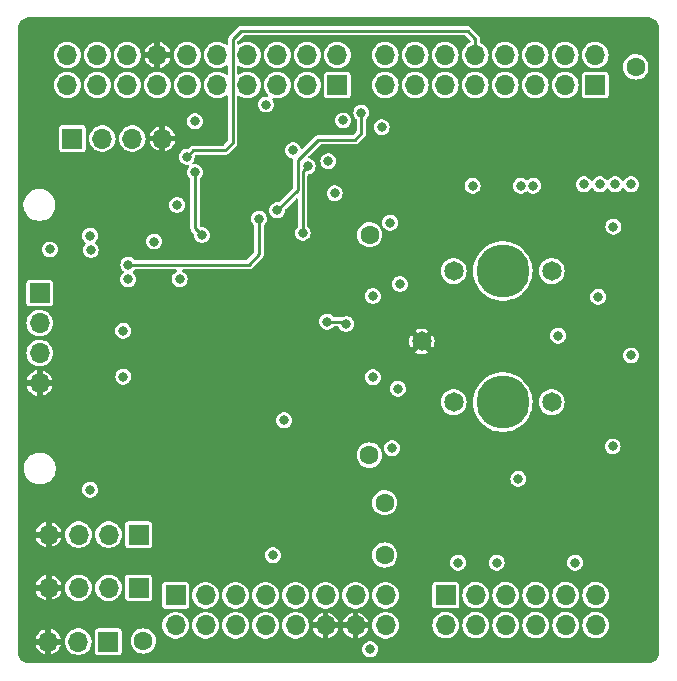
<source format=gbr>
%TF.GenerationSoftware,KiCad,Pcbnew,8.0.1*%
%TF.CreationDate,2024-05-22T13:21:10+02:00*%
%TF.ProjectId,FRDM-MCXx_Shield,4652444d-2d4d-4435-9878-5f536869656c,V2.0*%
%TF.SameCoordinates,Original*%
%TF.FileFunction,Copper,L2,Inr*%
%TF.FilePolarity,Positive*%
%FSLAX46Y46*%
G04 Gerber Fmt 4.6, Leading zero omitted, Abs format (unit mm)*
G04 Created by KiCad (PCBNEW 8.0.1) date 2024-05-22 13:21:10*
%MOMM*%
%LPD*%
G01*
G04 APERTURE LIST*
%TA.AperFunction,ComponentPad*%
%ADD10R,1.700000X1.700000*%
%TD*%
%TA.AperFunction,ComponentPad*%
%ADD11O,1.700000X1.700000*%
%TD*%
%TA.AperFunction,ComponentPad*%
%ADD12C,1.600000*%
%TD*%
%TA.AperFunction,ComponentPad*%
%ADD13C,1.650000*%
%TD*%
%TA.AperFunction,ComponentPad*%
%ADD14C,4.500000*%
%TD*%
%TA.AperFunction,ViaPad*%
%ADD15C,0.800000*%
%TD*%
%TA.AperFunction,Conductor*%
%ADD16C,0.250000*%
%TD*%
G04 APERTURE END LIST*
D10*
%TO.N,/SDA*%
%TO.C,J5*%
X129320000Y-87240000D03*
D11*
%TO.N,/SCL*%
X129320000Y-89780000D03*
%TO.N,Net-(J5-Pin_3)*%
X129320000Y-92320000D03*
%TO.N,GND*%
X129320000Y-94860000D03*
%TD*%
D12*
%TO.N,/LED_NEOPIXEL*%
%TO.C,TP5*%
X158530000Y-104990000D03*
%TD*%
%TO.N,/ENC_A*%
%TO.C,TP2*%
X157250000Y-100960000D03*
%TD*%
%TO.N,/ENC_B*%
%TO.C,TP3*%
X157260000Y-82300000D03*
%TD*%
D10*
%TO.N,/~{EEPROM_CS}*%
%TO.C,J6*%
X137700000Y-107700000D03*
D11*
%TO.N,/~{SHIFTREG_CS}*%
X135160000Y-107700000D03*
%TO.N,/~{SHIFTREG_RST}*%
X132620000Y-107700000D03*
%TO.N,GND*%
X130080000Y-107700000D03*
%TD*%
D10*
%TO.N,/SPI_MOSI*%
%TO.C,J7*%
X137700000Y-112200000D03*
D11*
%TO.N,/SPI_CLK*%
X135160000Y-112200000D03*
%TO.N,/SPI_MISO*%
X132620000Y-112200000D03*
%TO.N,GND*%
X130080000Y-112200000D03*
%TD*%
D10*
%TO.N,/SERVO_PWM*%
%TO.C,M1*%
X135140000Y-116760000D03*
D11*
%TO.N,+5V*%
X132600000Y-116760000D03*
%TO.N,GND*%
X130060000Y-116760000D03*
%TD*%
D13*
%TO.N,/HMI/ENC_A_RAW*%
%TO.C,SW1*%
X164380000Y-96480000D03*
%TO.N,/HMI/ENC_B_RAW*%
X164380000Y-85380000D03*
%TO.N,+3.3V*%
X172680000Y-96480000D03*
%TO.N,/HMI/ENC_SW_RAW*%
X172680000Y-85380000D03*
%TO.N,GND*%
X161680000Y-91330000D03*
D14*
%TO.N,unconnected-(SW1-Pad6)*%
X168530000Y-96480000D03*
%TO.N,unconnected-(SW1-Pad7)*%
X168530000Y-85380000D03*
%TD*%
D12*
%TO.N,/SERVO_PWM*%
%TO.C,TP4*%
X138100000Y-116700000D03*
%TD*%
D10*
%TO.N,+3.3V*%
%TO.C,J8*%
X132100000Y-74160000D03*
D11*
%TO.N,/SDA*%
X134640000Y-74160000D03*
%TO.N,/SCL*%
X137180000Y-74160000D03*
%TO.N,GND*%
X139720000Y-74160000D03*
%TD*%
D12*
%TO.N,/ENC_SW*%
%TO.C,TP1*%
X179800000Y-68100000D03*
%TD*%
%TO.N,/LM35_V_OUT*%
%TO.C,TP6*%
X158530000Y-109420000D03*
%TD*%
D10*
%TO.N,unconnected-(J3-Pin_1-Pad1)*%
%TO.C,J3*%
X154540000Y-69630000D03*
D11*
%TO.N,unconnected-(J3-Pin_2-Pad2)*%
X154540000Y-67090000D03*
%TO.N,unconnected-(J3-Pin_3-Pad3)*%
X152000000Y-69630000D03*
%TO.N,unconnected-(J3-Pin_4-Pad4)*%
X152000000Y-67090000D03*
%TO.N,unconnected-(J3-Pin_5-Pad5)*%
X149460000Y-69630000D03*
%TO.N,/~{SHIFTREG_CS}*%
X149460000Y-67090000D03*
%TO.N,unconnected-(J3-Pin_7-Pad7)*%
X146920000Y-69630000D03*
%TO.N,/SPI_MOSI*%
X146920000Y-67090000D03*
%TO.N,unconnected-(J3-Pin_9-Pad9)*%
X144380000Y-69630000D03*
%TO.N,/SPI_MISO*%
X144380000Y-67090000D03*
%TO.N,unconnected-(J3-Pin_11-Pad11)*%
X141840000Y-69630000D03*
%TO.N,/SPI_CLK*%
X141840000Y-67090000D03*
%TO.N,unconnected-(J3-Pin_13-Pad13)*%
X139300000Y-69630000D03*
%TO.N,GND*%
X139300000Y-67090000D03*
%TO.N,unconnected-(J3-Pin_15-Pad15)*%
X136760000Y-69630000D03*
%TO.N,unconnected-(J3-Pin_16-Pad16)*%
X136760000Y-67090000D03*
%TO.N,unconnected-(J3-Pin_17-Pad17)*%
X134220000Y-69630000D03*
%TO.N,/SDA*%
X134220000Y-67090000D03*
%TO.N,unconnected-(J3-Pin_19-Pad19)*%
X131680000Y-69630000D03*
%TO.N,/SCL*%
X131680000Y-67090000D03*
%TD*%
D10*
%TO.N,unconnected-(J2-Pin_1-Pad1)*%
%TO.C,J2*%
X163700000Y-112830000D03*
D11*
%TO.N,/LM35_V_OUT*%
X163700000Y-115370000D03*
%TO.N,unconnected-(J2-Pin_3-Pad3)*%
X166240000Y-112830000D03*
%TO.N,unconnected-(J2-Pin_4-Pad4)*%
X166240000Y-115370000D03*
%TO.N,unconnected-(J2-Pin_5-Pad5)*%
X168780000Y-112830000D03*
%TO.N,unconnected-(J2-Pin_6-Pad6)*%
X168780000Y-115370000D03*
%TO.N,unconnected-(J2-Pin_7-Pad7)*%
X171320000Y-112830000D03*
%TO.N,unconnected-(J2-Pin_8-Pad8)*%
X171320000Y-115370000D03*
%TO.N,unconnected-(J2-Pin_9-Pad9)*%
X173860000Y-112830000D03*
%TO.N,unconnected-(J2-Pin_10-Pad10)*%
X173860000Y-115370000D03*
%TO.N,unconnected-(J2-Pin_11-Pad11)*%
X176400000Y-112830000D03*
%TO.N,unconnected-(J2-Pin_12-Pad12)*%
X176400000Y-115370000D03*
%TD*%
D10*
%TO.N,/ENC_B*%
%TO.C,J4*%
X140830000Y-112840000D03*
D11*
%TO.N,unconnected-(J4-Pin_2-Pad2)*%
X140830000Y-115380000D03*
%TO.N,/ENC_A*%
X143370000Y-112840000D03*
%TO.N,+3.3V*%
X143370000Y-115380000D03*
%TO.N,/~{EEPROM_CS}*%
X145910000Y-112840000D03*
%TO.N,unconnected-(J4-Pin_6-Pad6)*%
X145910000Y-115380000D03*
%TO.N,unconnected-(J4-Pin_7-Pad7)*%
X148450000Y-112840000D03*
%TO.N,+3.3V*%
X148450000Y-115380000D03*
%TO.N,unconnected-(J4-Pin_9-Pad9)*%
X150990000Y-112840000D03*
%TO.N,+5V*%
X150990000Y-115380000D03*
%TO.N,/LED_NEOPIXEL*%
X153530000Y-112840000D03*
%TO.N,GND*%
X153530000Y-115380000D03*
%TO.N,unconnected-(J4-Pin_13-Pad13)*%
X156070000Y-112840000D03*
%TO.N,GND*%
X156070000Y-115380000D03*
%TO.N,unconnected-(J4-Pin_15-Pad15)*%
X158610000Y-112840000D03*
%TO.N,unconnected-(J4-Pin_16-Pad16)*%
X158610000Y-115380000D03*
%TD*%
D10*
%TO.N,unconnected-(J1-Pin_1-Pad1)*%
%TO.C,J1*%
X176380000Y-69620000D03*
D11*
%TO.N,unconnected-(J1-Pin_2-Pad2)*%
X176380000Y-67080000D03*
%TO.N,/ENC_SW*%
X173840000Y-69620000D03*
%TO.N,unconnected-(J1-Pin_4-Pad4)*%
X173840000Y-67080000D03*
%TO.N,unconnected-(J1-Pin_5-Pad5)*%
X171300000Y-69620000D03*
%TO.N,unconnected-(J1-Pin_6-Pad6)*%
X171300000Y-67080000D03*
%TO.N,unconnected-(J1-Pin_7-Pad7)*%
X168760000Y-69620000D03*
%TO.N,unconnected-(J1-Pin_8-Pad8)*%
X168760000Y-67080000D03*
%TO.N,unconnected-(J1-Pin_9-Pad9)*%
X166220000Y-69620000D03*
%TO.N,/WRITE_PROT*%
X166220000Y-67080000D03*
%TO.N,unconnected-(J1-Pin_11-Pad11)*%
X163680000Y-69620000D03*
%TO.N,unconnected-(J1-Pin_12-Pad12)*%
X163680000Y-67080000D03*
%TO.N,unconnected-(J1-Pin_13-Pad13)*%
X161140000Y-69620000D03*
%TO.N,/SERVO_PWM*%
X161140000Y-67080000D03*
%TO.N,unconnected-(J1-Pin_15-Pad15)*%
X158600000Y-69620000D03*
%TO.N,/~{SHIFTREG_RST}*%
X158600000Y-67080000D03*
%TD*%
D15*
%TO.N,GND*%
X146690000Y-81260000D03*
X146660000Y-75800000D03*
X149770000Y-71300000D03*
X172810000Y-75700000D03*
X159160000Y-75310000D03*
X152780000Y-79990000D03*
X155170000Y-87460000D03*
X155200000Y-94370000D03*
X152850000Y-72200000D03*
X155090000Y-77910000D03*
%TO.N,+3.3V*%
X149070000Y-109430000D03*
X136400000Y-90450000D03*
X154300000Y-78800000D03*
X148490000Y-71280000D03*
X164760000Y-110080000D03*
X176610000Y-87560000D03*
X168020000Y-110070000D03*
X157310000Y-117410000D03*
X159820000Y-86480000D03*
X159650000Y-95340000D03*
X130200000Y-83550000D03*
X174670000Y-110080000D03*
X139011290Y-82880000D03*
%TO.N,Net-(D1-A)*%
X171120000Y-78160000D03*
X153670000Y-89662000D03*
X155300000Y-89860000D03*
%TO.N,Net-(D2-A)*%
X159004000Y-81280000D03*
X170050000Y-78170000D03*
%TO.N,/ENC_B*%
X157540000Y-87490000D03*
%TO.N,/ENC_A*%
X157540000Y-94360000D03*
%TO.N,/ENC_SW*%
X173228000Y-90860000D03*
%TO.N,Net-(D4-A)*%
X177910000Y-81620000D03*
X165980000Y-78170000D03*
%TO.N,+5V*%
X136410000Y-94320000D03*
X133600000Y-103900000D03*
%TO.N,/SCL*%
X133640000Y-83600000D03*
%TO.N,/SDA*%
X133610000Y-82390000D03*
X136820000Y-86080000D03*
%TO.N,/~{EEPROM_CS}*%
X150035000Y-98025000D03*
X143057500Y-82327500D03*
X142460000Y-72690000D03*
X142480000Y-77020000D03*
%TO.N,/SPI_MISO*%
X156567710Y-71962306D03*
X149440000Y-80240000D03*
%TO.N,/SPI_MOSI*%
X155020000Y-72630000D03*
X153770000Y-76080000D03*
%TO.N,/SPI_CLK*%
X152020000Y-76500000D03*
X150785545Y-75155545D03*
X151595141Y-82144859D03*
%TO.N,Net-(D5-A)*%
X175400000Y-78030000D03*
X179410000Y-92530000D03*
%TO.N,/WRITE_PROT*%
X141170000Y-86070000D03*
X141775808Y-75713800D03*
%TO.N,Net-(D6-A)*%
X176750000Y-78040000D03*
X177840000Y-100230000D03*
%TO.N,Net-(D7-A)*%
X169850000Y-102970000D03*
X178050000Y-78030000D03*
%TO.N,Net-(D8-A)*%
X159170000Y-100370000D03*
X179410000Y-78030000D03*
%TO.N,/~{SHIFTREG_CS}*%
X136830000Y-84830000D03*
X147910000Y-80950000D03*
X140970000Y-79790000D03*
%TO.N,/~{SHIFTREG_RST}*%
X158280000Y-73200000D03*
%TD*%
D16*
%TO.N,GND*%
X130050000Y-107810000D02*
X130050000Y-107007257D01*
%TO.N,Net-(D1-A)*%
X153670000Y-89662000D02*
X155102000Y-89662000D01*
X155102000Y-89662000D02*
X155300000Y-89860000D01*
%TO.N,/~{EEPROM_CS}*%
X142490000Y-77020000D02*
X142490000Y-81760000D01*
X142480000Y-77020000D02*
X142490000Y-77020000D01*
X142490000Y-81760000D02*
X143057500Y-82327500D01*
%TO.N,/SPI_MISO*%
X152931090Y-74260000D02*
X156020000Y-74260000D01*
X151200000Y-75991090D02*
X152931090Y-74260000D01*
X156020000Y-74260000D02*
X156567710Y-73712290D01*
X151200000Y-78480000D02*
X151200000Y-75991090D01*
X156567710Y-73712290D02*
X156567710Y-71962306D01*
X149440000Y-80240000D02*
X151200000Y-78480000D01*
%TO.N,/SPI_CLK*%
X151600000Y-82140000D02*
X151595141Y-82144859D01*
X151600000Y-76920000D02*
X151600000Y-82140000D01*
X152020000Y-76500000D02*
X151600000Y-76920000D01*
%TO.N,/WRITE_PROT*%
X145030000Y-75160000D02*
X145660000Y-74530000D01*
X145660000Y-74530000D02*
X145660000Y-65770000D01*
X142329608Y-75160000D02*
X145030000Y-75160000D01*
X145660000Y-65770000D02*
X146390000Y-65040000D01*
X146390000Y-65040000D02*
X165560000Y-65040000D01*
X166220000Y-65700000D02*
X166220000Y-67080000D01*
X165560000Y-65040000D02*
X166220000Y-65700000D01*
X141775808Y-75713800D02*
X142329608Y-75160000D01*
%TO.N,/~{SHIFTREG_CS}*%
X147050000Y-84830000D02*
X147910000Y-83970000D01*
X136830000Y-84830000D02*
X147050000Y-84830000D01*
X147910000Y-83970000D02*
X147910000Y-80950000D01*
%TD*%
%TA.AperFunction,Conductor*%
%TO.N,GND*%
G36*
X180801509Y-63890037D02*
G01*
X180807232Y-63890177D01*
X180887583Y-63892145D01*
X180908728Y-63894490D01*
X181079013Y-63928362D01*
X181102261Y-63935413D01*
X181261257Y-64001272D01*
X181282692Y-64012730D01*
X181425775Y-64108335D01*
X181444565Y-64123756D01*
X181566243Y-64245434D01*
X181581664Y-64264224D01*
X181677269Y-64407307D01*
X181688728Y-64428745D01*
X181754583Y-64587731D01*
X181761639Y-64610993D01*
X181795508Y-64781266D01*
X181797854Y-64802419D01*
X181799963Y-64888488D01*
X181800000Y-64891526D01*
X181800000Y-117588473D01*
X181799963Y-117591511D01*
X181797854Y-117677580D01*
X181795508Y-117698733D01*
X181761639Y-117869006D01*
X181754583Y-117892268D01*
X181688728Y-118051254D01*
X181677269Y-118072692D01*
X181581664Y-118215775D01*
X181566243Y-118234565D01*
X181444565Y-118356243D01*
X181425775Y-118371664D01*
X181282692Y-118467269D01*
X181261254Y-118478728D01*
X181102268Y-118544583D01*
X181079006Y-118551639D01*
X180908733Y-118585508D01*
X180887580Y-118587854D01*
X180804250Y-118589895D01*
X180801509Y-118589963D01*
X180798473Y-118590000D01*
X128461527Y-118590000D01*
X128458490Y-118589963D01*
X128372420Y-118587854D01*
X128351266Y-118585508D01*
X128180993Y-118551639D01*
X128157731Y-118544583D01*
X127998745Y-118478728D01*
X127977307Y-118467269D01*
X127834224Y-118371664D01*
X127815434Y-118356243D01*
X127693756Y-118234565D01*
X127678335Y-118215775D01*
X127582730Y-118072692D01*
X127571271Y-118051254D01*
X127505413Y-117892261D01*
X127498362Y-117869013D01*
X127464490Y-117698728D01*
X127462145Y-117677583D01*
X127460037Y-117591509D01*
X127460000Y-117588473D01*
X127460000Y-116509999D01*
X128987471Y-116509999D01*
X128987472Y-116510000D01*
X129626988Y-116510000D01*
X129594075Y-116567007D01*
X129560000Y-116694174D01*
X129560000Y-116825826D01*
X129594075Y-116952993D01*
X129626988Y-117010000D01*
X128987472Y-117010000D01*
X129029885Y-117159065D01*
X129029890Y-117159078D01*
X129120754Y-117341556D01*
X129243608Y-117504242D01*
X129394260Y-117641578D01*
X129567584Y-117748897D01*
X129757678Y-117822539D01*
X129810000Y-117832320D01*
X129810000Y-117193012D01*
X129867007Y-117225925D01*
X129994174Y-117260000D01*
X130125826Y-117260000D01*
X130252993Y-117225925D01*
X130310000Y-117193012D01*
X130310000Y-117832320D01*
X130362321Y-117822539D01*
X130552415Y-117748897D01*
X130725739Y-117641578D01*
X130876391Y-117504242D01*
X130999245Y-117341556D01*
X131090109Y-117159078D01*
X131090114Y-117159065D01*
X131132528Y-117010000D01*
X130493012Y-117010000D01*
X130525925Y-116952993D01*
X130560000Y-116825826D01*
X130560000Y-116760000D01*
X131474700Y-116760000D01*
X131493859Y-116966772D01*
X131550688Y-117166502D01*
X131550693Y-117166515D01*
X131643252Y-117352397D01*
X131768390Y-117518107D01*
X131768392Y-117518110D01*
X131921850Y-117658005D01*
X131921852Y-117658006D01*
X131921855Y-117658009D01*
X131987619Y-117698728D01*
X132098407Y-117767325D01*
X132098409Y-117767326D01*
X132098411Y-117767327D01*
X132292047Y-117842342D01*
X132496170Y-117880500D01*
X132496172Y-117880500D01*
X132703828Y-117880500D01*
X132703830Y-117880500D01*
X132907953Y-117842342D01*
X133101589Y-117767327D01*
X133278145Y-117658009D01*
X133301581Y-117636644D01*
X134019500Y-117636644D01*
X134035193Y-117715539D01*
X134035194Y-117715542D01*
X134035195Y-117715544D01*
X134040770Y-117723887D01*
X134094980Y-117805019D01*
X134121201Y-117822539D01*
X134184456Y-117864805D01*
X134184459Y-117864805D01*
X134184460Y-117864806D01*
X134263355Y-117880499D01*
X134263358Y-117880500D01*
X134263360Y-117880500D01*
X136016642Y-117880500D01*
X136016643Y-117880499D01*
X136095544Y-117864805D01*
X136185019Y-117805019D01*
X136244805Y-117715544D01*
X136260500Y-117636640D01*
X136260500Y-116700000D01*
X137024320Y-116700000D01*
X137044988Y-116909853D01*
X137106202Y-117111649D01*
X137205600Y-117297610D01*
X137205605Y-117297616D01*
X137339378Y-117460621D01*
X137473152Y-117570405D01*
X137498867Y-117591509D01*
X137502383Y-117594394D01*
X137502389Y-117594399D01*
X137688350Y-117693797D01*
X137688352Y-117693797D01*
X137688355Y-117693799D01*
X137890145Y-117755011D01*
X137890144Y-117755011D01*
X137908959Y-117756864D01*
X138100000Y-117775680D01*
X138309855Y-117755011D01*
X138511645Y-117693799D01*
X138541983Y-117677583D01*
X138697610Y-117594399D01*
X138697612Y-117594396D01*
X138697616Y-117594395D01*
X138860621Y-117460621D01*
X138902164Y-117410000D01*
X156634575Y-117410000D01*
X156654201Y-117571638D01*
X156654202Y-117571643D01*
X156702400Y-117698728D01*
X156711941Y-117723886D01*
X156804437Y-117857890D01*
X156926315Y-117965864D01*
X157070491Y-118041533D01*
X157228587Y-118080500D01*
X157391413Y-118080500D01*
X157549509Y-118041533D01*
X157693685Y-117965864D01*
X157815563Y-117857890D01*
X157908059Y-117723886D01*
X157965798Y-117571640D01*
X157985425Y-117410000D01*
X157965798Y-117248360D01*
X157965797Y-117248358D01*
X157965797Y-117248356D01*
X157934755Y-117166505D01*
X157908059Y-117096114D01*
X157815563Y-116962110D01*
X157693685Y-116854136D01*
X157549509Y-116778467D01*
X157549508Y-116778466D01*
X157549507Y-116778466D01*
X157391413Y-116739500D01*
X157228587Y-116739500D01*
X157070492Y-116778466D01*
X156926316Y-116854135D01*
X156804436Y-116962110D01*
X156711942Y-117096112D01*
X156711941Y-117096113D01*
X156654202Y-117248356D01*
X156654201Y-117248361D01*
X156634575Y-117410000D01*
X138902164Y-117410000D01*
X138994395Y-117297616D01*
X138994396Y-117297612D01*
X138994399Y-117297610D01*
X139093797Y-117111649D01*
X139093797Y-117111648D01*
X139093799Y-117111645D01*
X139155011Y-116909855D01*
X139175680Y-116700000D01*
X139155011Y-116490145D01*
X139093799Y-116288355D01*
X139093797Y-116288352D01*
X139093797Y-116288350D01*
X138994399Y-116102389D01*
X138994394Y-116102383D01*
X138860621Y-115939378D01*
X138697616Y-115805605D01*
X138697610Y-115805600D01*
X138511649Y-115706202D01*
X138410750Y-115675595D01*
X138309855Y-115644989D01*
X138309853Y-115644988D01*
X138309855Y-115644988D01*
X138100000Y-115624320D01*
X137890146Y-115644988D01*
X137688350Y-115706202D01*
X137502389Y-115805600D01*
X137502383Y-115805605D01*
X137339378Y-115939378D01*
X137205605Y-116102383D01*
X137205600Y-116102389D01*
X137106202Y-116288350D01*
X137044988Y-116490146D01*
X137024320Y-116700000D01*
X136260500Y-116700000D01*
X136260500Y-115883360D01*
X136260500Y-115883357D01*
X136260499Y-115883355D01*
X136244806Y-115804460D01*
X136244805Y-115804459D01*
X136244805Y-115804456D01*
X136208965Y-115750819D01*
X136185019Y-115714980D01*
X136129162Y-115677658D01*
X136095544Y-115655195D01*
X136095542Y-115655194D01*
X136095539Y-115655193D01*
X136016644Y-115639500D01*
X136016640Y-115639500D01*
X134263360Y-115639500D01*
X134263355Y-115639500D01*
X134184460Y-115655193D01*
X134184456Y-115655195D01*
X134094980Y-115714980D01*
X134035195Y-115804456D01*
X134035193Y-115804460D01*
X134019500Y-115883355D01*
X134019500Y-117636644D01*
X133301581Y-117636644D01*
X133431607Y-117518110D01*
X133556749Y-117352394D01*
X133649311Y-117166505D01*
X133706140Y-116966773D01*
X133725300Y-116760000D01*
X133723400Y-116739500D01*
X133706140Y-116553227D01*
X133691138Y-116500500D01*
X133649311Y-116353495D01*
X133619723Y-116294075D01*
X133556747Y-116167602D01*
X133431609Y-116001892D01*
X133431607Y-116001889D01*
X133278149Y-115861994D01*
X133278143Y-115861990D01*
X133101592Y-115752674D01*
X133101583Y-115752670D01*
X133004292Y-115714980D01*
X132907953Y-115677658D01*
X132703830Y-115639500D01*
X132496170Y-115639500D01*
X132292047Y-115677658D01*
X132098416Y-115752670D01*
X132098407Y-115752674D01*
X131921856Y-115861990D01*
X131921850Y-115861994D01*
X131768392Y-116001889D01*
X131768390Y-116001892D01*
X131643252Y-116167602D01*
X131550693Y-116353484D01*
X131550688Y-116353497D01*
X131493859Y-116553227D01*
X131474700Y-116759999D01*
X131474700Y-116760000D01*
X130560000Y-116760000D01*
X130560000Y-116694174D01*
X130525925Y-116567007D01*
X130493012Y-116510000D01*
X131132528Y-116510000D01*
X131132528Y-116509999D01*
X131090114Y-116360934D01*
X131090109Y-116360921D01*
X130999245Y-116178443D01*
X130876391Y-116015757D01*
X130725739Y-115878421D01*
X130552413Y-115771101D01*
X130362315Y-115697458D01*
X130362309Y-115697456D01*
X130310001Y-115687677D01*
X130310000Y-115687679D01*
X130310000Y-116326988D01*
X130252993Y-116294075D01*
X130125826Y-116260000D01*
X129994174Y-116260000D01*
X129867007Y-116294075D01*
X129810000Y-116326988D01*
X129810000Y-115687679D01*
X129809998Y-115687677D01*
X129757690Y-115697456D01*
X129757684Y-115697458D01*
X129567586Y-115771101D01*
X129394260Y-115878421D01*
X129243608Y-116015757D01*
X129120754Y-116178443D01*
X129029890Y-116360921D01*
X129029885Y-116360934D01*
X128987471Y-116509999D01*
X127460000Y-116509999D01*
X127460000Y-115380000D01*
X139704700Y-115380000D01*
X139723859Y-115586772D01*
X139780688Y-115786502D01*
X139780693Y-115786515D01*
X139873252Y-115972397D01*
X139998390Y-116138107D01*
X139998392Y-116138110D01*
X140151850Y-116278005D01*
X140151852Y-116278006D01*
X140151855Y-116278009D01*
X140177803Y-116294075D01*
X140328407Y-116387325D01*
X140328409Y-116387326D01*
X140328411Y-116387327D01*
X140522047Y-116462342D01*
X140726170Y-116500500D01*
X140726172Y-116500500D01*
X140933828Y-116500500D01*
X140933830Y-116500500D01*
X141137953Y-116462342D01*
X141331589Y-116387327D01*
X141508145Y-116278009D01*
X141661607Y-116138110D01*
X141786749Y-115972394D01*
X141879311Y-115786505D01*
X141936140Y-115586773D01*
X141955300Y-115380000D01*
X142244700Y-115380000D01*
X142263859Y-115586772D01*
X142320688Y-115786502D01*
X142320693Y-115786515D01*
X142413252Y-115972397D01*
X142538390Y-116138107D01*
X142538392Y-116138110D01*
X142691850Y-116278005D01*
X142691852Y-116278006D01*
X142691855Y-116278009D01*
X142717803Y-116294075D01*
X142868407Y-116387325D01*
X142868409Y-116387326D01*
X142868411Y-116387327D01*
X143062047Y-116462342D01*
X143266170Y-116500500D01*
X143266172Y-116500500D01*
X143473828Y-116500500D01*
X143473830Y-116500500D01*
X143677953Y-116462342D01*
X143871589Y-116387327D01*
X144048145Y-116278009D01*
X144201607Y-116138110D01*
X144326749Y-115972394D01*
X144419311Y-115786505D01*
X144476140Y-115586773D01*
X144495300Y-115380000D01*
X144784700Y-115380000D01*
X144803859Y-115586772D01*
X144860688Y-115786502D01*
X144860693Y-115786515D01*
X144953252Y-115972397D01*
X145078390Y-116138107D01*
X145078392Y-116138110D01*
X145231850Y-116278005D01*
X145231852Y-116278006D01*
X145231855Y-116278009D01*
X145257803Y-116294075D01*
X145408407Y-116387325D01*
X145408409Y-116387326D01*
X145408411Y-116387327D01*
X145602047Y-116462342D01*
X145806170Y-116500500D01*
X145806172Y-116500500D01*
X146013828Y-116500500D01*
X146013830Y-116500500D01*
X146217953Y-116462342D01*
X146411589Y-116387327D01*
X146588145Y-116278009D01*
X146741607Y-116138110D01*
X146866749Y-115972394D01*
X146959311Y-115786505D01*
X147016140Y-115586773D01*
X147035300Y-115380000D01*
X147324700Y-115380000D01*
X147343859Y-115586772D01*
X147400688Y-115786502D01*
X147400693Y-115786515D01*
X147493252Y-115972397D01*
X147618390Y-116138107D01*
X147618392Y-116138110D01*
X147771850Y-116278005D01*
X147771852Y-116278006D01*
X147771855Y-116278009D01*
X147797803Y-116294075D01*
X147948407Y-116387325D01*
X147948409Y-116387326D01*
X147948411Y-116387327D01*
X148142047Y-116462342D01*
X148346170Y-116500500D01*
X148346172Y-116500500D01*
X148553828Y-116500500D01*
X148553830Y-116500500D01*
X148757953Y-116462342D01*
X148951589Y-116387327D01*
X149128145Y-116278009D01*
X149281607Y-116138110D01*
X149406749Y-115972394D01*
X149499311Y-115786505D01*
X149556140Y-115586773D01*
X149575300Y-115380000D01*
X149864700Y-115380000D01*
X149883859Y-115586772D01*
X149940688Y-115786502D01*
X149940693Y-115786515D01*
X150033252Y-115972397D01*
X150158390Y-116138107D01*
X150158392Y-116138110D01*
X150311850Y-116278005D01*
X150311852Y-116278006D01*
X150311855Y-116278009D01*
X150337803Y-116294075D01*
X150488407Y-116387325D01*
X150488409Y-116387326D01*
X150488411Y-116387327D01*
X150682047Y-116462342D01*
X150886170Y-116500500D01*
X150886172Y-116500500D01*
X151093828Y-116500500D01*
X151093830Y-116500500D01*
X151297953Y-116462342D01*
X151491589Y-116387327D01*
X151668145Y-116278009D01*
X151821607Y-116138110D01*
X151946749Y-115972394D01*
X152039311Y-115786505D01*
X152096140Y-115586773D01*
X152115300Y-115380000D01*
X152096140Y-115173227D01*
X152083840Y-115129999D01*
X152457471Y-115129999D01*
X152457472Y-115130000D01*
X153096988Y-115130000D01*
X153064075Y-115187007D01*
X153030000Y-115314174D01*
X153030000Y-115445826D01*
X153064075Y-115572993D01*
X153096988Y-115630000D01*
X152457472Y-115630000D01*
X152499885Y-115779065D01*
X152499890Y-115779078D01*
X152590754Y-115961556D01*
X152713608Y-116124242D01*
X152864260Y-116261578D01*
X153037584Y-116368897D01*
X153227678Y-116442539D01*
X153280000Y-116452320D01*
X153280000Y-115813012D01*
X153337007Y-115845925D01*
X153464174Y-115880000D01*
X153595826Y-115880000D01*
X153722993Y-115845925D01*
X153780000Y-115813012D01*
X153780000Y-116452320D01*
X153832321Y-116442539D01*
X154022415Y-116368897D01*
X154195739Y-116261578D01*
X154346391Y-116124242D01*
X154469245Y-115961556D01*
X154560109Y-115779078D01*
X154560114Y-115779065D01*
X154602528Y-115630000D01*
X153963012Y-115630000D01*
X153995925Y-115572993D01*
X154030000Y-115445826D01*
X154030000Y-115314174D01*
X153995925Y-115187007D01*
X153963012Y-115130000D01*
X154602528Y-115130000D01*
X154602528Y-115129999D01*
X154997471Y-115129999D01*
X154997472Y-115130000D01*
X155636988Y-115130000D01*
X155604075Y-115187007D01*
X155570000Y-115314174D01*
X155570000Y-115445826D01*
X155604075Y-115572993D01*
X155636988Y-115630000D01*
X154997472Y-115630000D01*
X155039885Y-115779065D01*
X155039890Y-115779078D01*
X155130754Y-115961556D01*
X155253608Y-116124242D01*
X155404260Y-116261578D01*
X155577584Y-116368897D01*
X155767678Y-116442539D01*
X155820000Y-116452320D01*
X155820000Y-115813012D01*
X155877007Y-115845925D01*
X156004174Y-115880000D01*
X156135826Y-115880000D01*
X156262993Y-115845925D01*
X156320000Y-115813012D01*
X156320000Y-116452320D01*
X156372321Y-116442539D01*
X156562415Y-116368897D01*
X156735739Y-116261578D01*
X156886391Y-116124242D01*
X157009245Y-115961556D01*
X157100109Y-115779078D01*
X157100114Y-115779065D01*
X157142528Y-115630000D01*
X156503012Y-115630000D01*
X156535925Y-115572993D01*
X156570000Y-115445826D01*
X156570000Y-115380000D01*
X157484700Y-115380000D01*
X157503859Y-115586772D01*
X157560688Y-115786502D01*
X157560693Y-115786515D01*
X157653252Y-115972397D01*
X157778390Y-116138107D01*
X157778392Y-116138110D01*
X157931850Y-116278005D01*
X157931852Y-116278006D01*
X157931855Y-116278009D01*
X157957803Y-116294075D01*
X158108407Y-116387325D01*
X158108409Y-116387326D01*
X158108411Y-116387327D01*
X158302047Y-116462342D01*
X158506170Y-116500500D01*
X158506172Y-116500500D01*
X158713828Y-116500500D01*
X158713830Y-116500500D01*
X158917953Y-116462342D01*
X159111589Y-116387327D01*
X159288145Y-116278009D01*
X159441607Y-116138110D01*
X159566749Y-115972394D01*
X159659311Y-115786505D01*
X159716140Y-115586773D01*
X159735300Y-115380000D01*
X159734373Y-115370000D01*
X162574700Y-115370000D01*
X162593859Y-115576772D01*
X162650688Y-115776502D01*
X162650693Y-115776515D01*
X162743252Y-115962397D01*
X162868390Y-116128107D01*
X162868392Y-116128110D01*
X163021850Y-116268005D01*
X163021852Y-116268006D01*
X163021855Y-116268009D01*
X163121609Y-116329774D01*
X163198407Y-116377325D01*
X163198409Y-116377326D01*
X163198411Y-116377327D01*
X163392047Y-116452342D01*
X163596170Y-116490500D01*
X163596172Y-116490500D01*
X163803828Y-116490500D01*
X163803830Y-116490500D01*
X164007953Y-116452342D01*
X164201589Y-116377327D01*
X164378145Y-116268009D01*
X164531607Y-116128110D01*
X164594178Y-116045252D01*
X164656747Y-115962397D01*
X164656747Y-115962395D01*
X164656749Y-115962394D01*
X164749311Y-115776505D01*
X164806140Y-115576773D01*
X164825300Y-115370000D01*
X165114700Y-115370000D01*
X165133859Y-115576772D01*
X165190688Y-115776502D01*
X165190693Y-115776515D01*
X165283252Y-115962397D01*
X165408390Y-116128107D01*
X165408392Y-116128110D01*
X165561850Y-116268005D01*
X165561852Y-116268006D01*
X165561855Y-116268009D01*
X165661609Y-116329774D01*
X165738407Y-116377325D01*
X165738409Y-116377326D01*
X165738411Y-116377327D01*
X165932047Y-116452342D01*
X166136170Y-116490500D01*
X166136172Y-116490500D01*
X166343828Y-116490500D01*
X166343830Y-116490500D01*
X166547953Y-116452342D01*
X166741589Y-116377327D01*
X166918145Y-116268009D01*
X167071607Y-116128110D01*
X167134178Y-116045252D01*
X167196747Y-115962397D01*
X167196747Y-115962395D01*
X167196749Y-115962394D01*
X167289311Y-115776505D01*
X167346140Y-115576773D01*
X167365300Y-115370000D01*
X167654700Y-115370000D01*
X167673859Y-115576772D01*
X167730688Y-115776502D01*
X167730693Y-115776515D01*
X167823252Y-115962397D01*
X167948390Y-116128107D01*
X167948392Y-116128110D01*
X168101850Y-116268005D01*
X168101852Y-116268006D01*
X168101855Y-116268009D01*
X168201609Y-116329774D01*
X168278407Y-116377325D01*
X168278409Y-116377326D01*
X168278411Y-116377327D01*
X168472047Y-116452342D01*
X168676170Y-116490500D01*
X168676172Y-116490500D01*
X168883828Y-116490500D01*
X168883830Y-116490500D01*
X169087953Y-116452342D01*
X169281589Y-116377327D01*
X169458145Y-116268009D01*
X169611607Y-116128110D01*
X169674178Y-116045252D01*
X169736747Y-115962397D01*
X169736747Y-115962395D01*
X169736749Y-115962394D01*
X169829311Y-115776505D01*
X169886140Y-115576773D01*
X169905300Y-115370000D01*
X170194700Y-115370000D01*
X170213859Y-115576772D01*
X170270688Y-115776502D01*
X170270693Y-115776515D01*
X170363252Y-115962397D01*
X170488390Y-116128107D01*
X170488392Y-116128110D01*
X170641850Y-116268005D01*
X170641852Y-116268006D01*
X170641855Y-116268009D01*
X170741609Y-116329774D01*
X170818407Y-116377325D01*
X170818409Y-116377326D01*
X170818411Y-116377327D01*
X171012047Y-116452342D01*
X171216170Y-116490500D01*
X171216172Y-116490500D01*
X171423828Y-116490500D01*
X171423830Y-116490500D01*
X171627953Y-116452342D01*
X171821589Y-116377327D01*
X171998145Y-116268009D01*
X172151607Y-116128110D01*
X172214178Y-116045252D01*
X172276747Y-115962397D01*
X172276747Y-115962395D01*
X172276749Y-115962394D01*
X172369311Y-115776505D01*
X172426140Y-115576773D01*
X172445300Y-115370000D01*
X172734700Y-115370000D01*
X172753859Y-115576772D01*
X172810688Y-115776502D01*
X172810693Y-115776515D01*
X172903252Y-115962397D01*
X173028390Y-116128107D01*
X173028392Y-116128110D01*
X173181850Y-116268005D01*
X173181852Y-116268006D01*
X173181855Y-116268009D01*
X173281609Y-116329774D01*
X173358407Y-116377325D01*
X173358409Y-116377326D01*
X173358411Y-116377327D01*
X173552047Y-116452342D01*
X173756170Y-116490500D01*
X173756172Y-116490500D01*
X173963828Y-116490500D01*
X173963830Y-116490500D01*
X174167953Y-116452342D01*
X174361589Y-116377327D01*
X174538145Y-116268009D01*
X174691607Y-116128110D01*
X174754178Y-116045252D01*
X174816747Y-115962397D01*
X174816747Y-115962395D01*
X174816749Y-115962394D01*
X174909311Y-115776505D01*
X174966140Y-115576773D01*
X174985300Y-115370000D01*
X175274700Y-115370000D01*
X175293859Y-115576772D01*
X175350688Y-115776502D01*
X175350693Y-115776515D01*
X175443252Y-115962397D01*
X175568390Y-116128107D01*
X175568392Y-116128110D01*
X175721850Y-116268005D01*
X175721852Y-116268006D01*
X175721855Y-116268009D01*
X175821609Y-116329774D01*
X175898407Y-116377325D01*
X175898409Y-116377326D01*
X175898411Y-116377327D01*
X176092047Y-116452342D01*
X176296170Y-116490500D01*
X176296172Y-116490500D01*
X176503828Y-116490500D01*
X176503830Y-116490500D01*
X176707953Y-116452342D01*
X176901589Y-116377327D01*
X177078145Y-116268009D01*
X177231607Y-116128110D01*
X177294178Y-116045252D01*
X177356747Y-115962397D01*
X177356747Y-115962395D01*
X177356749Y-115962394D01*
X177449311Y-115776505D01*
X177506140Y-115576773D01*
X177525300Y-115370000D01*
X177506140Y-115163227D01*
X177449311Y-114963495D01*
X177407735Y-114880000D01*
X177356747Y-114777602D01*
X177231609Y-114611892D01*
X177231607Y-114611889D01*
X177078149Y-114471994D01*
X177078143Y-114471990D01*
X176901592Y-114362674D01*
X176901583Y-114362670D01*
X176811389Y-114327729D01*
X176707953Y-114287658D01*
X176503830Y-114249500D01*
X176296170Y-114249500D01*
X176092047Y-114287658D01*
X175898416Y-114362670D01*
X175898407Y-114362674D01*
X175721856Y-114471990D01*
X175721850Y-114471994D01*
X175568392Y-114611889D01*
X175568390Y-114611892D01*
X175443252Y-114777602D01*
X175350693Y-114963484D01*
X175350688Y-114963497D01*
X175293859Y-115163227D01*
X175274700Y-115369999D01*
X175274700Y-115370000D01*
X174985300Y-115370000D01*
X174966140Y-115163227D01*
X174909311Y-114963495D01*
X174867735Y-114880000D01*
X174816747Y-114777602D01*
X174691609Y-114611892D01*
X174691607Y-114611889D01*
X174538149Y-114471994D01*
X174538143Y-114471990D01*
X174361592Y-114362674D01*
X174361583Y-114362670D01*
X174271389Y-114327729D01*
X174167953Y-114287658D01*
X173963830Y-114249500D01*
X173756170Y-114249500D01*
X173552047Y-114287658D01*
X173358416Y-114362670D01*
X173358407Y-114362674D01*
X173181856Y-114471990D01*
X173181850Y-114471994D01*
X173028392Y-114611889D01*
X173028390Y-114611892D01*
X172903252Y-114777602D01*
X172810693Y-114963484D01*
X172810688Y-114963497D01*
X172753859Y-115163227D01*
X172734700Y-115369999D01*
X172734700Y-115370000D01*
X172445300Y-115370000D01*
X172426140Y-115163227D01*
X172369311Y-114963495D01*
X172327735Y-114880000D01*
X172276747Y-114777602D01*
X172151609Y-114611892D01*
X172151607Y-114611889D01*
X171998149Y-114471994D01*
X171998143Y-114471990D01*
X171821592Y-114362674D01*
X171821583Y-114362670D01*
X171731389Y-114327729D01*
X171627953Y-114287658D01*
X171423830Y-114249500D01*
X171216170Y-114249500D01*
X171012047Y-114287658D01*
X170818416Y-114362670D01*
X170818407Y-114362674D01*
X170641856Y-114471990D01*
X170641850Y-114471994D01*
X170488392Y-114611889D01*
X170488390Y-114611892D01*
X170363252Y-114777602D01*
X170270693Y-114963484D01*
X170270688Y-114963497D01*
X170213859Y-115163227D01*
X170194700Y-115369999D01*
X170194700Y-115370000D01*
X169905300Y-115370000D01*
X169886140Y-115163227D01*
X169829311Y-114963495D01*
X169787735Y-114880000D01*
X169736747Y-114777602D01*
X169611609Y-114611892D01*
X169611607Y-114611889D01*
X169458149Y-114471994D01*
X169458143Y-114471990D01*
X169281592Y-114362674D01*
X169281583Y-114362670D01*
X169191389Y-114327729D01*
X169087953Y-114287658D01*
X168883830Y-114249500D01*
X168676170Y-114249500D01*
X168472047Y-114287658D01*
X168278416Y-114362670D01*
X168278407Y-114362674D01*
X168101856Y-114471990D01*
X168101850Y-114471994D01*
X167948392Y-114611889D01*
X167948390Y-114611892D01*
X167823252Y-114777602D01*
X167730693Y-114963484D01*
X167730688Y-114963497D01*
X167673859Y-115163227D01*
X167654700Y-115369999D01*
X167654700Y-115370000D01*
X167365300Y-115370000D01*
X167346140Y-115163227D01*
X167289311Y-114963495D01*
X167247735Y-114880000D01*
X167196747Y-114777602D01*
X167071609Y-114611892D01*
X167071607Y-114611889D01*
X166918149Y-114471994D01*
X166918143Y-114471990D01*
X166741592Y-114362674D01*
X166741583Y-114362670D01*
X166651389Y-114327729D01*
X166547953Y-114287658D01*
X166343830Y-114249500D01*
X166136170Y-114249500D01*
X165932047Y-114287658D01*
X165738416Y-114362670D01*
X165738407Y-114362674D01*
X165561856Y-114471990D01*
X165561850Y-114471994D01*
X165408392Y-114611889D01*
X165408390Y-114611892D01*
X165283252Y-114777602D01*
X165190693Y-114963484D01*
X165190688Y-114963497D01*
X165133859Y-115163227D01*
X165114700Y-115369999D01*
X165114700Y-115370000D01*
X164825300Y-115370000D01*
X164806140Y-115163227D01*
X164749311Y-114963495D01*
X164707735Y-114880000D01*
X164656747Y-114777602D01*
X164531609Y-114611892D01*
X164531607Y-114611889D01*
X164378149Y-114471994D01*
X164378143Y-114471990D01*
X164201592Y-114362674D01*
X164201583Y-114362670D01*
X164111389Y-114327729D01*
X164007953Y-114287658D01*
X163803830Y-114249500D01*
X163596170Y-114249500D01*
X163392047Y-114287658D01*
X163198416Y-114362670D01*
X163198407Y-114362674D01*
X163021856Y-114471990D01*
X163021850Y-114471994D01*
X162868392Y-114611889D01*
X162868390Y-114611892D01*
X162743252Y-114777602D01*
X162650693Y-114963484D01*
X162650688Y-114963497D01*
X162593859Y-115163227D01*
X162574700Y-115369999D01*
X162574700Y-115370000D01*
X159734373Y-115370000D01*
X159716140Y-115173227D01*
X159659311Y-114973495D01*
X159654326Y-114963484D01*
X159566747Y-114787602D01*
X159441609Y-114621892D01*
X159441607Y-114621889D01*
X159288149Y-114481994D01*
X159288143Y-114481990D01*
X159271992Y-114471990D01*
X159249744Y-114458214D01*
X159111592Y-114372674D01*
X159111583Y-114372670D01*
X159021389Y-114337729D01*
X158917953Y-114297658D01*
X158713830Y-114259500D01*
X158506170Y-114259500D01*
X158302047Y-114297658D01*
X158108416Y-114372670D01*
X158108407Y-114372674D01*
X157931856Y-114481990D01*
X157931850Y-114481994D01*
X157778392Y-114621889D01*
X157778390Y-114621892D01*
X157653252Y-114787602D01*
X157560693Y-114973484D01*
X157560688Y-114973497D01*
X157503859Y-115173227D01*
X157484700Y-115379999D01*
X157484700Y-115380000D01*
X156570000Y-115380000D01*
X156570000Y-115314174D01*
X156535925Y-115187007D01*
X156503012Y-115130000D01*
X157142528Y-115130000D01*
X157142528Y-115129999D01*
X157100114Y-114980934D01*
X157100109Y-114980921D01*
X157009245Y-114798443D01*
X156886391Y-114635757D01*
X156735739Y-114498421D01*
X156562413Y-114391101D01*
X156372315Y-114317458D01*
X156372309Y-114317456D01*
X156320001Y-114307677D01*
X156320000Y-114307679D01*
X156320000Y-114946988D01*
X156262993Y-114914075D01*
X156135826Y-114880000D01*
X156004174Y-114880000D01*
X155877007Y-114914075D01*
X155820000Y-114946988D01*
X155820000Y-114307679D01*
X155819998Y-114307677D01*
X155767690Y-114317456D01*
X155767684Y-114317458D01*
X155577586Y-114391101D01*
X155404260Y-114498421D01*
X155253608Y-114635757D01*
X155130754Y-114798443D01*
X155039890Y-114980921D01*
X155039885Y-114980934D01*
X154997471Y-115129999D01*
X154602528Y-115129999D01*
X154560114Y-114980934D01*
X154560109Y-114980921D01*
X154469245Y-114798443D01*
X154346391Y-114635757D01*
X154195739Y-114498421D01*
X154022413Y-114391101D01*
X153832315Y-114317458D01*
X153832309Y-114317456D01*
X153780001Y-114307677D01*
X153780000Y-114307679D01*
X153780000Y-114946988D01*
X153722993Y-114914075D01*
X153595826Y-114880000D01*
X153464174Y-114880000D01*
X153337007Y-114914075D01*
X153280000Y-114946988D01*
X153280000Y-114307679D01*
X153279998Y-114307677D01*
X153227690Y-114317456D01*
X153227684Y-114317458D01*
X153037586Y-114391101D01*
X152864260Y-114498421D01*
X152713608Y-114635757D01*
X152590754Y-114798443D01*
X152499890Y-114980921D01*
X152499885Y-114980934D01*
X152457471Y-115129999D01*
X152083840Y-115129999D01*
X152039311Y-114973495D01*
X152034326Y-114963484D01*
X151946747Y-114787602D01*
X151821609Y-114621892D01*
X151821607Y-114621889D01*
X151668149Y-114481994D01*
X151668143Y-114481990D01*
X151651992Y-114471990D01*
X151629744Y-114458214D01*
X151491592Y-114372674D01*
X151491583Y-114372670D01*
X151401389Y-114337729D01*
X151297953Y-114297658D01*
X151093830Y-114259500D01*
X150886170Y-114259500D01*
X150682047Y-114297658D01*
X150488416Y-114372670D01*
X150488407Y-114372674D01*
X150311856Y-114481990D01*
X150311850Y-114481994D01*
X150158392Y-114621889D01*
X150158390Y-114621892D01*
X150033252Y-114787602D01*
X149940693Y-114973484D01*
X149940688Y-114973497D01*
X149883859Y-115173227D01*
X149864700Y-115379999D01*
X149864700Y-115380000D01*
X149575300Y-115380000D01*
X149556140Y-115173227D01*
X149499311Y-114973495D01*
X149494326Y-114963484D01*
X149406747Y-114787602D01*
X149281609Y-114621892D01*
X149281607Y-114621889D01*
X149128149Y-114481994D01*
X149128143Y-114481990D01*
X149111992Y-114471990D01*
X149089744Y-114458214D01*
X148951592Y-114372674D01*
X148951583Y-114372670D01*
X148861389Y-114337729D01*
X148757953Y-114297658D01*
X148553830Y-114259500D01*
X148346170Y-114259500D01*
X148142047Y-114297658D01*
X147948416Y-114372670D01*
X147948407Y-114372674D01*
X147771856Y-114481990D01*
X147771850Y-114481994D01*
X147618392Y-114621889D01*
X147618390Y-114621892D01*
X147493252Y-114787602D01*
X147400693Y-114973484D01*
X147400688Y-114973497D01*
X147343859Y-115173227D01*
X147324700Y-115379999D01*
X147324700Y-115380000D01*
X147035300Y-115380000D01*
X147016140Y-115173227D01*
X146959311Y-114973495D01*
X146954326Y-114963484D01*
X146866747Y-114787602D01*
X146741609Y-114621892D01*
X146741607Y-114621889D01*
X146588149Y-114481994D01*
X146588143Y-114481990D01*
X146571992Y-114471990D01*
X146549744Y-114458214D01*
X146411592Y-114372674D01*
X146411583Y-114372670D01*
X146321389Y-114337729D01*
X146217953Y-114297658D01*
X146013830Y-114259500D01*
X145806170Y-114259500D01*
X145602047Y-114297658D01*
X145408416Y-114372670D01*
X145408407Y-114372674D01*
X145231856Y-114481990D01*
X145231850Y-114481994D01*
X145078392Y-114621889D01*
X145078390Y-114621892D01*
X144953252Y-114787602D01*
X144860693Y-114973484D01*
X144860688Y-114973497D01*
X144803859Y-115173227D01*
X144784700Y-115379999D01*
X144784700Y-115380000D01*
X144495300Y-115380000D01*
X144476140Y-115173227D01*
X144419311Y-114973495D01*
X144414326Y-114963484D01*
X144326747Y-114787602D01*
X144201609Y-114621892D01*
X144201607Y-114621889D01*
X144048149Y-114481994D01*
X144048143Y-114481990D01*
X144031992Y-114471990D01*
X144009744Y-114458214D01*
X143871592Y-114372674D01*
X143871583Y-114372670D01*
X143781389Y-114337729D01*
X143677953Y-114297658D01*
X143473830Y-114259500D01*
X143266170Y-114259500D01*
X143062047Y-114297658D01*
X142868416Y-114372670D01*
X142868407Y-114372674D01*
X142691856Y-114481990D01*
X142691850Y-114481994D01*
X142538392Y-114621889D01*
X142538390Y-114621892D01*
X142413252Y-114787602D01*
X142320693Y-114973484D01*
X142320688Y-114973497D01*
X142263859Y-115173227D01*
X142244700Y-115379999D01*
X142244700Y-115380000D01*
X141955300Y-115380000D01*
X141936140Y-115173227D01*
X141879311Y-114973495D01*
X141874326Y-114963484D01*
X141786747Y-114787602D01*
X141661609Y-114621892D01*
X141661607Y-114621889D01*
X141508149Y-114481994D01*
X141508143Y-114481990D01*
X141491992Y-114471990D01*
X141469744Y-114458214D01*
X141331592Y-114372674D01*
X141331583Y-114372670D01*
X141241389Y-114337729D01*
X141137953Y-114297658D01*
X140933830Y-114259500D01*
X140726170Y-114259500D01*
X140522047Y-114297658D01*
X140328416Y-114372670D01*
X140328407Y-114372674D01*
X140151856Y-114481990D01*
X140151850Y-114481994D01*
X139998392Y-114621889D01*
X139998390Y-114621892D01*
X139873252Y-114787602D01*
X139780693Y-114973484D01*
X139780688Y-114973497D01*
X139723859Y-115173227D01*
X139704700Y-115379999D01*
X139704700Y-115380000D01*
X127460000Y-115380000D01*
X127460000Y-113716644D01*
X139709500Y-113716644D01*
X139725193Y-113795539D01*
X139725194Y-113795542D01*
X139725195Y-113795544D01*
X139749141Y-113831382D01*
X139784980Y-113885019D01*
X139820819Y-113908965D01*
X139874456Y-113944805D01*
X139874459Y-113944805D01*
X139874460Y-113944806D01*
X139953355Y-113960499D01*
X139953358Y-113960500D01*
X139953360Y-113960500D01*
X141706642Y-113960500D01*
X141706643Y-113960499D01*
X141785544Y-113944805D01*
X141875019Y-113885019D01*
X141934805Y-113795544D01*
X141950500Y-113716640D01*
X141950500Y-112840000D01*
X142244700Y-112840000D01*
X142263859Y-113046772D01*
X142320688Y-113246502D01*
X142320693Y-113246515D01*
X142413252Y-113432397D01*
X142538390Y-113598107D01*
X142538392Y-113598110D01*
X142691850Y-113738005D01*
X142691852Y-113738006D01*
X142691855Y-113738009D01*
X142768619Y-113785539D01*
X142868407Y-113847325D01*
X142868409Y-113847326D01*
X142868411Y-113847327D01*
X143062047Y-113922342D01*
X143266170Y-113960500D01*
X143266172Y-113960500D01*
X143473828Y-113960500D01*
X143473830Y-113960500D01*
X143677953Y-113922342D01*
X143871589Y-113847327D01*
X144048145Y-113738009D01*
X144201607Y-113598110D01*
X144326749Y-113432394D01*
X144419311Y-113246505D01*
X144476140Y-113046773D01*
X144495300Y-112840000D01*
X144784700Y-112840000D01*
X144803859Y-113046772D01*
X144860688Y-113246502D01*
X144860693Y-113246515D01*
X144953252Y-113432397D01*
X145078390Y-113598107D01*
X145078392Y-113598110D01*
X145231850Y-113738005D01*
X145231852Y-113738006D01*
X145231855Y-113738009D01*
X145308619Y-113785539D01*
X145408407Y-113847325D01*
X145408409Y-113847326D01*
X145408411Y-113847327D01*
X145602047Y-113922342D01*
X145806170Y-113960500D01*
X145806172Y-113960500D01*
X146013828Y-113960500D01*
X146013830Y-113960500D01*
X146217953Y-113922342D01*
X146411589Y-113847327D01*
X146588145Y-113738009D01*
X146741607Y-113598110D01*
X146866749Y-113432394D01*
X146959311Y-113246505D01*
X147016140Y-113046773D01*
X147035300Y-112840000D01*
X147324700Y-112840000D01*
X147343859Y-113046772D01*
X147400688Y-113246502D01*
X147400693Y-113246515D01*
X147493252Y-113432397D01*
X147618390Y-113598107D01*
X147618392Y-113598110D01*
X147771850Y-113738005D01*
X147771852Y-113738006D01*
X147771855Y-113738009D01*
X147848619Y-113785539D01*
X147948407Y-113847325D01*
X147948409Y-113847326D01*
X147948411Y-113847327D01*
X148142047Y-113922342D01*
X148346170Y-113960500D01*
X148346172Y-113960500D01*
X148553828Y-113960500D01*
X148553830Y-113960500D01*
X148757953Y-113922342D01*
X148951589Y-113847327D01*
X149128145Y-113738009D01*
X149281607Y-113598110D01*
X149406749Y-113432394D01*
X149499311Y-113246505D01*
X149556140Y-113046773D01*
X149575300Y-112840000D01*
X149864700Y-112840000D01*
X149883859Y-113046772D01*
X149940688Y-113246502D01*
X149940693Y-113246515D01*
X150033252Y-113432397D01*
X150158390Y-113598107D01*
X150158392Y-113598110D01*
X150311850Y-113738005D01*
X150311852Y-113738006D01*
X150311855Y-113738009D01*
X150388619Y-113785539D01*
X150488407Y-113847325D01*
X150488409Y-113847326D01*
X150488411Y-113847327D01*
X150682047Y-113922342D01*
X150886170Y-113960500D01*
X150886172Y-113960500D01*
X151093828Y-113960500D01*
X151093830Y-113960500D01*
X151297953Y-113922342D01*
X151491589Y-113847327D01*
X151668145Y-113738009D01*
X151821607Y-113598110D01*
X151946749Y-113432394D01*
X152039311Y-113246505D01*
X152096140Y-113046773D01*
X152115300Y-112840000D01*
X152404700Y-112840000D01*
X152423859Y-113046772D01*
X152480688Y-113246502D01*
X152480693Y-113246515D01*
X152573252Y-113432397D01*
X152698390Y-113598107D01*
X152698392Y-113598110D01*
X152851850Y-113738005D01*
X152851852Y-113738006D01*
X152851855Y-113738009D01*
X152928619Y-113785539D01*
X153028407Y-113847325D01*
X153028409Y-113847326D01*
X153028411Y-113847327D01*
X153222047Y-113922342D01*
X153426170Y-113960500D01*
X153426172Y-113960500D01*
X153633828Y-113960500D01*
X153633830Y-113960500D01*
X153837953Y-113922342D01*
X154031589Y-113847327D01*
X154208145Y-113738009D01*
X154361607Y-113598110D01*
X154486749Y-113432394D01*
X154579311Y-113246505D01*
X154636140Y-113046773D01*
X154655300Y-112840000D01*
X154944700Y-112840000D01*
X154963859Y-113046772D01*
X155020688Y-113246502D01*
X155020693Y-113246515D01*
X155113252Y-113432397D01*
X155238390Y-113598107D01*
X155238392Y-113598110D01*
X155391850Y-113738005D01*
X155391852Y-113738006D01*
X155391855Y-113738009D01*
X155468619Y-113785539D01*
X155568407Y-113847325D01*
X155568409Y-113847326D01*
X155568411Y-113847327D01*
X155762047Y-113922342D01*
X155966170Y-113960500D01*
X155966172Y-113960500D01*
X156173828Y-113960500D01*
X156173830Y-113960500D01*
X156377953Y-113922342D01*
X156571589Y-113847327D01*
X156748145Y-113738009D01*
X156901607Y-113598110D01*
X157026749Y-113432394D01*
X157119311Y-113246505D01*
X157176140Y-113046773D01*
X157195300Y-112840000D01*
X157484700Y-112840000D01*
X157503859Y-113046772D01*
X157560688Y-113246502D01*
X157560693Y-113246515D01*
X157653252Y-113432397D01*
X157778390Y-113598107D01*
X157778392Y-113598110D01*
X157931850Y-113738005D01*
X157931852Y-113738006D01*
X157931855Y-113738009D01*
X158008619Y-113785539D01*
X158108407Y-113847325D01*
X158108409Y-113847326D01*
X158108411Y-113847327D01*
X158302047Y-113922342D01*
X158506170Y-113960500D01*
X158506172Y-113960500D01*
X158713828Y-113960500D01*
X158713830Y-113960500D01*
X158917953Y-113922342D01*
X159111589Y-113847327D01*
X159288145Y-113738009D01*
X159322551Y-113706644D01*
X162579500Y-113706644D01*
X162595193Y-113785539D01*
X162595194Y-113785542D01*
X162595195Y-113785544D01*
X162601877Y-113795544D01*
X162654980Y-113875019D01*
X162690819Y-113898965D01*
X162744456Y-113934805D01*
X162744459Y-113934805D01*
X162744460Y-113934806D01*
X162823355Y-113950499D01*
X162823358Y-113950500D01*
X162823360Y-113950500D01*
X164576642Y-113950500D01*
X164576643Y-113950499D01*
X164655544Y-113934805D01*
X164745019Y-113875019D01*
X164804805Y-113785544D01*
X164820500Y-113706640D01*
X164820500Y-112830000D01*
X165114700Y-112830000D01*
X165133859Y-113036772D01*
X165190688Y-113236502D01*
X165190693Y-113236515D01*
X165283252Y-113422397D01*
X165408390Y-113588107D01*
X165408392Y-113588110D01*
X165561850Y-113728005D01*
X165561852Y-113728006D01*
X165561855Y-113728009D01*
X165654770Y-113785539D01*
X165738407Y-113837325D01*
X165738409Y-113837326D01*
X165738411Y-113837327D01*
X165932047Y-113912342D01*
X166136170Y-113950500D01*
X166136172Y-113950500D01*
X166343828Y-113950500D01*
X166343830Y-113950500D01*
X166547953Y-113912342D01*
X166741589Y-113837327D01*
X166918145Y-113728009D01*
X167071607Y-113588110D01*
X167189195Y-113432397D01*
X167196747Y-113422397D01*
X167196747Y-113422395D01*
X167196749Y-113422394D01*
X167289311Y-113236505D01*
X167346140Y-113036773D01*
X167365300Y-112830000D01*
X167654700Y-112830000D01*
X167673859Y-113036772D01*
X167730688Y-113236502D01*
X167730693Y-113236515D01*
X167823252Y-113422397D01*
X167948390Y-113588107D01*
X167948392Y-113588110D01*
X168101850Y-113728005D01*
X168101852Y-113728006D01*
X168101855Y-113728009D01*
X168194770Y-113785539D01*
X168278407Y-113837325D01*
X168278409Y-113837326D01*
X168278411Y-113837327D01*
X168472047Y-113912342D01*
X168676170Y-113950500D01*
X168676172Y-113950500D01*
X168883828Y-113950500D01*
X168883830Y-113950500D01*
X169087953Y-113912342D01*
X169281589Y-113837327D01*
X169458145Y-113728009D01*
X169611607Y-113588110D01*
X169729195Y-113432397D01*
X169736747Y-113422397D01*
X169736747Y-113422395D01*
X169736749Y-113422394D01*
X169829311Y-113236505D01*
X169886140Y-113036773D01*
X169905300Y-112830000D01*
X170194700Y-112830000D01*
X170213859Y-113036772D01*
X170270688Y-113236502D01*
X170270693Y-113236515D01*
X170363252Y-113422397D01*
X170488390Y-113588107D01*
X170488392Y-113588110D01*
X170641850Y-113728005D01*
X170641852Y-113728006D01*
X170641855Y-113728009D01*
X170734770Y-113785539D01*
X170818407Y-113837325D01*
X170818409Y-113837326D01*
X170818411Y-113837327D01*
X171012047Y-113912342D01*
X171216170Y-113950500D01*
X171216172Y-113950500D01*
X171423828Y-113950500D01*
X171423830Y-113950500D01*
X171627953Y-113912342D01*
X171821589Y-113837327D01*
X171998145Y-113728009D01*
X172151607Y-113588110D01*
X172269195Y-113432397D01*
X172276747Y-113422397D01*
X172276747Y-113422395D01*
X172276749Y-113422394D01*
X172369311Y-113236505D01*
X172426140Y-113036773D01*
X172445300Y-112830000D01*
X172734700Y-112830000D01*
X172753859Y-113036772D01*
X172810688Y-113236502D01*
X172810693Y-113236515D01*
X172903252Y-113422397D01*
X173028390Y-113588107D01*
X173028392Y-113588110D01*
X173181850Y-113728005D01*
X173181852Y-113728006D01*
X173181855Y-113728009D01*
X173274770Y-113785539D01*
X173358407Y-113837325D01*
X173358409Y-113837326D01*
X173358411Y-113837327D01*
X173552047Y-113912342D01*
X173756170Y-113950500D01*
X173756172Y-113950500D01*
X173963828Y-113950500D01*
X173963830Y-113950500D01*
X174167953Y-113912342D01*
X174361589Y-113837327D01*
X174538145Y-113728009D01*
X174691607Y-113588110D01*
X174809195Y-113432397D01*
X174816747Y-113422397D01*
X174816747Y-113422395D01*
X174816749Y-113422394D01*
X174909311Y-113236505D01*
X174966140Y-113036773D01*
X174985300Y-112830000D01*
X175274700Y-112830000D01*
X175293859Y-113036772D01*
X175350688Y-113236502D01*
X175350693Y-113236515D01*
X175443252Y-113422397D01*
X175568390Y-113588107D01*
X175568392Y-113588110D01*
X175721850Y-113728005D01*
X175721852Y-113728006D01*
X175721855Y-113728009D01*
X175814770Y-113785539D01*
X175898407Y-113837325D01*
X175898409Y-113837326D01*
X175898411Y-113837327D01*
X176092047Y-113912342D01*
X176296170Y-113950500D01*
X176296172Y-113950500D01*
X176503828Y-113950500D01*
X176503830Y-113950500D01*
X176707953Y-113912342D01*
X176901589Y-113837327D01*
X177078145Y-113728009D01*
X177231607Y-113588110D01*
X177349195Y-113432397D01*
X177356747Y-113422397D01*
X177356747Y-113422395D01*
X177356749Y-113422394D01*
X177449311Y-113236505D01*
X177506140Y-113036773D01*
X177525300Y-112830000D01*
X177510096Y-112665925D01*
X177506140Y-112623227D01*
X177456852Y-112450000D01*
X177449311Y-112423495D01*
X177440984Y-112406773D01*
X177356747Y-112237602D01*
X177231609Y-112071892D01*
X177231607Y-112071889D01*
X177078149Y-111931994D01*
X177078143Y-111931990D01*
X176901592Y-111822674D01*
X176901583Y-111822670D01*
X176804292Y-111784980D01*
X176707953Y-111747658D01*
X176503830Y-111709500D01*
X176296170Y-111709500D01*
X176092047Y-111747658D01*
X175898416Y-111822670D01*
X175898407Y-111822674D01*
X175721856Y-111931990D01*
X175721850Y-111931994D01*
X175568392Y-112071889D01*
X175568390Y-112071892D01*
X175443252Y-112237602D01*
X175350693Y-112423484D01*
X175350688Y-112423497D01*
X175293859Y-112623227D01*
X175274700Y-112829999D01*
X175274700Y-112830000D01*
X174985300Y-112830000D01*
X174970096Y-112665925D01*
X174966140Y-112623227D01*
X174916852Y-112450000D01*
X174909311Y-112423495D01*
X174900984Y-112406773D01*
X174816747Y-112237602D01*
X174691609Y-112071892D01*
X174691607Y-112071889D01*
X174538149Y-111931994D01*
X174538143Y-111931990D01*
X174361592Y-111822674D01*
X174361583Y-111822670D01*
X174264292Y-111784980D01*
X174167953Y-111747658D01*
X173963830Y-111709500D01*
X173756170Y-111709500D01*
X173552047Y-111747658D01*
X173358416Y-111822670D01*
X173358407Y-111822674D01*
X173181856Y-111931990D01*
X173181850Y-111931994D01*
X173028392Y-112071889D01*
X173028390Y-112071892D01*
X172903252Y-112237602D01*
X172810693Y-112423484D01*
X172810688Y-112423497D01*
X172753859Y-112623227D01*
X172734700Y-112829999D01*
X172734700Y-112830000D01*
X172445300Y-112830000D01*
X172430096Y-112665925D01*
X172426140Y-112623227D01*
X172376852Y-112450000D01*
X172369311Y-112423495D01*
X172360984Y-112406773D01*
X172276747Y-112237602D01*
X172151609Y-112071892D01*
X172151607Y-112071889D01*
X171998149Y-111931994D01*
X171998143Y-111931990D01*
X171821592Y-111822674D01*
X171821583Y-111822670D01*
X171724292Y-111784980D01*
X171627953Y-111747658D01*
X171423830Y-111709500D01*
X171216170Y-111709500D01*
X171012047Y-111747658D01*
X170818416Y-111822670D01*
X170818407Y-111822674D01*
X170641856Y-111931990D01*
X170641850Y-111931994D01*
X170488392Y-112071889D01*
X170488390Y-112071892D01*
X170363252Y-112237602D01*
X170270693Y-112423484D01*
X170270688Y-112423497D01*
X170213859Y-112623227D01*
X170194700Y-112829999D01*
X170194700Y-112830000D01*
X169905300Y-112830000D01*
X169890096Y-112665925D01*
X169886140Y-112623227D01*
X169836852Y-112450000D01*
X169829311Y-112423495D01*
X169820984Y-112406773D01*
X169736747Y-112237602D01*
X169611609Y-112071892D01*
X169611607Y-112071889D01*
X169458149Y-111931994D01*
X169458143Y-111931990D01*
X169281592Y-111822674D01*
X169281583Y-111822670D01*
X169184292Y-111784980D01*
X169087953Y-111747658D01*
X168883830Y-111709500D01*
X168676170Y-111709500D01*
X168472047Y-111747658D01*
X168278416Y-111822670D01*
X168278407Y-111822674D01*
X168101856Y-111931990D01*
X168101850Y-111931994D01*
X167948392Y-112071889D01*
X167948390Y-112071892D01*
X167823252Y-112237602D01*
X167730693Y-112423484D01*
X167730688Y-112423497D01*
X167673859Y-112623227D01*
X167654700Y-112829999D01*
X167654700Y-112830000D01*
X167365300Y-112830000D01*
X167350096Y-112665925D01*
X167346140Y-112623227D01*
X167296852Y-112450000D01*
X167289311Y-112423495D01*
X167280984Y-112406773D01*
X167196747Y-112237602D01*
X167071609Y-112071892D01*
X167071607Y-112071889D01*
X166918149Y-111931994D01*
X166918143Y-111931990D01*
X166741592Y-111822674D01*
X166741583Y-111822670D01*
X166644292Y-111784980D01*
X166547953Y-111747658D01*
X166343830Y-111709500D01*
X166136170Y-111709500D01*
X165932047Y-111747658D01*
X165738416Y-111822670D01*
X165738407Y-111822674D01*
X165561856Y-111931990D01*
X165561850Y-111931994D01*
X165408392Y-112071889D01*
X165408390Y-112071892D01*
X165283252Y-112237602D01*
X165190693Y-112423484D01*
X165190688Y-112423497D01*
X165133859Y-112623227D01*
X165114700Y-112829999D01*
X165114700Y-112830000D01*
X164820500Y-112830000D01*
X164820500Y-111953360D01*
X164820500Y-111953357D01*
X164820499Y-111953355D01*
X164804806Y-111874460D01*
X164804805Y-111874459D01*
X164804805Y-111874456D01*
X164755670Y-111800921D01*
X164745019Y-111784980D01*
X164689162Y-111747658D01*
X164655544Y-111725195D01*
X164655542Y-111725194D01*
X164655539Y-111725193D01*
X164576644Y-111709500D01*
X164576640Y-111709500D01*
X162823360Y-111709500D01*
X162823355Y-111709500D01*
X162744460Y-111725193D01*
X162744456Y-111725195D01*
X162654980Y-111784980D01*
X162595195Y-111874456D01*
X162595193Y-111874460D01*
X162579500Y-111953355D01*
X162579500Y-113706644D01*
X159322551Y-113706644D01*
X159441607Y-113598110D01*
X159566749Y-113432394D01*
X159659311Y-113246505D01*
X159716140Y-113046773D01*
X159735300Y-112840000D01*
X159729884Y-112781556D01*
X159716140Y-112633227D01*
X159664007Y-112450000D01*
X159659311Y-112433495D01*
X159654326Y-112423484D01*
X159566747Y-112247602D01*
X159441609Y-112081892D01*
X159441607Y-112081889D01*
X159288149Y-111941994D01*
X159288143Y-111941990D01*
X159271992Y-111931990D01*
X159195229Y-111884460D01*
X159111592Y-111832674D01*
X159111583Y-111832670D01*
X159010459Y-111793495D01*
X158917953Y-111757658D01*
X158713830Y-111719500D01*
X158506170Y-111719500D01*
X158302047Y-111757658D01*
X158108416Y-111832670D01*
X158108407Y-111832674D01*
X157931856Y-111941990D01*
X157931850Y-111941994D01*
X157778392Y-112081889D01*
X157778390Y-112081892D01*
X157653252Y-112247602D01*
X157560693Y-112433484D01*
X157560688Y-112433497D01*
X157503859Y-112633227D01*
X157484700Y-112839999D01*
X157484700Y-112840000D01*
X157195300Y-112840000D01*
X157189884Y-112781556D01*
X157176140Y-112633227D01*
X157124007Y-112450000D01*
X157119311Y-112433495D01*
X157114326Y-112423484D01*
X157026747Y-112247602D01*
X156901609Y-112081892D01*
X156901607Y-112081889D01*
X156748149Y-111941994D01*
X156748143Y-111941990D01*
X156731992Y-111931990D01*
X156655229Y-111884460D01*
X156571592Y-111832674D01*
X156571583Y-111832670D01*
X156470459Y-111793495D01*
X156377953Y-111757658D01*
X156173830Y-111719500D01*
X155966170Y-111719500D01*
X155762047Y-111757658D01*
X155568416Y-111832670D01*
X155568407Y-111832674D01*
X155391856Y-111941990D01*
X155391850Y-111941994D01*
X155238392Y-112081889D01*
X155238390Y-112081892D01*
X155113252Y-112247602D01*
X155020693Y-112433484D01*
X155020688Y-112433497D01*
X154963859Y-112633227D01*
X154944700Y-112839999D01*
X154944700Y-112840000D01*
X154655300Y-112840000D01*
X154649884Y-112781556D01*
X154636140Y-112633227D01*
X154584007Y-112450000D01*
X154579311Y-112433495D01*
X154574326Y-112423484D01*
X154486747Y-112247602D01*
X154361609Y-112081892D01*
X154361607Y-112081889D01*
X154208149Y-111941994D01*
X154208143Y-111941990D01*
X154191992Y-111931990D01*
X154115229Y-111884460D01*
X154031592Y-111832674D01*
X154031583Y-111832670D01*
X153930459Y-111793495D01*
X153837953Y-111757658D01*
X153633830Y-111719500D01*
X153426170Y-111719500D01*
X153222047Y-111757658D01*
X153028416Y-111832670D01*
X153028407Y-111832674D01*
X152851856Y-111941990D01*
X152851850Y-111941994D01*
X152698392Y-112081889D01*
X152698390Y-112081892D01*
X152573252Y-112247602D01*
X152480693Y-112433484D01*
X152480688Y-112433497D01*
X152423859Y-112633227D01*
X152404700Y-112839999D01*
X152404700Y-112840000D01*
X152115300Y-112840000D01*
X152109884Y-112781556D01*
X152096140Y-112633227D01*
X152044007Y-112450000D01*
X152039311Y-112433495D01*
X152034326Y-112423484D01*
X151946747Y-112247602D01*
X151821609Y-112081892D01*
X151821607Y-112081889D01*
X151668149Y-111941994D01*
X151668143Y-111941990D01*
X151651992Y-111931990D01*
X151575229Y-111884460D01*
X151491592Y-111832674D01*
X151491583Y-111832670D01*
X151390459Y-111793495D01*
X151297953Y-111757658D01*
X151093830Y-111719500D01*
X150886170Y-111719500D01*
X150682047Y-111757658D01*
X150488416Y-111832670D01*
X150488407Y-111832674D01*
X150311856Y-111941990D01*
X150311850Y-111941994D01*
X150158392Y-112081889D01*
X150158390Y-112081892D01*
X150033252Y-112247602D01*
X149940693Y-112433484D01*
X149940688Y-112433497D01*
X149883859Y-112633227D01*
X149864700Y-112839999D01*
X149864700Y-112840000D01*
X149575300Y-112840000D01*
X149569884Y-112781556D01*
X149556140Y-112633227D01*
X149504007Y-112450000D01*
X149499311Y-112433495D01*
X149494326Y-112423484D01*
X149406747Y-112247602D01*
X149281609Y-112081892D01*
X149281607Y-112081889D01*
X149128149Y-111941994D01*
X149128143Y-111941990D01*
X149111992Y-111931990D01*
X149035229Y-111884460D01*
X148951592Y-111832674D01*
X148951583Y-111832670D01*
X148850459Y-111793495D01*
X148757953Y-111757658D01*
X148553830Y-111719500D01*
X148346170Y-111719500D01*
X148142047Y-111757658D01*
X147948416Y-111832670D01*
X147948407Y-111832674D01*
X147771856Y-111941990D01*
X147771850Y-111941994D01*
X147618392Y-112081889D01*
X147618390Y-112081892D01*
X147493252Y-112247602D01*
X147400693Y-112433484D01*
X147400688Y-112433497D01*
X147343859Y-112633227D01*
X147324700Y-112839999D01*
X147324700Y-112840000D01*
X147035300Y-112840000D01*
X147029884Y-112781556D01*
X147016140Y-112633227D01*
X146964007Y-112450000D01*
X146959311Y-112433495D01*
X146954326Y-112423484D01*
X146866747Y-112247602D01*
X146741609Y-112081892D01*
X146741607Y-112081889D01*
X146588149Y-111941994D01*
X146588143Y-111941990D01*
X146571992Y-111931990D01*
X146495229Y-111884460D01*
X146411592Y-111832674D01*
X146411583Y-111832670D01*
X146310459Y-111793495D01*
X146217953Y-111757658D01*
X146013830Y-111719500D01*
X145806170Y-111719500D01*
X145602047Y-111757658D01*
X145408416Y-111832670D01*
X145408407Y-111832674D01*
X145231856Y-111941990D01*
X145231850Y-111941994D01*
X145078392Y-112081889D01*
X145078390Y-112081892D01*
X144953252Y-112247602D01*
X144860693Y-112433484D01*
X144860688Y-112433497D01*
X144803859Y-112633227D01*
X144784700Y-112839999D01*
X144784700Y-112840000D01*
X144495300Y-112840000D01*
X144489884Y-112781556D01*
X144476140Y-112633227D01*
X144424007Y-112450000D01*
X144419311Y-112433495D01*
X144414326Y-112423484D01*
X144326747Y-112247602D01*
X144201609Y-112081892D01*
X144201607Y-112081889D01*
X144048149Y-111941994D01*
X144048143Y-111941990D01*
X144031992Y-111931990D01*
X143955229Y-111884460D01*
X143871592Y-111832674D01*
X143871583Y-111832670D01*
X143770459Y-111793495D01*
X143677953Y-111757658D01*
X143473830Y-111719500D01*
X143266170Y-111719500D01*
X143062047Y-111757658D01*
X142868416Y-111832670D01*
X142868407Y-111832674D01*
X142691856Y-111941990D01*
X142691850Y-111941994D01*
X142538392Y-112081889D01*
X142538390Y-112081892D01*
X142413252Y-112247602D01*
X142320693Y-112433484D01*
X142320688Y-112433497D01*
X142263859Y-112633227D01*
X142244700Y-112839999D01*
X142244700Y-112840000D01*
X141950500Y-112840000D01*
X141950500Y-111963360D01*
X141950500Y-111963357D01*
X141950499Y-111963355D01*
X141934806Y-111884460D01*
X141934805Y-111884459D01*
X141934805Y-111884456D01*
X141893523Y-111822674D01*
X141875019Y-111794980D01*
X141819162Y-111757658D01*
X141785544Y-111735195D01*
X141785542Y-111735194D01*
X141785539Y-111735193D01*
X141706644Y-111719500D01*
X141706640Y-111719500D01*
X139953360Y-111719500D01*
X139953355Y-111719500D01*
X139874460Y-111735193D01*
X139874456Y-111735195D01*
X139784980Y-111794980D01*
X139725195Y-111884456D01*
X139725193Y-111884460D01*
X139709500Y-111963355D01*
X139709500Y-113716644D01*
X127460000Y-113716644D01*
X127460000Y-111949999D01*
X129007471Y-111949999D01*
X129007472Y-111950000D01*
X129646988Y-111950000D01*
X129614075Y-112007007D01*
X129580000Y-112134174D01*
X129580000Y-112265826D01*
X129614075Y-112392993D01*
X129646988Y-112450000D01*
X129007472Y-112450000D01*
X129049885Y-112599065D01*
X129049890Y-112599078D01*
X129140754Y-112781556D01*
X129263608Y-112944242D01*
X129414260Y-113081578D01*
X129587584Y-113188897D01*
X129777678Y-113262539D01*
X129830000Y-113272320D01*
X129830000Y-112633012D01*
X129887007Y-112665925D01*
X130014174Y-112700000D01*
X130145826Y-112700000D01*
X130272993Y-112665925D01*
X130330000Y-112633012D01*
X130330000Y-113272320D01*
X130382321Y-113262539D01*
X130572415Y-113188897D01*
X130745739Y-113081578D01*
X130896391Y-112944242D01*
X131019245Y-112781556D01*
X131110109Y-112599078D01*
X131110114Y-112599065D01*
X131152528Y-112450000D01*
X130513012Y-112450000D01*
X130545925Y-112392993D01*
X130580000Y-112265826D01*
X130580000Y-112200000D01*
X131494700Y-112200000D01*
X131513859Y-112406772D01*
X131570688Y-112606502D01*
X131570693Y-112606515D01*
X131663252Y-112792397D01*
X131788390Y-112958107D01*
X131788392Y-112958110D01*
X131941850Y-113098005D01*
X131941852Y-113098006D01*
X131941855Y-113098009D01*
X132034770Y-113155539D01*
X132118407Y-113207325D01*
X132118409Y-113207326D01*
X132118411Y-113207327D01*
X132312047Y-113282342D01*
X132516170Y-113320500D01*
X132516172Y-113320500D01*
X132723828Y-113320500D01*
X132723830Y-113320500D01*
X132927953Y-113282342D01*
X133121589Y-113207327D01*
X133298145Y-113098009D01*
X133451607Y-112958110D01*
X133540800Y-112839999D01*
X133576747Y-112792397D01*
X133576747Y-112792395D01*
X133576749Y-112792394D01*
X133669311Y-112606505D01*
X133726140Y-112406773D01*
X133745300Y-112200000D01*
X134034700Y-112200000D01*
X134053859Y-112406772D01*
X134110688Y-112606502D01*
X134110693Y-112606515D01*
X134203252Y-112792397D01*
X134328390Y-112958107D01*
X134328392Y-112958110D01*
X134481850Y-113098005D01*
X134481852Y-113098006D01*
X134481855Y-113098009D01*
X134574770Y-113155539D01*
X134658407Y-113207325D01*
X134658409Y-113207326D01*
X134658411Y-113207327D01*
X134852047Y-113282342D01*
X135056170Y-113320500D01*
X135056172Y-113320500D01*
X135263828Y-113320500D01*
X135263830Y-113320500D01*
X135467953Y-113282342D01*
X135661589Y-113207327D01*
X135838145Y-113098009D01*
X135861581Y-113076644D01*
X136579500Y-113076644D01*
X136595193Y-113155539D01*
X136595194Y-113155542D01*
X136595195Y-113155544D01*
X136617481Y-113188897D01*
X136654980Y-113245019D01*
X136681201Y-113262539D01*
X136744456Y-113304805D01*
X136744459Y-113304805D01*
X136744460Y-113304806D01*
X136823355Y-113320499D01*
X136823358Y-113320500D01*
X136823360Y-113320500D01*
X138576642Y-113320500D01*
X138576643Y-113320499D01*
X138655544Y-113304805D01*
X138745019Y-113245019D01*
X138804805Y-113155544D01*
X138820500Y-113076640D01*
X138820500Y-111323360D01*
X138820500Y-111323357D01*
X138820499Y-111323355D01*
X138804806Y-111244460D01*
X138804805Y-111244459D01*
X138804805Y-111244456D01*
X138768965Y-111190819D01*
X138745019Y-111154980D01*
X138689162Y-111117658D01*
X138655544Y-111095195D01*
X138655542Y-111095194D01*
X138655539Y-111095193D01*
X138576644Y-111079500D01*
X138576640Y-111079500D01*
X136823360Y-111079500D01*
X136823355Y-111079500D01*
X136744460Y-111095193D01*
X136744456Y-111095195D01*
X136654980Y-111154980D01*
X136595195Y-111244456D01*
X136595193Y-111244460D01*
X136579500Y-111323355D01*
X136579500Y-113076644D01*
X135861581Y-113076644D01*
X135991607Y-112958110D01*
X136080800Y-112839999D01*
X136116747Y-112792397D01*
X136116747Y-112792395D01*
X136116749Y-112792394D01*
X136209311Y-112606505D01*
X136266140Y-112406773D01*
X136285300Y-112200000D01*
X136266140Y-111993227D01*
X136209311Y-111793495D01*
X136191466Y-111757658D01*
X136116747Y-111607602D01*
X135991609Y-111441892D01*
X135991607Y-111441889D01*
X135838149Y-111301994D01*
X135838143Y-111301990D01*
X135661592Y-111192674D01*
X135661583Y-111192670D01*
X135564292Y-111154980D01*
X135467953Y-111117658D01*
X135263830Y-111079500D01*
X135056170Y-111079500D01*
X134852047Y-111117658D01*
X134658416Y-111192670D01*
X134658407Y-111192674D01*
X134481856Y-111301990D01*
X134481850Y-111301994D01*
X134328392Y-111441889D01*
X134328390Y-111441892D01*
X134203252Y-111607602D01*
X134110693Y-111793484D01*
X134110688Y-111793497D01*
X134053859Y-111993227D01*
X134034700Y-112199999D01*
X134034700Y-112200000D01*
X133745300Y-112200000D01*
X133726140Y-111993227D01*
X133669311Y-111793495D01*
X133651466Y-111757658D01*
X133576747Y-111607602D01*
X133451609Y-111441892D01*
X133451607Y-111441889D01*
X133298149Y-111301994D01*
X133298143Y-111301990D01*
X133121592Y-111192674D01*
X133121583Y-111192670D01*
X133024292Y-111154980D01*
X132927953Y-111117658D01*
X132723830Y-111079500D01*
X132516170Y-111079500D01*
X132312047Y-111117658D01*
X132118416Y-111192670D01*
X132118407Y-111192674D01*
X131941856Y-111301990D01*
X131941850Y-111301994D01*
X131788392Y-111441889D01*
X131788390Y-111441892D01*
X131663252Y-111607602D01*
X131570693Y-111793484D01*
X131570688Y-111793497D01*
X131513859Y-111993227D01*
X131494700Y-112199999D01*
X131494700Y-112200000D01*
X130580000Y-112200000D01*
X130580000Y-112134174D01*
X130545925Y-112007007D01*
X130513012Y-111950000D01*
X131152528Y-111950000D01*
X131152528Y-111949999D01*
X131110114Y-111800934D01*
X131110109Y-111800921D01*
X131019245Y-111618443D01*
X130896391Y-111455757D01*
X130745739Y-111318421D01*
X130572413Y-111211101D01*
X130382315Y-111137458D01*
X130382309Y-111137456D01*
X130330001Y-111127677D01*
X130330000Y-111127679D01*
X130330000Y-111766988D01*
X130272993Y-111734075D01*
X130145826Y-111700000D01*
X130014174Y-111700000D01*
X129887007Y-111734075D01*
X129830000Y-111766988D01*
X129830000Y-111127679D01*
X129829998Y-111127677D01*
X129777690Y-111137456D01*
X129777684Y-111137458D01*
X129587586Y-111211101D01*
X129414260Y-111318421D01*
X129263608Y-111455757D01*
X129140754Y-111618443D01*
X129049890Y-111800921D01*
X129049885Y-111800934D01*
X129007471Y-111949999D01*
X127460000Y-111949999D01*
X127460000Y-109430000D01*
X148394575Y-109430000D01*
X148414201Y-109591638D01*
X148414202Y-109591643D01*
X148471941Y-109743886D01*
X148564437Y-109877890D01*
X148686315Y-109985864D01*
X148830491Y-110061533D01*
X148988587Y-110100500D01*
X149151413Y-110100500D01*
X149309509Y-110061533D01*
X149453685Y-109985864D01*
X149575563Y-109877890D01*
X149668059Y-109743886D01*
X149725798Y-109591640D01*
X149745425Y-109430000D01*
X149744211Y-109420000D01*
X157454320Y-109420000D01*
X157474988Y-109629853D01*
X157536202Y-109831649D01*
X157635600Y-110017610D01*
X157635605Y-110017616D01*
X157769378Y-110180621D01*
X157932383Y-110314394D01*
X157932389Y-110314399D01*
X158118350Y-110413797D01*
X158118352Y-110413797D01*
X158118355Y-110413799D01*
X158320145Y-110475011D01*
X158320144Y-110475011D01*
X158338959Y-110476864D01*
X158530000Y-110495680D01*
X158739855Y-110475011D01*
X158941645Y-110413799D01*
X158978898Y-110393887D01*
X159127610Y-110314399D01*
X159127612Y-110314396D01*
X159127616Y-110314395D01*
X159290621Y-110180621D01*
X159373198Y-110080000D01*
X164084575Y-110080000D01*
X164104201Y-110241638D01*
X164104202Y-110241643D01*
X164161941Y-110393886D01*
X164161942Y-110393887D01*
X164247534Y-110517890D01*
X164254437Y-110527890D01*
X164376315Y-110635864D01*
X164520491Y-110711533D01*
X164678587Y-110750500D01*
X164841413Y-110750500D01*
X164999509Y-110711533D01*
X165143685Y-110635864D01*
X165265563Y-110527890D01*
X165358059Y-110393886D01*
X165415798Y-110241640D01*
X165435425Y-110080000D01*
X165434211Y-110070000D01*
X167344575Y-110070000D01*
X167364201Y-110231638D01*
X167364202Y-110231643D01*
X167395588Y-110314399D01*
X167421941Y-110383886D01*
X167468189Y-110450888D01*
X167499106Y-110495680D01*
X167514437Y-110517890D01*
X167636315Y-110625864D01*
X167780491Y-110701533D01*
X167938587Y-110740500D01*
X168101413Y-110740500D01*
X168259509Y-110701533D01*
X168403685Y-110625864D01*
X168525563Y-110517890D01*
X168618059Y-110383886D01*
X168675798Y-110231640D01*
X168694211Y-110080000D01*
X173994575Y-110080000D01*
X174014201Y-110241638D01*
X174014202Y-110241643D01*
X174071941Y-110393886D01*
X174071942Y-110393887D01*
X174157534Y-110517890D01*
X174164437Y-110527890D01*
X174286315Y-110635864D01*
X174430491Y-110711533D01*
X174588587Y-110750500D01*
X174751413Y-110750500D01*
X174909509Y-110711533D01*
X175053685Y-110635864D01*
X175175563Y-110527890D01*
X175268059Y-110393886D01*
X175325798Y-110241640D01*
X175345425Y-110080000D01*
X175325798Y-109918360D01*
X175325797Y-109918358D01*
X175325797Y-109918356D01*
X175292913Y-109831649D01*
X175268059Y-109766114D01*
X175175563Y-109632110D01*
X175053685Y-109524136D01*
X174909509Y-109448467D01*
X174909508Y-109448466D01*
X174909507Y-109448466D01*
X174751413Y-109409500D01*
X174588587Y-109409500D01*
X174430492Y-109448466D01*
X174286316Y-109524135D01*
X174164436Y-109632110D01*
X174071942Y-109766112D01*
X174071941Y-109766113D01*
X174014202Y-109918356D01*
X174014201Y-109918361D01*
X173994575Y-110080000D01*
X168694211Y-110080000D01*
X168695425Y-110070000D01*
X168675798Y-109908360D01*
X168675797Y-109908358D01*
X168675797Y-109908356D01*
X168649560Y-109839176D01*
X168618059Y-109756114D01*
X168525563Y-109622110D01*
X168403685Y-109514136D01*
X168259509Y-109438467D01*
X168259508Y-109438466D01*
X168259507Y-109438466D01*
X168101413Y-109399500D01*
X167938587Y-109399500D01*
X167780492Y-109438466D01*
X167636316Y-109514135D01*
X167514436Y-109622110D01*
X167421942Y-109756112D01*
X167421941Y-109756113D01*
X167364202Y-109908356D01*
X167364201Y-109908361D01*
X167344575Y-110070000D01*
X165434211Y-110070000D01*
X165415798Y-109918360D01*
X165415797Y-109918358D01*
X165415797Y-109918356D01*
X165382913Y-109831649D01*
X165358059Y-109766114D01*
X165265563Y-109632110D01*
X165143685Y-109524136D01*
X164999509Y-109448467D01*
X164999508Y-109448466D01*
X164999507Y-109448466D01*
X164841413Y-109409500D01*
X164678587Y-109409500D01*
X164520492Y-109448466D01*
X164376316Y-109524135D01*
X164254436Y-109632110D01*
X164161942Y-109766112D01*
X164161941Y-109766113D01*
X164104202Y-109918356D01*
X164104201Y-109918361D01*
X164084575Y-110080000D01*
X159373198Y-110080000D01*
X159424395Y-110017616D01*
X159424396Y-110017612D01*
X159424399Y-110017610D01*
X159523797Y-109831649D01*
X159523797Y-109831648D01*
X159523799Y-109831645D01*
X159585011Y-109629855D01*
X159605680Y-109420000D01*
X159585011Y-109210145D01*
X159523799Y-109008355D01*
X159523797Y-109008352D01*
X159523797Y-109008350D01*
X159424399Y-108822389D01*
X159424394Y-108822383D01*
X159409967Y-108804804D01*
X159360904Y-108745019D01*
X159290621Y-108659378D01*
X159127616Y-108525605D01*
X159127610Y-108525600D01*
X158941649Y-108426202D01*
X158840750Y-108395595D01*
X158739855Y-108364989D01*
X158739853Y-108364988D01*
X158739855Y-108364988D01*
X158530000Y-108344320D01*
X158320146Y-108364988D01*
X158118350Y-108426202D01*
X157932389Y-108525600D01*
X157932383Y-108525605D01*
X157769378Y-108659378D01*
X157635605Y-108822383D01*
X157635600Y-108822389D01*
X157536202Y-109008350D01*
X157474988Y-109210146D01*
X157454320Y-109420000D01*
X149744211Y-109420000D01*
X149725798Y-109268360D01*
X149725797Y-109268358D01*
X149725797Y-109268356D01*
X149699560Y-109199176D01*
X149668059Y-109116114D01*
X149575563Y-108982110D01*
X149453685Y-108874136D01*
X149309509Y-108798467D01*
X149309508Y-108798466D01*
X149309507Y-108798466D01*
X149151413Y-108759500D01*
X148988587Y-108759500D01*
X148830492Y-108798466D01*
X148686316Y-108874135D01*
X148564436Y-108982110D01*
X148471942Y-109116112D01*
X148471941Y-109116113D01*
X148414202Y-109268356D01*
X148414201Y-109268361D01*
X148394575Y-109430000D01*
X127460000Y-109430000D01*
X127460000Y-107449999D01*
X129007471Y-107449999D01*
X129007472Y-107450000D01*
X129646988Y-107450000D01*
X129614075Y-107507007D01*
X129580000Y-107634174D01*
X129580000Y-107765826D01*
X129614075Y-107892993D01*
X129646988Y-107950000D01*
X129007472Y-107950000D01*
X129049885Y-108099065D01*
X129049890Y-108099078D01*
X129140754Y-108281556D01*
X129263608Y-108444242D01*
X129414260Y-108581578D01*
X129587584Y-108688897D01*
X129777678Y-108762539D01*
X129830000Y-108772320D01*
X129830000Y-108133012D01*
X129887007Y-108165925D01*
X130014174Y-108200000D01*
X130145826Y-108200000D01*
X130272993Y-108165925D01*
X130330000Y-108133012D01*
X130330000Y-108772320D01*
X130382321Y-108762539D01*
X130572415Y-108688897D01*
X130745739Y-108581578D01*
X130896391Y-108444242D01*
X131019245Y-108281556D01*
X131110109Y-108099078D01*
X131110114Y-108099065D01*
X131152528Y-107950000D01*
X130513012Y-107950000D01*
X130545925Y-107892993D01*
X130580000Y-107765826D01*
X130580000Y-107700000D01*
X131494700Y-107700000D01*
X131513859Y-107906772D01*
X131570688Y-108106502D01*
X131570693Y-108106515D01*
X131663252Y-108292397D01*
X131788390Y-108458107D01*
X131788392Y-108458110D01*
X131941850Y-108598005D01*
X131941852Y-108598006D01*
X131941855Y-108598009D01*
X132034770Y-108655539D01*
X132118407Y-108707325D01*
X132118409Y-108707326D01*
X132118411Y-108707327D01*
X132312047Y-108782342D01*
X132516170Y-108820500D01*
X132516172Y-108820500D01*
X132723828Y-108820500D01*
X132723830Y-108820500D01*
X132927953Y-108782342D01*
X133121589Y-108707327D01*
X133298145Y-108598009D01*
X133451607Y-108458110D01*
X133576749Y-108292394D01*
X133669311Y-108106505D01*
X133726140Y-107906773D01*
X133745300Y-107700000D01*
X134034700Y-107700000D01*
X134053859Y-107906772D01*
X134110688Y-108106502D01*
X134110693Y-108106515D01*
X134203252Y-108292397D01*
X134328390Y-108458107D01*
X134328392Y-108458110D01*
X134481850Y-108598005D01*
X134481852Y-108598006D01*
X134481855Y-108598009D01*
X134574770Y-108655539D01*
X134658407Y-108707325D01*
X134658409Y-108707326D01*
X134658411Y-108707327D01*
X134852047Y-108782342D01*
X135056170Y-108820500D01*
X135056172Y-108820500D01*
X135263828Y-108820500D01*
X135263830Y-108820500D01*
X135467953Y-108782342D01*
X135661589Y-108707327D01*
X135838145Y-108598009D01*
X135861581Y-108576644D01*
X136579500Y-108576644D01*
X136595193Y-108655539D01*
X136595194Y-108655542D01*
X136595195Y-108655544D01*
X136617481Y-108688897D01*
X136654980Y-108745019D01*
X136676653Y-108759500D01*
X136744456Y-108804805D01*
X136744459Y-108804805D01*
X136744460Y-108804806D01*
X136823355Y-108820499D01*
X136823358Y-108820500D01*
X136823360Y-108820500D01*
X138576642Y-108820500D01*
X138576643Y-108820499D01*
X138655544Y-108804805D01*
X138745019Y-108745019D01*
X138804805Y-108655544D01*
X138820500Y-108576640D01*
X138820500Y-106823360D01*
X138820500Y-106823357D01*
X138820499Y-106823355D01*
X138804806Y-106744460D01*
X138804805Y-106744459D01*
X138804805Y-106744456D01*
X138768965Y-106690819D01*
X138745019Y-106654980D01*
X138689162Y-106617658D01*
X138655544Y-106595195D01*
X138655542Y-106595194D01*
X138655539Y-106595193D01*
X138576644Y-106579500D01*
X138576640Y-106579500D01*
X136823360Y-106579500D01*
X136823355Y-106579500D01*
X136744460Y-106595193D01*
X136744456Y-106595195D01*
X136654980Y-106654980D01*
X136595195Y-106744456D01*
X136595193Y-106744460D01*
X136579500Y-106823355D01*
X136579500Y-108576644D01*
X135861581Y-108576644D01*
X135991607Y-108458110D01*
X136116749Y-108292394D01*
X136209311Y-108106505D01*
X136266140Y-107906773D01*
X136285300Y-107700000D01*
X136266140Y-107493227D01*
X136209311Y-107293495D01*
X136179723Y-107234075D01*
X136116747Y-107107602D01*
X135991609Y-106941892D01*
X135991607Y-106941889D01*
X135838149Y-106801994D01*
X135838143Y-106801990D01*
X135661592Y-106692674D01*
X135661583Y-106692670D01*
X135564292Y-106654980D01*
X135467953Y-106617658D01*
X135263830Y-106579500D01*
X135056170Y-106579500D01*
X134852047Y-106617658D01*
X134658416Y-106692670D01*
X134658407Y-106692674D01*
X134481856Y-106801990D01*
X134481850Y-106801994D01*
X134328392Y-106941889D01*
X134328390Y-106941892D01*
X134203252Y-107107602D01*
X134110693Y-107293484D01*
X134110688Y-107293497D01*
X134053859Y-107493227D01*
X134034700Y-107699999D01*
X134034700Y-107700000D01*
X133745300Y-107700000D01*
X133726140Y-107493227D01*
X133669311Y-107293495D01*
X133639723Y-107234075D01*
X133576747Y-107107602D01*
X133451609Y-106941892D01*
X133451607Y-106941889D01*
X133298149Y-106801994D01*
X133298143Y-106801990D01*
X133121592Y-106692674D01*
X133121583Y-106692670D01*
X133024292Y-106654980D01*
X132927953Y-106617658D01*
X132723830Y-106579500D01*
X132516170Y-106579500D01*
X132312047Y-106617658D01*
X132118416Y-106692670D01*
X132118407Y-106692674D01*
X131941856Y-106801990D01*
X131941850Y-106801994D01*
X131788392Y-106941889D01*
X131788390Y-106941892D01*
X131663252Y-107107602D01*
X131570693Y-107293484D01*
X131570688Y-107293497D01*
X131513859Y-107493227D01*
X131494700Y-107699999D01*
X131494700Y-107700000D01*
X130580000Y-107700000D01*
X130580000Y-107634174D01*
X130545925Y-107507007D01*
X130513012Y-107450000D01*
X131152528Y-107450000D01*
X131152528Y-107449999D01*
X131110114Y-107300934D01*
X131110109Y-107300921D01*
X131019245Y-107118443D01*
X130896391Y-106955757D01*
X130745739Y-106818421D01*
X130572413Y-106711101D01*
X130382315Y-106637458D01*
X130382309Y-106637456D01*
X130330001Y-106627677D01*
X130330000Y-106627679D01*
X130330000Y-107266988D01*
X130272993Y-107234075D01*
X130145826Y-107200000D01*
X130014174Y-107200000D01*
X129887007Y-107234075D01*
X129830000Y-107266988D01*
X129830000Y-106627679D01*
X129829998Y-106627677D01*
X129777690Y-106637456D01*
X129777684Y-106637458D01*
X129587586Y-106711101D01*
X129414260Y-106818421D01*
X129263608Y-106955757D01*
X129140754Y-107118443D01*
X129049890Y-107300921D01*
X129049885Y-107300934D01*
X129007471Y-107449999D01*
X127460000Y-107449999D01*
X127460000Y-104990000D01*
X157454320Y-104990000D01*
X157474988Y-105199853D01*
X157536202Y-105401649D01*
X157635600Y-105587610D01*
X157635605Y-105587616D01*
X157769378Y-105750621D01*
X157932383Y-105884394D01*
X157932389Y-105884399D01*
X158118350Y-105983797D01*
X158118352Y-105983797D01*
X158118355Y-105983799D01*
X158320145Y-106045011D01*
X158320144Y-106045011D01*
X158338959Y-106046864D01*
X158530000Y-106065680D01*
X158739855Y-106045011D01*
X158941645Y-105983799D01*
X158941649Y-105983797D01*
X159127610Y-105884399D01*
X159127612Y-105884396D01*
X159127616Y-105884395D01*
X159290621Y-105750621D01*
X159424395Y-105587616D01*
X159424396Y-105587612D01*
X159424399Y-105587610D01*
X159523797Y-105401649D01*
X159523797Y-105401648D01*
X159523799Y-105401645D01*
X159585011Y-105199855D01*
X159605680Y-104990000D01*
X159585011Y-104780145D01*
X159523799Y-104578355D01*
X159523797Y-104578352D01*
X159523797Y-104578350D01*
X159424399Y-104392389D01*
X159424394Y-104392383D01*
X159290621Y-104229378D01*
X159127616Y-104095605D01*
X159127610Y-104095600D01*
X158941649Y-103996202D01*
X158840750Y-103965595D01*
X158739855Y-103934989D01*
X158739853Y-103934988D01*
X158739855Y-103934988D01*
X158530000Y-103914320D01*
X158320146Y-103934988D01*
X158118350Y-103996202D01*
X157932389Y-104095600D01*
X157932383Y-104095605D01*
X157769378Y-104229378D01*
X157635605Y-104392383D01*
X157635600Y-104392389D01*
X157536202Y-104578350D01*
X157474988Y-104780146D01*
X157454320Y-104990000D01*
X127460000Y-104990000D01*
X127460000Y-103900000D01*
X132924575Y-103900000D01*
X132944201Y-104061638D01*
X132944202Y-104061643D01*
X133001941Y-104213886D01*
X133094437Y-104347890D01*
X133216315Y-104455864D01*
X133360491Y-104531533D01*
X133518587Y-104570500D01*
X133681413Y-104570500D01*
X133839509Y-104531533D01*
X133983685Y-104455864D01*
X134105563Y-104347890D01*
X134198059Y-104213886D01*
X134255798Y-104061640D01*
X134275425Y-103900000D01*
X134255798Y-103738360D01*
X134255797Y-103738358D01*
X134255797Y-103738356D01*
X134218685Y-103640500D01*
X134198059Y-103586114D01*
X134105563Y-103452110D01*
X133983685Y-103344136D01*
X133839509Y-103268467D01*
X133839508Y-103268466D01*
X133839507Y-103268466D01*
X133681413Y-103229500D01*
X133518587Y-103229500D01*
X133360492Y-103268466D01*
X133216316Y-103344135D01*
X133094436Y-103452110D01*
X133001942Y-103586112D01*
X133001941Y-103586113D01*
X132944202Y-103738356D01*
X132944201Y-103738361D01*
X132924575Y-103900000D01*
X127460000Y-103900000D01*
X127460000Y-102206287D01*
X127989500Y-102206287D01*
X128022754Y-102416243D01*
X128057152Y-102522110D01*
X128088444Y-102618414D01*
X128184951Y-102807820D01*
X128309890Y-102979786D01*
X128460213Y-103130109D01*
X128632179Y-103255048D01*
X128632181Y-103255049D01*
X128632184Y-103255051D01*
X128821588Y-103351557D01*
X129023757Y-103417246D01*
X129233713Y-103450500D01*
X129233714Y-103450500D01*
X129446286Y-103450500D01*
X129446287Y-103450500D01*
X129656243Y-103417246D01*
X129858412Y-103351557D01*
X130047816Y-103255051D01*
X130082984Y-103229500D01*
X130219786Y-103130109D01*
X130219788Y-103130106D01*
X130219792Y-103130104D01*
X130370104Y-102979792D01*
X130370106Y-102979788D01*
X130370109Y-102979786D01*
X130377219Y-102970000D01*
X169174575Y-102970000D01*
X169194201Y-103131638D01*
X169194202Y-103131643D01*
X169231315Y-103229500D01*
X169251941Y-103283886D01*
X169344437Y-103417890D01*
X169466315Y-103525864D01*
X169610491Y-103601533D01*
X169768587Y-103640500D01*
X169931413Y-103640500D01*
X170089509Y-103601533D01*
X170233685Y-103525864D01*
X170355563Y-103417890D01*
X170448059Y-103283886D01*
X170505798Y-103131640D01*
X170525425Y-102970000D01*
X170505798Y-102808360D01*
X170505797Y-102808358D01*
X170505797Y-102808356D01*
X170479560Y-102739176D01*
X170448059Y-102656114D01*
X170355563Y-102522110D01*
X170233685Y-102414136D01*
X170089509Y-102338467D01*
X170089508Y-102338466D01*
X170089507Y-102338466D01*
X169931413Y-102299500D01*
X169768587Y-102299500D01*
X169610492Y-102338466D01*
X169466316Y-102414135D01*
X169344436Y-102522110D01*
X169251942Y-102656112D01*
X169251941Y-102656113D01*
X169194202Y-102808356D01*
X169194201Y-102808361D01*
X169174575Y-102970000D01*
X130377219Y-102970000D01*
X130495048Y-102807820D01*
X130495047Y-102807820D01*
X130495051Y-102807816D01*
X130591557Y-102618412D01*
X130657246Y-102416243D01*
X130690500Y-102206287D01*
X130690500Y-101993713D01*
X130657246Y-101783757D01*
X130591557Y-101581588D01*
X130495051Y-101392184D01*
X130495049Y-101392181D01*
X130495048Y-101392179D01*
X130370109Y-101220213D01*
X130219786Y-101069890D01*
X130068533Y-100960000D01*
X156174320Y-100960000D01*
X156194988Y-101169853D01*
X156256202Y-101371649D01*
X156355600Y-101557610D01*
X156355605Y-101557616D01*
X156489378Y-101720621D01*
X156652383Y-101854394D01*
X156652389Y-101854399D01*
X156838350Y-101953797D01*
X156838352Y-101953797D01*
X156838355Y-101953799D01*
X157040145Y-102015011D01*
X157040144Y-102015011D01*
X157058959Y-102016864D01*
X157250000Y-102035680D01*
X157459855Y-102015011D01*
X157661645Y-101953799D01*
X157661649Y-101953797D01*
X157847610Y-101854399D01*
X157847612Y-101854396D01*
X157847616Y-101854395D01*
X158010621Y-101720621D01*
X158144395Y-101557616D01*
X158144396Y-101557612D01*
X158144399Y-101557610D01*
X158243797Y-101371649D01*
X158243797Y-101371648D01*
X158243799Y-101371645D01*
X158305011Y-101169855D01*
X158325680Y-100960000D01*
X158305011Y-100750145D01*
X158243799Y-100548355D01*
X158243797Y-100548352D01*
X158243797Y-100548350D01*
X158148467Y-100370000D01*
X158494575Y-100370000D01*
X158514201Y-100531638D01*
X158514202Y-100531643D01*
X158569667Y-100677889D01*
X158571941Y-100683886D01*
X158664437Y-100817890D01*
X158786315Y-100925864D01*
X158930491Y-101001533D01*
X159088587Y-101040500D01*
X159251413Y-101040500D01*
X159409509Y-101001533D01*
X159553685Y-100925864D01*
X159675563Y-100817890D01*
X159768059Y-100683886D01*
X159825798Y-100531640D01*
X159845425Y-100370000D01*
X159828426Y-100230000D01*
X177164575Y-100230000D01*
X177184201Y-100391638D01*
X177184202Y-100391643D01*
X177237296Y-100531638D01*
X177241941Y-100543886D01*
X177334437Y-100677890D01*
X177456315Y-100785864D01*
X177600491Y-100861533D01*
X177758587Y-100900500D01*
X177921413Y-100900500D01*
X178079509Y-100861533D01*
X178223685Y-100785864D01*
X178345563Y-100677890D01*
X178438059Y-100543886D01*
X178495798Y-100391640D01*
X178515425Y-100230000D01*
X178495798Y-100068360D01*
X178495797Y-100068358D01*
X178495797Y-100068356D01*
X178457054Y-99966201D01*
X178438059Y-99916114D01*
X178345563Y-99782110D01*
X178223685Y-99674136D01*
X178079509Y-99598467D01*
X178079508Y-99598466D01*
X178079507Y-99598466D01*
X177921413Y-99559500D01*
X177758587Y-99559500D01*
X177600492Y-99598466D01*
X177456316Y-99674135D01*
X177334436Y-99782110D01*
X177241942Y-99916112D01*
X177241941Y-99916113D01*
X177184202Y-100068356D01*
X177184201Y-100068361D01*
X177164575Y-100230000D01*
X159828426Y-100230000D01*
X159825798Y-100208360D01*
X159825797Y-100208358D01*
X159825797Y-100208356D01*
X159799560Y-100139176D01*
X159768059Y-100056114D01*
X159675563Y-99922110D01*
X159553685Y-99814136D01*
X159409509Y-99738467D01*
X159409508Y-99738466D01*
X159409507Y-99738466D01*
X159251413Y-99699500D01*
X159088587Y-99699500D01*
X158930492Y-99738466D01*
X158786316Y-99814135D01*
X158664436Y-99922110D01*
X158571942Y-100056112D01*
X158571941Y-100056113D01*
X158514202Y-100208356D01*
X158514201Y-100208361D01*
X158494575Y-100370000D01*
X158148467Y-100370000D01*
X158144399Y-100362389D01*
X158144394Y-100362383D01*
X158010621Y-100199378D01*
X157847616Y-100065605D01*
X157847610Y-100065600D01*
X157661649Y-99966202D01*
X157560750Y-99935595D01*
X157459855Y-99904989D01*
X157459853Y-99904988D01*
X157459855Y-99904988D01*
X157250000Y-99884320D01*
X157040146Y-99904988D01*
X156838350Y-99966202D01*
X156652389Y-100065600D01*
X156652383Y-100065605D01*
X156489378Y-100199378D01*
X156355605Y-100362383D01*
X156355600Y-100362389D01*
X156256202Y-100548350D01*
X156194988Y-100750146D01*
X156174320Y-100960000D01*
X130068533Y-100960000D01*
X130047820Y-100944951D01*
X129858414Y-100848444D01*
X129858413Y-100848443D01*
X129858412Y-100848443D01*
X129656243Y-100782754D01*
X129656241Y-100782753D01*
X129656240Y-100782753D01*
X129494957Y-100757208D01*
X129446287Y-100749500D01*
X129233713Y-100749500D01*
X129185042Y-100757208D01*
X129023760Y-100782753D01*
X128821585Y-100848444D01*
X128632179Y-100944951D01*
X128460213Y-101069890D01*
X128309890Y-101220213D01*
X128184951Y-101392179D01*
X128088444Y-101581585D01*
X128022753Y-101783760D01*
X128011566Y-101854394D01*
X127989500Y-101993713D01*
X127989500Y-102206287D01*
X127460000Y-102206287D01*
X127460000Y-98025000D01*
X149359575Y-98025000D01*
X149379201Y-98186638D01*
X149379202Y-98186643D01*
X149436941Y-98338886D01*
X149436942Y-98338887D01*
X149497019Y-98425925D01*
X149529437Y-98472890D01*
X149651315Y-98580864D01*
X149795491Y-98656533D01*
X149953587Y-98695500D01*
X150116413Y-98695500D01*
X150274509Y-98656533D01*
X150418685Y-98580864D01*
X150540563Y-98472890D01*
X150633059Y-98338886D01*
X150690798Y-98186640D01*
X150710425Y-98025000D01*
X150690798Y-97863360D01*
X150690797Y-97863358D01*
X150690797Y-97863356D01*
X150664560Y-97794176D01*
X150633059Y-97711114D01*
X150540563Y-97577110D01*
X150418685Y-97469136D01*
X150274509Y-97393467D01*
X150274508Y-97393466D01*
X150274507Y-97393466D01*
X150116413Y-97354500D01*
X149953587Y-97354500D01*
X149795492Y-97393466D01*
X149651316Y-97469135D01*
X149529436Y-97577110D01*
X149436942Y-97711112D01*
X149436941Y-97711113D01*
X149379202Y-97863356D01*
X149379201Y-97863361D01*
X149359575Y-98025000D01*
X127460000Y-98025000D01*
X127460000Y-96480000D01*
X163279807Y-96480000D01*
X163298539Y-96682159D01*
X163298540Y-96682161D01*
X163354099Y-96877431D01*
X163354105Y-96877446D01*
X163444597Y-97059177D01*
X163566949Y-97221197D01*
X163716985Y-97357972D01*
X163716987Y-97357974D01*
X163889598Y-97464850D01*
X163889604Y-97464853D01*
X163900660Y-97469136D01*
X164078918Y-97538194D01*
X164278487Y-97575500D01*
X164278489Y-97575500D01*
X164481511Y-97575500D01*
X164481513Y-97575500D01*
X164681082Y-97538194D01*
X164870398Y-97464852D01*
X165043014Y-97357973D01*
X165193052Y-97221195D01*
X165315403Y-97059177D01*
X165405899Y-96877436D01*
X165461460Y-96682160D01*
X165480193Y-96480005D01*
X166004517Y-96480005D01*
X166024429Y-96796519D01*
X166024431Y-96796527D01*
X166083860Y-97108062D01*
X166181865Y-97409692D01*
X166316902Y-97696661D01*
X166316904Y-97696664D01*
X166316905Y-97696666D01*
X166486839Y-97964440D01*
X166486842Y-97964444D01*
X166688998Y-98208808D01*
X166689000Y-98208810D01*
X166920195Y-98425916D01*
X166920205Y-98425925D01*
X167176767Y-98612328D01*
X167176773Y-98612331D01*
X167176779Y-98612336D01*
X167328054Y-98695500D01*
X167454702Y-98765125D01*
X167454710Y-98765129D01*
X167651289Y-98842959D01*
X167749583Y-98881877D01*
X168056772Y-98960750D01*
X168056774Y-98960750D01*
X168056777Y-98960751D01*
X168371412Y-99000499D01*
X168371421Y-99000499D01*
X168371424Y-99000500D01*
X168371426Y-99000500D01*
X168688574Y-99000500D01*
X168688576Y-99000500D01*
X168688579Y-99000499D01*
X168688587Y-99000499D01*
X169003222Y-98960751D01*
X169003223Y-98960750D01*
X169003228Y-98960750D01*
X169310417Y-98881877D01*
X169502193Y-98805947D01*
X169605289Y-98765129D01*
X169605293Y-98765126D01*
X169605298Y-98765125D01*
X169883221Y-98612336D01*
X169887618Y-98609141D01*
X170139794Y-98425925D01*
X170139796Y-98425922D01*
X170139803Y-98425918D01*
X170370998Y-98208812D01*
X170573159Y-97964442D01*
X170743098Y-97696661D01*
X170878135Y-97409692D01*
X170976140Y-97108062D01*
X171035569Y-96796527D01*
X171042765Y-96682161D01*
X171055483Y-96480005D01*
X171055483Y-96480000D01*
X171579807Y-96480000D01*
X171598539Y-96682159D01*
X171598540Y-96682161D01*
X171654099Y-96877431D01*
X171654105Y-96877446D01*
X171744597Y-97059177D01*
X171866949Y-97221197D01*
X172016985Y-97357972D01*
X172016987Y-97357974D01*
X172189598Y-97464850D01*
X172189604Y-97464853D01*
X172200660Y-97469136D01*
X172378918Y-97538194D01*
X172578487Y-97575500D01*
X172578489Y-97575500D01*
X172781511Y-97575500D01*
X172781513Y-97575500D01*
X172981082Y-97538194D01*
X173170398Y-97464852D01*
X173343014Y-97357973D01*
X173493052Y-97221195D01*
X173615403Y-97059177D01*
X173705899Y-96877436D01*
X173761460Y-96682160D01*
X173780193Y-96480000D01*
X173780192Y-96479994D01*
X173761460Y-96277840D01*
X173761459Y-96277838D01*
X173728921Y-96163480D01*
X173705899Y-96082564D01*
X173670015Y-96010500D01*
X173650612Y-95971533D01*
X173615403Y-95900823D01*
X173556704Y-95823094D01*
X173493050Y-95738802D01*
X173343014Y-95602027D01*
X173343012Y-95602025D01*
X173170401Y-95495149D01*
X173170395Y-95495146D01*
X173091092Y-95464424D01*
X172981082Y-95421806D01*
X172781513Y-95384500D01*
X172578487Y-95384500D01*
X172378918Y-95421806D01*
X172333438Y-95439424D01*
X172189604Y-95495146D01*
X172189598Y-95495149D01*
X172016987Y-95602025D01*
X172016985Y-95602027D01*
X171866949Y-95738802D01*
X171744597Y-95900822D01*
X171654105Y-96082553D01*
X171654099Y-96082568D01*
X171598540Y-96277838D01*
X171598539Y-96277840D01*
X171579807Y-96479999D01*
X171579807Y-96480000D01*
X171055483Y-96480000D01*
X171055483Y-96479994D01*
X171035570Y-96163480D01*
X171020135Y-96082568D01*
X170976140Y-95851938D01*
X170878135Y-95550308D01*
X170743098Y-95263339D01*
X170645786Y-95110000D01*
X170573160Y-94995559D01*
X170573157Y-94995555D01*
X170371001Y-94751191D01*
X170370999Y-94751189D01*
X170288680Y-94673886D01*
X170139803Y-94534082D01*
X170139802Y-94534081D01*
X170139794Y-94534074D01*
X169883232Y-94347671D01*
X169883214Y-94347660D01*
X169605297Y-94194874D01*
X169605289Y-94194870D01*
X169310420Y-94078124D01*
X169310418Y-94078123D01*
X169310417Y-94078123D01*
X169185743Y-94046112D01*
X169003222Y-93999248D01*
X168688587Y-93959500D01*
X168688576Y-93959500D01*
X168371424Y-93959500D01*
X168371412Y-93959500D01*
X168056777Y-93999248D01*
X167749579Y-94078124D01*
X167454710Y-94194870D01*
X167454702Y-94194874D01*
X167176785Y-94347660D01*
X167176767Y-94347671D01*
X166920205Y-94534074D01*
X166920195Y-94534083D01*
X166689000Y-94751189D01*
X166688998Y-94751191D01*
X166486842Y-94995555D01*
X166486839Y-94995559D01*
X166316905Y-95263333D01*
X166181864Y-95550310D01*
X166148210Y-95653887D01*
X166083860Y-95851938D01*
X166061046Y-95971533D01*
X166024429Y-96163480D01*
X166004517Y-96479994D01*
X166004517Y-96480005D01*
X165480193Y-96480005D01*
X165480193Y-96480000D01*
X165480192Y-96479994D01*
X165461460Y-96277840D01*
X165461459Y-96277838D01*
X165428921Y-96163480D01*
X165405899Y-96082564D01*
X165370015Y-96010500D01*
X165350612Y-95971533D01*
X165315403Y-95900823D01*
X165256704Y-95823094D01*
X165193050Y-95738802D01*
X165043014Y-95602027D01*
X165043012Y-95602025D01*
X164870401Y-95495149D01*
X164870395Y-95495146D01*
X164791092Y-95464424D01*
X164681082Y-95421806D01*
X164481513Y-95384500D01*
X164278487Y-95384500D01*
X164078918Y-95421806D01*
X164033438Y-95439424D01*
X163889604Y-95495146D01*
X163889598Y-95495149D01*
X163716987Y-95602025D01*
X163716985Y-95602027D01*
X163566949Y-95738802D01*
X163444597Y-95900822D01*
X163354105Y-96082553D01*
X163354099Y-96082568D01*
X163298540Y-96277838D01*
X163298539Y-96277840D01*
X163279807Y-96479999D01*
X163279807Y-96480000D01*
X127460000Y-96480000D01*
X127460000Y-94609999D01*
X128247471Y-94609999D01*
X128247472Y-94610000D01*
X128886988Y-94610000D01*
X128854075Y-94667007D01*
X128820000Y-94794174D01*
X128820000Y-94925826D01*
X128854075Y-95052993D01*
X128886988Y-95110000D01*
X128247472Y-95110000D01*
X128289885Y-95259065D01*
X128289890Y-95259078D01*
X128380754Y-95441556D01*
X128503608Y-95604242D01*
X128654260Y-95741578D01*
X128827584Y-95848897D01*
X129017678Y-95922539D01*
X129070000Y-95932320D01*
X129070000Y-95293012D01*
X129127007Y-95325925D01*
X129254174Y-95360000D01*
X129385826Y-95360000D01*
X129512993Y-95325925D01*
X129570000Y-95293012D01*
X129570000Y-95932320D01*
X129622321Y-95922539D01*
X129812415Y-95848897D01*
X129985739Y-95741578D01*
X130136391Y-95604242D01*
X130259245Y-95441556D01*
X130309814Y-95340000D01*
X158974575Y-95340000D01*
X158994201Y-95501638D01*
X158994202Y-95501643D01*
X159051941Y-95653886D01*
X159144437Y-95787890D01*
X159266315Y-95895864D01*
X159410491Y-95971533D01*
X159568587Y-96010500D01*
X159731413Y-96010500D01*
X159889509Y-95971533D01*
X160033685Y-95895864D01*
X160155563Y-95787890D01*
X160248059Y-95653886D01*
X160305798Y-95501640D01*
X160325425Y-95340000D01*
X160305798Y-95178360D01*
X160305797Y-95178358D01*
X160305797Y-95178356D01*
X160279560Y-95109176D01*
X160248059Y-95026114D01*
X160155563Y-94892110D01*
X160033685Y-94784136D01*
X159889509Y-94708467D01*
X159889508Y-94708466D01*
X159889507Y-94708466D01*
X159731413Y-94669500D01*
X159568587Y-94669500D01*
X159410492Y-94708466D01*
X159266316Y-94784135D01*
X159144436Y-94892110D01*
X159051942Y-95026112D01*
X159051941Y-95026113D01*
X158994202Y-95178356D01*
X158994201Y-95178361D01*
X158974575Y-95340000D01*
X130309814Y-95340000D01*
X130350109Y-95259078D01*
X130350114Y-95259065D01*
X130392528Y-95110000D01*
X129753012Y-95110000D01*
X129785925Y-95052993D01*
X129820000Y-94925826D01*
X129820000Y-94794174D01*
X129785925Y-94667007D01*
X129753012Y-94610000D01*
X130392528Y-94610000D01*
X130392528Y-94609999D01*
X130350114Y-94460934D01*
X130350109Y-94460921D01*
X130279938Y-94320000D01*
X135734575Y-94320000D01*
X135754201Y-94481638D01*
X135754202Y-94481643D01*
X135781262Y-94552993D01*
X135811941Y-94633886D01*
X135839551Y-94673886D01*
X135892910Y-94751191D01*
X135904437Y-94767890D01*
X136026315Y-94875864D01*
X136170491Y-94951533D01*
X136328587Y-94990500D01*
X136491413Y-94990500D01*
X136649509Y-94951533D01*
X136793685Y-94875864D01*
X136915563Y-94767890D01*
X137008059Y-94633886D01*
X137065798Y-94481640D01*
X137080568Y-94360000D01*
X156864575Y-94360000D01*
X156884201Y-94521638D01*
X156884202Y-94521643D01*
X156917712Y-94609999D01*
X156941941Y-94673886D01*
X156988189Y-94740888D01*
X157024969Y-94794174D01*
X157034437Y-94807890D01*
X157156315Y-94915864D01*
X157300491Y-94991533D01*
X157458587Y-95030500D01*
X157621413Y-95030500D01*
X157779509Y-94991533D01*
X157923685Y-94915864D01*
X158045563Y-94807890D01*
X158138059Y-94673886D01*
X158195798Y-94521640D01*
X158215425Y-94360000D01*
X158195798Y-94198360D01*
X158195797Y-94198358D01*
X158195797Y-94198356D01*
X158164471Y-94115757D01*
X158138059Y-94046114D01*
X158045563Y-93912110D01*
X157923685Y-93804136D01*
X157779509Y-93728467D01*
X157779508Y-93728466D01*
X157779507Y-93728466D01*
X157621413Y-93689500D01*
X157458587Y-93689500D01*
X157300492Y-93728466D01*
X157156316Y-93804135D01*
X157034436Y-93912110D01*
X156941942Y-94046112D01*
X156941941Y-94046113D01*
X156884202Y-94198356D01*
X156884201Y-94198361D01*
X156864575Y-94360000D01*
X137080568Y-94360000D01*
X137085425Y-94320000D01*
X137065798Y-94158360D01*
X137065797Y-94158358D01*
X137065797Y-94158356D01*
X137023229Y-94046114D01*
X137008059Y-94006114D01*
X136915563Y-93872110D01*
X136793685Y-93764136D01*
X136649509Y-93688467D01*
X136649508Y-93688466D01*
X136649507Y-93688466D01*
X136491413Y-93649500D01*
X136328587Y-93649500D01*
X136170492Y-93688466D01*
X136026316Y-93764135D01*
X135904436Y-93872110D01*
X135811942Y-94006112D01*
X135811941Y-94006113D01*
X135754202Y-94158356D01*
X135754201Y-94158361D01*
X135734575Y-94320000D01*
X130279938Y-94320000D01*
X130259245Y-94278443D01*
X130136391Y-94115757D01*
X129985739Y-93978421D01*
X129812413Y-93871101D01*
X129622315Y-93797458D01*
X129622309Y-93797456D01*
X129570001Y-93787677D01*
X129570000Y-93787679D01*
X129570000Y-94426988D01*
X129512993Y-94394075D01*
X129385826Y-94360000D01*
X129254174Y-94360000D01*
X129127007Y-94394075D01*
X129070000Y-94426988D01*
X129070000Y-93787679D01*
X129069998Y-93787677D01*
X129017690Y-93797456D01*
X129017684Y-93797458D01*
X128827586Y-93871101D01*
X128654260Y-93978421D01*
X128503608Y-94115757D01*
X128380754Y-94278443D01*
X128289890Y-94460921D01*
X128289885Y-94460934D01*
X128247471Y-94609999D01*
X127460000Y-94609999D01*
X127460000Y-92320000D01*
X128194700Y-92320000D01*
X128213859Y-92526772D01*
X128270688Y-92726502D01*
X128270693Y-92726515D01*
X128363252Y-92912397D01*
X128488390Y-93078107D01*
X128488392Y-93078110D01*
X128641850Y-93218005D01*
X128641852Y-93218006D01*
X128641855Y-93218009D01*
X128741609Y-93279774D01*
X128818407Y-93327325D01*
X128818409Y-93327326D01*
X128818411Y-93327327D01*
X129012047Y-93402342D01*
X129216170Y-93440500D01*
X129216172Y-93440500D01*
X129423828Y-93440500D01*
X129423830Y-93440500D01*
X129627953Y-93402342D01*
X129821589Y-93327327D01*
X129998145Y-93218009D01*
X130151607Y-93078110D01*
X130276749Y-92912394D01*
X130369311Y-92726505D01*
X130425222Y-92530000D01*
X178734575Y-92530000D01*
X178754201Y-92691638D01*
X178754202Y-92691643D01*
X178811941Y-92843886D01*
X178904437Y-92977890D01*
X179026315Y-93085864D01*
X179170491Y-93161533D01*
X179328587Y-93200500D01*
X179491413Y-93200500D01*
X179649509Y-93161533D01*
X179793685Y-93085864D01*
X179915563Y-92977890D01*
X180008059Y-92843886D01*
X180065798Y-92691640D01*
X180085425Y-92530000D01*
X180065798Y-92368360D01*
X180065797Y-92368358D01*
X180065797Y-92368356D01*
X180038515Y-92296421D01*
X180008059Y-92216114D01*
X179915563Y-92082110D01*
X179793685Y-91974136D01*
X179649509Y-91898467D01*
X179649508Y-91898466D01*
X179649507Y-91898466D01*
X179491413Y-91859500D01*
X179328587Y-91859500D01*
X179170492Y-91898466D01*
X179026316Y-91974135D01*
X178904436Y-92082110D01*
X178811942Y-92216112D01*
X178811941Y-92216113D01*
X178754202Y-92368356D01*
X178754201Y-92368361D01*
X178734575Y-92530000D01*
X130425222Y-92530000D01*
X130426140Y-92526773D01*
X130445300Y-92320000D01*
X130443115Y-92296425D01*
X130426140Y-92113227D01*
X130386565Y-91974136D01*
X130369311Y-91913495D01*
X130361827Y-91898466D01*
X130276747Y-91727602D01*
X130151609Y-91561892D01*
X130151607Y-91561889D01*
X129998149Y-91421994D01*
X129998143Y-91421990D01*
X129849574Y-91330000D01*
X160600395Y-91330000D01*
X160618776Y-91528376D01*
X160618777Y-91528379D01*
X160673293Y-91719986D01*
X160673301Y-91720006D01*
X160760773Y-91895673D01*
X161156212Y-91500234D01*
X161167482Y-91542292D01*
X161239890Y-91667708D01*
X161342292Y-91770110D01*
X161467708Y-91842518D01*
X161509764Y-91853787D01*
X161117471Y-92246079D01*
X161117472Y-92246080D01*
X161198775Y-92296421D01*
X161198784Y-92296425D01*
X161384549Y-92368390D01*
X161384554Y-92368391D01*
X161580389Y-92405000D01*
X161779611Y-92405000D01*
X161975445Y-92368391D01*
X161975450Y-92368390D01*
X162161217Y-92296424D01*
X162161221Y-92296422D01*
X162242527Y-92246079D01*
X161850235Y-91853787D01*
X161892292Y-91842518D01*
X162017708Y-91770110D01*
X162120110Y-91667708D01*
X162192518Y-91542292D01*
X162203787Y-91500234D01*
X162599226Y-91895673D01*
X162686697Y-91720008D01*
X162686703Y-91719993D01*
X162741222Y-91528378D01*
X162741223Y-91528376D01*
X162759605Y-91330000D01*
X162759605Y-91329999D01*
X162741223Y-91131623D01*
X162741222Y-91131621D01*
X162686703Y-90940006D01*
X162686697Y-90939991D01*
X162646866Y-90860000D01*
X172552575Y-90860000D01*
X172572201Y-91021638D01*
X172572202Y-91021643D01*
X172613912Y-91131621D01*
X172629941Y-91173886D01*
X172722437Y-91307890D01*
X172844315Y-91415864D01*
X172988491Y-91491533D01*
X173146587Y-91530500D01*
X173309413Y-91530500D01*
X173467509Y-91491533D01*
X173611685Y-91415864D01*
X173733563Y-91307890D01*
X173826059Y-91173886D01*
X173883798Y-91021640D01*
X173903425Y-90860000D01*
X173883798Y-90698360D01*
X173883797Y-90698358D01*
X173883797Y-90698356D01*
X173850911Y-90611643D01*
X173826059Y-90546114D01*
X173733563Y-90412110D01*
X173611685Y-90304136D01*
X173467509Y-90228467D01*
X173467508Y-90228466D01*
X173467507Y-90228466D01*
X173309413Y-90189500D01*
X173146587Y-90189500D01*
X172988492Y-90228466D01*
X172844316Y-90304135D01*
X172722436Y-90412110D01*
X172629942Y-90546112D01*
X172629941Y-90546113D01*
X172572202Y-90698356D01*
X172572201Y-90698361D01*
X172552575Y-90860000D01*
X162646866Y-90860000D01*
X162599225Y-90764325D01*
X162203787Y-91159764D01*
X162192518Y-91117708D01*
X162120110Y-90992292D01*
X162017708Y-90889890D01*
X161892292Y-90817482D01*
X161850234Y-90806212D01*
X162242527Y-90413919D01*
X162242526Y-90413918D01*
X162161224Y-90363579D01*
X162161215Y-90363574D01*
X161975450Y-90291609D01*
X161975445Y-90291608D01*
X161779611Y-90255000D01*
X161580389Y-90255000D01*
X161384554Y-90291608D01*
X161384553Y-90291608D01*
X161198780Y-90363576D01*
X161198776Y-90363578D01*
X161117471Y-90413919D01*
X161509765Y-90806212D01*
X161467708Y-90817482D01*
X161342292Y-90889890D01*
X161239890Y-90992292D01*
X161167482Y-91117708D01*
X161156212Y-91159764D01*
X160760773Y-90764325D01*
X160673298Y-90940002D01*
X160673293Y-90940013D01*
X160618777Y-91131620D01*
X160618776Y-91131623D01*
X160600395Y-91329999D01*
X160600395Y-91330000D01*
X129849574Y-91330000D01*
X129821592Y-91312674D01*
X129821583Y-91312670D01*
X129731389Y-91277729D01*
X129627953Y-91237658D01*
X129423830Y-91199500D01*
X129216170Y-91199500D01*
X129012047Y-91237658D01*
X128818416Y-91312670D01*
X128818407Y-91312674D01*
X128641856Y-91421990D01*
X128641850Y-91421994D01*
X128488392Y-91561889D01*
X128488390Y-91561892D01*
X128363252Y-91727602D01*
X128270693Y-91913484D01*
X128270688Y-91913497D01*
X128213859Y-92113227D01*
X128194700Y-92319999D01*
X128194700Y-92320000D01*
X127460000Y-92320000D01*
X127460000Y-89780000D01*
X128194700Y-89780000D01*
X128213859Y-89986772D01*
X128270688Y-90186502D01*
X128270693Y-90186515D01*
X128363252Y-90372397D01*
X128488390Y-90538107D01*
X128488392Y-90538110D01*
X128641850Y-90678005D01*
X128641852Y-90678006D01*
X128641855Y-90678009D01*
X128741609Y-90739774D01*
X128818407Y-90787325D01*
X128818409Y-90787326D01*
X128818411Y-90787327D01*
X129012047Y-90862342D01*
X129216170Y-90900500D01*
X129216172Y-90900500D01*
X129423828Y-90900500D01*
X129423830Y-90900500D01*
X129627953Y-90862342D01*
X129821589Y-90787327D01*
X129998145Y-90678009D01*
X130151607Y-90538110D01*
X130218144Y-90450000D01*
X135724575Y-90450000D01*
X135744201Y-90611638D01*
X135744202Y-90611643D01*
X135801941Y-90763886D01*
X135838936Y-90817482D01*
X135868283Y-90860000D01*
X135894437Y-90897890D01*
X136016315Y-91005864D01*
X136160491Y-91081533D01*
X136318587Y-91120500D01*
X136481413Y-91120500D01*
X136639509Y-91081533D01*
X136783685Y-91005864D01*
X136905563Y-90897890D01*
X136998059Y-90763886D01*
X137055798Y-90611640D01*
X137075425Y-90450000D01*
X137055798Y-90288360D01*
X137055797Y-90288358D01*
X137055797Y-90288356D01*
X137029063Y-90217864D01*
X136998059Y-90136114D01*
X136905563Y-90002110D01*
X136783685Y-89894136D01*
X136639509Y-89818467D01*
X136639508Y-89818466D01*
X136639507Y-89818466D01*
X136481413Y-89779500D01*
X136318587Y-89779500D01*
X136160492Y-89818466D01*
X136016316Y-89894135D01*
X135894436Y-90002110D01*
X135801942Y-90136112D01*
X135801941Y-90136113D01*
X135744202Y-90288356D01*
X135744201Y-90288361D01*
X135724575Y-90450000D01*
X130218144Y-90450000D01*
X130276749Y-90372394D01*
X130369311Y-90186505D01*
X130426140Y-89986773D01*
X130445300Y-89780000D01*
X130434366Y-89662000D01*
X152994575Y-89662000D01*
X153014201Y-89823638D01*
X153014202Y-89823643D01*
X153040937Y-89894136D01*
X153071941Y-89975886D01*
X153164437Y-90109890D01*
X153286315Y-90217864D01*
X153430491Y-90293533D01*
X153588587Y-90332500D01*
X153751413Y-90332500D01*
X153909509Y-90293533D01*
X154053685Y-90217864D01*
X154175563Y-90109890D01*
X154175566Y-90109886D01*
X154180537Y-90104276D01*
X154181774Y-90105372D01*
X154229033Y-90067072D01*
X154276805Y-90057500D01*
X154572211Y-90057500D01*
X154639250Y-90077185D01*
X154685005Y-90129989D01*
X154688153Y-90137529D01*
X154701941Y-90173886D01*
X154701942Y-90173887D01*
X154780953Y-90288356D01*
X154794437Y-90307890D01*
X154916315Y-90415864D01*
X155060491Y-90491533D01*
X155218587Y-90530500D01*
X155381413Y-90530500D01*
X155539509Y-90491533D01*
X155683685Y-90415864D01*
X155805563Y-90307890D01*
X155898059Y-90173886D01*
X155955798Y-90021640D01*
X155975425Y-89860000D01*
X155955798Y-89698360D01*
X155955797Y-89698358D01*
X155955797Y-89698356D01*
X155929560Y-89629176D01*
X155898059Y-89546114D01*
X155805563Y-89412110D01*
X155683685Y-89304136D01*
X155539509Y-89228467D01*
X155539508Y-89228466D01*
X155539507Y-89228466D01*
X155381413Y-89189500D01*
X155218587Y-89189500D01*
X155060490Y-89228466D01*
X155060490Y-89228467D01*
X155015085Y-89252297D01*
X154957461Y-89266500D01*
X154276805Y-89266500D01*
X154209766Y-89246815D01*
X154181179Y-89219154D01*
X154180537Y-89219724D01*
X154175566Y-89214113D01*
X154175563Y-89214110D01*
X154053685Y-89106136D01*
X153909509Y-89030467D01*
X153909508Y-89030466D01*
X153909507Y-89030466D01*
X153751413Y-88991500D01*
X153588587Y-88991500D01*
X153430492Y-89030466D01*
X153286316Y-89106135D01*
X153164436Y-89214110D01*
X153071942Y-89348112D01*
X153071941Y-89348113D01*
X153014202Y-89500356D01*
X153014201Y-89500361D01*
X152994575Y-89662000D01*
X130434366Y-89662000D01*
X130426140Y-89573227D01*
X130369311Y-89373495D01*
X130356672Y-89348113D01*
X130276747Y-89187602D01*
X130151609Y-89021892D01*
X130151607Y-89021889D01*
X129998149Y-88881994D01*
X129998143Y-88881990D01*
X129821592Y-88772674D01*
X129821583Y-88772670D01*
X129731389Y-88737729D01*
X129627953Y-88697658D01*
X129423830Y-88659500D01*
X129216170Y-88659500D01*
X129012047Y-88697658D01*
X128818416Y-88772670D01*
X128818407Y-88772674D01*
X128641856Y-88881990D01*
X128641850Y-88881994D01*
X128488392Y-89021889D01*
X128488390Y-89021892D01*
X128363252Y-89187602D01*
X128270693Y-89373484D01*
X128270688Y-89373497D01*
X128213859Y-89573227D01*
X128194700Y-89779999D01*
X128194700Y-89780000D01*
X127460000Y-89780000D01*
X127460000Y-88116644D01*
X128199500Y-88116644D01*
X128215193Y-88195539D01*
X128215194Y-88195542D01*
X128215195Y-88195544D01*
X128238552Y-88230500D01*
X128274980Y-88285019D01*
X128310819Y-88308965D01*
X128364456Y-88344805D01*
X128364459Y-88344805D01*
X128364460Y-88344806D01*
X128443355Y-88360499D01*
X128443358Y-88360500D01*
X128443360Y-88360500D01*
X130196642Y-88360500D01*
X130196643Y-88360499D01*
X130275544Y-88344805D01*
X130365019Y-88285019D01*
X130424805Y-88195544D01*
X130440500Y-88116640D01*
X130440500Y-87490000D01*
X156864575Y-87490000D01*
X156884201Y-87651638D01*
X156884202Y-87651643D01*
X156941941Y-87803886D01*
X156941942Y-87803887D01*
X157008628Y-87900500D01*
X157034437Y-87937890D01*
X157156315Y-88045864D01*
X157300491Y-88121533D01*
X157458587Y-88160500D01*
X157621413Y-88160500D01*
X157779509Y-88121533D01*
X157923685Y-88045864D01*
X158045563Y-87937890D01*
X158138059Y-87803886D01*
X158195798Y-87651640D01*
X158215425Y-87490000D01*
X158195798Y-87328360D01*
X158195797Y-87328358D01*
X158195797Y-87328356D01*
X158164606Y-87246112D01*
X158138059Y-87176114D01*
X158045563Y-87042110D01*
X157923685Y-86934136D01*
X157779509Y-86858467D01*
X157779508Y-86858466D01*
X157779507Y-86858466D01*
X157621413Y-86819500D01*
X157458587Y-86819500D01*
X157300492Y-86858466D01*
X157156316Y-86934135D01*
X157034436Y-87042110D01*
X156941942Y-87176112D01*
X156941941Y-87176113D01*
X156884202Y-87328356D01*
X156884201Y-87328361D01*
X156864575Y-87490000D01*
X130440500Y-87490000D01*
X130440500Y-86363360D01*
X130440500Y-86363357D01*
X130440499Y-86363355D01*
X130424806Y-86284460D01*
X130424805Y-86284459D01*
X130424805Y-86284456D01*
X130388965Y-86230819D01*
X130365019Y-86194980D01*
X130311382Y-86159141D01*
X130275544Y-86135195D01*
X130275542Y-86135194D01*
X130275539Y-86135193D01*
X130196644Y-86119500D01*
X130196640Y-86119500D01*
X128443360Y-86119500D01*
X128443355Y-86119500D01*
X128364460Y-86135193D01*
X128364456Y-86135195D01*
X128274980Y-86194980D01*
X128215195Y-86284456D01*
X128215193Y-86284460D01*
X128199500Y-86363355D01*
X128199500Y-88116644D01*
X127460000Y-88116644D01*
X127460000Y-86080000D01*
X136144575Y-86080000D01*
X136164201Y-86241638D01*
X136164202Y-86241643D01*
X136221941Y-86393886D01*
X136221942Y-86393887D01*
X136307534Y-86517890D01*
X136314437Y-86527890D01*
X136436315Y-86635864D01*
X136580491Y-86711533D01*
X136738587Y-86750500D01*
X136901413Y-86750500D01*
X137059509Y-86711533D01*
X137203685Y-86635864D01*
X137325563Y-86527890D01*
X137418059Y-86393886D01*
X137475798Y-86241640D01*
X137495425Y-86080000D01*
X137475798Y-85918360D01*
X137475797Y-85918358D01*
X137475797Y-85918356D01*
X137434513Y-85809500D01*
X137418059Y-85766114D01*
X137325563Y-85632110D01*
X137235412Y-85552243D01*
X137198286Y-85493055D01*
X137199054Y-85423190D01*
X137235412Y-85366615D01*
X137335563Y-85277890D01*
X137335566Y-85277885D01*
X137340537Y-85272276D01*
X137341774Y-85273372D01*
X137389033Y-85235072D01*
X137436805Y-85225500D01*
X140833178Y-85225500D01*
X140900217Y-85245185D01*
X140945972Y-85297989D01*
X140955916Y-85367147D01*
X140926891Y-85430703D01*
X140890803Y-85459297D01*
X140786316Y-85514135D01*
X140664436Y-85622110D01*
X140571942Y-85756112D01*
X140571941Y-85756113D01*
X140514202Y-85908356D01*
X140514201Y-85908361D01*
X140494575Y-86070000D01*
X140514201Y-86231638D01*
X140514202Y-86231643D01*
X140564722Y-86364852D01*
X140571941Y-86383886D01*
X140578844Y-86393887D01*
X140638283Y-86480000D01*
X140664437Y-86517890D01*
X140786315Y-86625864D01*
X140930491Y-86701533D01*
X141088587Y-86740500D01*
X141251413Y-86740500D01*
X141409509Y-86701533D01*
X141553685Y-86625864D01*
X141675563Y-86517890D01*
X141701716Y-86480000D01*
X159144575Y-86480000D01*
X159164201Y-86641638D01*
X159164202Y-86641643D01*
X159201694Y-86740500D01*
X159221941Y-86793886D01*
X159314437Y-86927890D01*
X159436315Y-87035864D01*
X159580491Y-87111533D01*
X159738587Y-87150500D01*
X159901413Y-87150500D01*
X160059509Y-87111533D01*
X160203685Y-87035864D01*
X160325563Y-86927890D01*
X160418059Y-86793886D01*
X160475798Y-86641640D01*
X160495425Y-86480000D01*
X160475798Y-86318360D01*
X160475797Y-86318358D01*
X160475797Y-86318356D01*
X160442911Y-86231643D01*
X160418059Y-86166114D01*
X160325563Y-86032110D01*
X160203685Y-85924136D01*
X160059509Y-85848467D01*
X160059508Y-85848466D01*
X160059507Y-85848466D01*
X159901413Y-85809500D01*
X159738587Y-85809500D01*
X159580492Y-85848466D01*
X159436316Y-85924135D01*
X159314436Y-86032110D01*
X159221942Y-86166112D01*
X159221941Y-86166113D01*
X159164202Y-86318356D01*
X159164201Y-86318361D01*
X159144575Y-86480000D01*
X141701716Y-86480000D01*
X141768059Y-86383886D01*
X141825798Y-86231640D01*
X141845425Y-86070000D01*
X141825798Y-85908360D01*
X141825797Y-85908358D01*
X141825797Y-85908356D01*
X141799560Y-85839176D01*
X141768059Y-85756114D01*
X141675563Y-85622110D01*
X141553685Y-85514136D01*
X141449196Y-85459296D01*
X141398984Y-85410712D01*
X141391771Y-85380000D01*
X163279807Y-85380000D01*
X163298539Y-85582159D01*
X163298540Y-85582161D01*
X163354099Y-85777431D01*
X163354105Y-85777446D01*
X163444597Y-85959177D01*
X163566949Y-86121197D01*
X163716985Y-86257972D01*
X163716987Y-86257974D01*
X163889598Y-86364850D01*
X163889604Y-86364853D01*
X163910920Y-86373110D01*
X164078918Y-86438194D01*
X164278487Y-86475500D01*
X164278489Y-86475500D01*
X164481511Y-86475500D01*
X164481513Y-86475500D01*
X164681082Y-86438194D01*
X164870398Y-86364852D01*
X165043014Y-86257973D01*
X165193052Y-86121195D01*
X165315403Y-85959177D01*
X165405899Y-85777436D01*
X165461460Y-85582160D01*
X165480193Y-85380005D01*
X166004517Y-85380005D01*
X166024429Y-85696519D01*
X166039864Y-85777431D01*
X166083860Y-86008062D01*
X166181865Y-86309692D01*
X166316902Y-86596661D01*
X166316904Y-86596664D01*
X166316905Y-86596666D01*
X166486839Y-86864440D01*
X166486842Y-86864444D01*
X166688998Y-87108808D01*
X166689000Y-87108810D01*
X166689002Y-87108812D01*
X166760671Y-87176113D01*
X166920195Y-87325916D01*
X166920205Y-87325925D01*
X167176767Y-87512328D01*
X167176773Y-87512331D01*
X167176779Y-87512336D01*
X167263480Y-87560000D01*
X167454702Y-87665125D01*
X167454710Y-87665129D01*
X167651289Y-87742959D01*
X167749583Y-87781877D01*
X168056772Y-87860750D01*
X168056774Y-87860750D01*
X168056777Y-87860751D01*
X168371412Y-87900499D01*
X168371421Y-87900499D01*
X168371424Y-87900500D01*
X168371426Y-87900500D01*
X168688574Y-87900500D01*
X168688576Y-87900500D01*
X168688579Y-87900499D01*
X168688587Y-87900499D01*
X169003222Y-87860751D01*
X169003223Y-87860750D01*
X169003228Y-87860750D01*
X169310417Y-87781877D01*
X169502193Y-87705947D01*
X169605289Y-87665129D01*
X169605293Y-87665126D01*
X169605298Y-87665125D01*
X169796520Y-87560000D01*
X175934575Y-87560000D01*
X175954201Y-87721638D01*
X175954202Y-87721643D01*
X176011941Y-87873886D01*
X176104437Y-88007890D01*
X176226315Y-88115864D01*
X176370491Y-88191533D01*
X176528587Y-88230500D01*
X176691413Y-88230500D01*
X176849509Y-88191533D01*
X176993685Y-88115864D01*
X177115563Y-88007890D01*
X177208059Y-87873886D01*
X177265798Y-87721640D01*
X177285425Y-87560000D01*
X177265798Y-87398360D01*
X177265797Y-87398358D01*
X177265797Y-87398356D01*
X177238327Y-87325925D01*
X177208059Y-87246114D01*
X177115563Y-87112110D01*
X176993685Y-87004136D01*
X176849509Y-86928467D01*
X176849508Y-86928466D01*
X176849507Y-86928466D01*
X176691413Y-86889500D01*
X176528587Y-86889500D01*
X176370492Y-86928466D01*
X176226316Y-87004135D01*
X176104436Y-87112110D01*
X176011942Y-87246112D01*
X176011941Y-87246113D01*
X175954202Y-87398356D01*
X175954201Y-87398361D01*
X175934575Y-87560000D01*
X169796520Y-87560000D01*
X169883221Y-87512336D01*
X170040094Y-87398361D01*
X170139794Y-87325925D01*
X170139796Y-87325922D01*
X170139803Y-87325918D01*
X170370998Y-87108812D01*
X170573159Y-86864442D01*
X170743098Y-86596661D01*
X170878135Y-86309692D01*
X170976140Y-86008062D01*
X171035569Y-85696527D01*
X171042765Y-85582161D01*
X171055483Y-85380005D01*
X171055483Y-85380000D01*
X171579807Y-85380000D01*
X171598539Y-85582159D01*
X171598540Y-85582161D01*
X171654099Y-85777431D01*
X171654105Y-85777446D01*
X171744597Y-85959177D01*
X171866949Y-86121197D01*
X172016985Y-86257972D01*
X172016987Y-86257974D01*
X172189598Y-86364850D01*
X172189604Y-86364853D01*
X172210920Y-86373110D01*
X172378918Y-86438194D01*
X172578487Y-86475500D01*
X172578489Y-86475500D01*
X172781511Y-86475500D01*
X172781513Y-86475500D01*
X172981082Y-86438194D01*
X173170398Y-86364852D01*
X173343014Y-86257973D01*
X173493052Y-86121195D01*
X173615403Y-85959177D01*
X173705899Y-85777436D01*
X173761460Y-85582160D01*
X173780193Y-85380000D01*
X173780192Y-85379994D01*
X173761460Y-85177840D01*
X173761459Y-85177838D01*
X173759944Y-85172515D01*
X173705899Y-84982564D01*
X173615403Y-84800823D01*
X173493052Y-84638805D01*
X173493050Y-84638802D01*
X173343014Y-84502027D01*
X173343012Y-84502025D01*
X173170401Y-84395149D01*
X173170395Y-84395146D01*
X173091092Y-84364424D01*
X172981082Y-84321806D01*
X172781513Y-84284500D01*
X172578487Y-84284500D01*
X172378918Y-84321806D01*
X172333438Y-84339424D01*
X172189604Y-84395146D01*
X172189598Y-84395149D01*
X172016987Y-84502025D01*
X172016985Y-84502027D01*
X171866949Y-84638802D01*
X171744597Y-84800822D01*
X171654105Y-84982553D01*
X171654099Y-84982568D01*
X171598540Y-85177838D01*
X171598539Y-85177840D01*
X171579807Y-85379999D01*
X171579807Y-85380000D01*
X171055483Y-85380000D01*
X171055483Y-85379994D01*
X171035570Y-85063480D01*
X171035569Y-85063473D01*
X170976140Y-84751938D01*
X170878135Y-84450308D01*
X170743098Y-84163339D01*
X170653444Y-84022067D01*
X170573160Y-83895559D01*
X170573157Y-83895555D01*
X170371001Y-83651191D01*
X170370999Y-83651189D01*
X170139804Y-83434083D01*
X170139794Y-83434074D01*
X169883232Y-83247671D01*
X169883214Y-83247660D01*
X169605297Y-83094874D01*
X169605289Y-83094870D01*
X169310420Y-82978124D01*
X169310418Y-82978123D01*
X169310417Y-82978123D01*
X169183250Y-82945472D01*
X169003222Y-82899248D01*
X168688587Y-82859500D01*
X168688576Y-82859500D01*
X168371424Y-82859500D01*
X168371412Y-82859500D01*
X168056777Y-82899248D01*
X167749579Y-82978124D01*
X167454710Y-83094870D01*
X167454702Y-83094874D01*
X167176785Y-83247660D01*
X167176767Y-83247671D01*
X166920205Y-83434074D01*
X166920195Y-83434083D01*
X166689000Y-83651189D01*
X166688998Y-83651191D01*
X166486842Y-83895555D01*
X166486839Y-83895559D01*
X166316905Y-84163333D01*
X166316902Y-84163337D01*
X166316902Y-84163339D01*
X166242333Y-84321806D01*
X166181864Y-84450310D01*
X166160484Y-84516112D01*
X166083860Y-84751938D01*
X166074535Y-84800822D01*
X166024429Y-85063480D01*
X166004517Y-85379994D01*
X166004517Y-85380005D01*
X165480193Y-85380005D01*
X165480193Y-85380000D01*
X165480192Y-85379994D01*
X165461460Y-85177840D01*
X165461459Y-85177838D01*
X165459944Y-85172515D01*
X165405899Y-84982564D01*
X165315403Y-84800823D01*
X165193052Y-84638805D01*
X165193050Y-84638802D01*
X165043014Y-84502027D01*
X165043012Y-84502025D01*
X164870401Y-84395149D01*
X164870395Y-84395146D01*
X164791092Y-84364424D01*
X164681082Y-84321806D01*
X164481513Y-84284500D01*
X164278487Y-84284500D01*
X164078918Y-84321806D01*
X164033438Y-84339424D01*
X163889604Y-84395146D01*
X163889598Y-84395149D01*
X163716987Y-84502025D01*
X163716985Y-84502027D01*
X163566949Y-84638802D01*
X163444597Y-84800822D01*
X163354105Y-84982553D01*
X163354099Y-84982568D01*
X163298540Y-85177838D01*
X163298539Y-85177840D01*
X163279807Y-85379999D01*
X163279807Y-85380000D01*
X141391771Y-85380000D01*
X141383009Y-85342693D01*
X141406344Y-85276836D01*
X141461580Y-85234048D01*
X141506822Y-85225500D01*
X147102066Y-85225500D01*
X147102069Y-85225500D01*
X147202658Y-85198548D01*
X147225204Y-85185530D01*
X147247748Y-85172515D01*
X147247750Y-85172513D01*
X147292843Y-85146479D01*
X147366479Y-85072843D01*
X147366479Y-85072841D01*
X147376683Y-85062638D01*
X147376687Y-85062633D01*
X148142633Y-84296687D01*
X148142638Y-84296683D01*
X148152841Y-84286479D01*
X148152843Y-84286479D01*
X148226479Y-84212843D01*
X148259376Y-84155864D01*
X148278548Y-84122658D01*
X148305501Y-84022068D01*
X148305501Y-83917931D01*
X148305501Y-83910336D01*
X148305500Y-83910318D01*
X148305500Y-81551204D01*
X148325185Y-81484165D01*
X148347274Y-81458388D01*
X148415562Y-81397891D01*
X148415563Y-81397890D01*
X148508059Y-81263886D01*
X148563249Y-81118361D01*
X148565797Y-81111643D01*
X148565798Y-81111638D01*
X148585425Y-80950000D01*
X148565798Y-80788360D01*
X148565797Y-80788358D01*
X148565797Y-80788356D01*
X148527695Y-80687890D01*
X148508059Y-80636114D01*
X148415563Y-80502110D01*
X148293685Y-80394136D01*
X148149509Y-80318467D01*
X148149508Y-80318466D01*
X148149507Y-80318466D01*
X147991413Y-80279500D01*
X147828587Y-80279500D01*
X147670492Y-80318466D01*
X147526316Y-80394135D01*
X147404436Y-80502110D01*
X147311942Y-80636112D01*
X147311941Y-80636113D01*
X147254202Y-80788356D01*
X147254201Y-80788361D01*
X147234575Y-80950000D01*
X147254201Y-81111638D01*
X147254202Y-81111643D01*
X147311941Y-81263886D01*
X147311942Y-81263887D01*
X147404437Y-81397891D01*
X147472726Y-81458388D01*
X147509853Y-81517577D01*
X147514500Y-81551204D01*
X147514500Y-83754817D01*
X147494815Y-83821856D01*
X147478181Y-83842498D01*
X146922498Y-84398181D01*
X146861175Y-84431666D01*
X146834817Y-84434500D01*
X137436805Y-84434500D01*
X137369766Y-84414815D01*
X137341179Y-84387154D01*
X137340537Y-84387724D01*
X137335566Y-84382113D01*
X137335563Y-84382110D01*
X137213685Y-84274136D01*
X137069509Y-84198467D01*
X137069508Y-84198466D01*
X137069507Y-84198466D01*
X136911413Y-84159500D01*
X136748587Y-84159500D01*
X136590492Y-84198466D01*
X136446316Y-84274135D01*
X136324436Y-84382110D01*
X136231942Y-84516112D01*
X136231941Y-84516113D01*
X136174202Y-84668356D01*
X136174201Y-84668361D01*
X136154575Y-84830000D01*
X136174201Y-84991638D01*
X136174202Y-84991643D01*
X136204998Y-85072843D01*
X136231941Y-85143886D01*
X136324437Y-85277890D01*
X136414586Y-85357755D01*
X136451713Y-85416944D01*
X136450945Y-85486809D01*
X136414586Y-85543385D01*
X136314438Y-85632108D01*
X136221942Y-85766112D01*
X136221941Y-85766113D01*
X136164202Y-85918356D01*
X136164201Y-85918361D01*
X136144575Y-86080000D01*
X127460000Y-86080000D01*
X127460000Y-83550000D01*
X129524575Y-83550000D01*
X129544201Y-83711638D01*
X129544202Y-83711643D01*
X129601941Y-83863886D01*
X129694437Y-83997890D01*
X129816315Y-84105864D01*
X129960491Y-84181533D01*
X130118587Y-84220500D01*
X130281413Y-84220500D01*
X130439509Y-84181533D01*
X130583685Y-84105864D01*
X130705563Y-83997890D01*
X130798059Y-83863886D01*
X130855798Y-83711640D01*
X130875425Y-83550000D01*
X130855798Y-83388360D01*
X130855797Y-83388358D01*
X130855797Y-83388356D01*
X130817021Y-83286113D01*
X130798059Y-83236114D01*
X130705563Y-83102110D01*
X130583685Y-82994136D01*
X130439509Y-82918467D01*
X130439508Y-82918466D01*
X130439507Y-82918466D01*
X130281413Y-82879500D01*
X130118587Y-82879500D01*
X129960492Y-82918466D01*
X129816316Y-82994135D01*
X129694436Y-83102110D01*
X129601942Y-83236112D01*
X129601941Y-83236113D01*
X129544202Y-83388356D01*
X129544201Y-83388361D01*
X129524575Y-83550000D01*
X127460000Y-83550000D01*
X127460000Y-82390000D01*
X132934575Y-82390000D01*
X132954201Y-82551638D01*
X132954202Y-82551643D01*
X132988238Y-82641386D01*
X133011941Y-82703886D01*
X133058189Y-82770888D01*
X133104435Y-82837888D01*
X133104437Y-82837890D01*
X133192010Y-82915473D01*
X133229137Y-82974662D01*
X133228369Y-83044527D01*
X133192011Y-83101102D01*
X133134438Y-83152107D01*
X133041942Y-83286112D01*
X133041941Y-83286113D01*
X132984202Y-83438356D01*
X132984201Y-83438361D01*
X132964575Y-83600000D01*
X132984201Y-83761638D01*
X132984202Y-83761643D01*
X133040588Y-83910318D01*
X133041941Y-83913886D01*
X133134437Y-84047890D01*
X133256315Y-84155864D01*
X133400491Y-84231533D01*
X133558587Y-84270500D01*
X133721413Y-84270500D01*
X133879509Y-84231533D01*
X134023685Y-84155864D01*
X134145563Y-84047890D01*
X134238059Y-83913886D01*
X134295798Y-83761640D01*
X134315425Y-83600000D01*
X134295798Y-83438360D01*
X134295797Y-83438358D01*
X134295797Y-83438356D01*
X134253902Y-83327889D01*
X134238059Y-83286114D01*
X134145563Y-83152110D01*
X134057988Y-83074525D01*
X134020862Y-83015337D01*
X134021630Y-82945472D01*
X134057987Y-82888897D01*
X134068030Y-82880000D01*
X138335865Y-82880000D01*
X138355491Y-83041638D01*
X138355492Y-83041643D01*
X138413231Y-83193886D01*
X138442378Y-83236113D01*
X138476890Y-83286113D01*
X138505727Y-83327890D01*
X138627605Y-83435864D01*
X138771781Y-83511533D01*
X138929877Y-83550500D01*
X139092703Y-83550500D01*
X139250799Y-83511533D01*
X139394975Y-83435864D01*
X139516853Y-83327890D01*
X139609349Y-83193886D01*
X139665993Y-83044527D01*
X139667087Y-83041643D01*
X139667088Y-83041638D01*
X139686715Y-82880000D01*
X139667088Y-82718360D01*
X139667087Y-82718358D01*
X139667087Y-82718356D01*
X139619450Y-82592749D01*
X139609349Y-82566114D01*
X139516853Y-82432110D01*
X139394975Y-82324136D01*
X139250799Y-82248467D01*
X139250798Y-82248466D01*
X139250797Y-82248466D01*
X139092703Y-82209500D01*
X138929877Y-82209500D01*
X138771782Y-82248466D01*
X138627606Y-82324135D01*
X138505726Y-82432110D01*
X138413232Y-82566112D01*
X138413231Y-82566113D01*
X138355492Y-82718356D01*
X138355491Y-82718361D01*
X138335865Y-82880000D01*
X134068030Y-82880000D01*
X134115563Y-82837890D01*
X134208059Y-82703886D01*
X134265798Y-82551640D01*
X134285425Y-82390000D01*
X134265798Y-82228360D01*
X134265797Y-82228358D01*
X134265797Y-82228356D01*
X134234130Y-82144859D01*
X134208059Y-82076114D01*
X134115563Y-81942110D01*
X133993685Y-81834136D01*
X133849509Y-81758467D01*
X133849508Y-81758466D01*
X133849507Y-81758466D01*
X133691413Y-81719500D01*
X133528587Y-81719500D01*
X133370492Y-81758466D01*
X133226316Y-81834135D01*
X133104436Y-81942110D01*
X133011942Y-82076112D01*
X133011941Y-82076113D01*
X132954202Y-82228356D01*
X132954201Y-82228361D01*
X132934575Y-82390000D01*
X127460000Y-82390000D01*
X127460000Y-79886286D01*
X127949500Y-79886286D01*
X127979921Y-80078361D01*
X127982754Y-80096243D01*
X128015298Y-80196404D01*
X128048444Y-80298414D01*
X128144951Y-80487820D01*
X128269890Y-80659786D01*
X128420213Y-80810109D01*
X128592179Y-80935048D01*
X128592181Y-80935049D01*
X128592184Y-80935051D01*
X128781588Y-81031557D01*
X128983757Y-81097246D01*
X129193713Y-81130500D01*
X129193714Y-81130500D01*
X129406286Y-81130500D01*
X129406287Y-81130500D01*
X129616243Y-81097246D01*
X129818412Y-81031557D01*
X130007816Y-80935051D01*
X130095242Y-80871533D01*
X130179786Y-80810109D01*
X130179788Y-80810106D01*
X130179792Y-80810104D01*
X130330104Y-80659792D01*
X130330106Y-80659788D01*
X130330109Y-80659786D01*
X130455048Y-80487820D01*
X130455047Y-80487820D01*
X130455051Y-80487816D01*
X130551557Y-80298412D01*
X130617246Y-80096243D01*
X130650500Y-79886287D01*
X130650500Y-79790000D01*
X140294575Y-79790000D01*
X140314201Y-79951638D01*
X140314202Y-79951643D01*
X140362259Y-80078356D01*
X140371941Y-80103886D01*
X140464437Y-80237890D01*
X140586315Y-80345864D01*
X140730491Y-80421533D01*
X140888587Y-80460500D01*
X141051413Y-80460500D01*
X141209509Y-80421533D01*
X141353685Y-80345864D01*
X141475563Y-80237890D01*
X141568059Y-80103886D01*
X141625798Y-79951640D01*
X141645425Y-79790000D01*
X141625798Y-79628360D01*
X141625797Y-79628358D01*
X141625797Y-79628356D01*
X141599560Y-79559176D01*
X141568059Y-79476114D01*
X141475563Y-79342110D01*
X141353685Y-79234136D01*
X141209509Y-79158467D01*
X141209508Y-79158466D01*
X141209507Y-79158466D01*
X141051413Y-79119500D01*
X140888587Y-79119500D01*
X140730492Y-79158466D01*
X140586316Y-79234135D01*
X140464436Y-79342110D01*
X140371942Y-79476112D01*
X140371941Y-79476113D01*
X140314202Y-79628356D01*
X140314201Y-79628361D01*
X140294575Y-79790000D01*
X130650500Y-79790000D01*
X130650500Y-79673713D01*
X130617246Y-79463757D01*
X130551557Y-79261588D01*
X130455051Y-79072184D01*
X130455049Y-79072181D01*
X130455048Y-79072179D01*
X130330109Y-78900213D01*
X130179786Y-78749890D01*
X130007820Y-78624951D01*
X129818414Y-78528444D01*
X129818413Y-78528443D01*
X129818412Y-78528443D01*
X129616243Y-78462754D01*
X129616241Y-78462753D01*
X129616240Y-78462753D01*
X129454957Y-78437208D01*
X129406287Y-78429500D01*
X129193713Y-78429500D01*
X129145042Y-78437208D01*
X128983760Y-78462753D01*
X128781585Y-78528444D01*
X128592179Y-78624951D01*
X128420213Y-78749890D01*
X128269890Y-78900213D01*
X128144951Y-79072179D01*
X128048444Y-79261585D01*
X127982753Y-79463760D01*
X127949500Y-79673713D01*
X127949500Y-79886286D01*
X127460000Y-79886286D01*
X127460000Y-75713800D01*
X141100383Y-75713800D01*
X141120009Y-75875438D01*
X141120010Y-75875443D01*
X141177749Y-76027686D01*
X141177750Y-76027687D01*
X141266718Y-76156581D01*
X141270245Y-76161690D01*
X141392123Y-76269664D01*
X141536299Y-76345333D01*
X141694395Y-76384300D01*
X141864722Y-76384300D01*
X141864722Y-76386723D01*
X141922047Y-76396244D01*
X141973843Y-76443137D01*
X141992064Y-76510589D01*
X141970924Y-76577184D01*
X141970143Y-76578330D01*
X141881942Y-76706112D01*
X141881941Y-76706113D01*
X141824202Y-76858356D01*
X141824201Y-76858361D01*
X141804575Y-77020000D01*
X141824201Y-77181638D01*
X141824202Y-77181643D01*
X141866516Y-77293214D01*
X141881941Y-77333886D01*
X141974437Y-77467890D01*
X142052727Y-77537249D01*
X142089854Y-77596438D01*
X142094500Y-77630064D01*
X142094500Y-81707931D01*
X142094500Y-81812069D01*
X142100413Y-81834136D01*
X142121452Y-81912658D01*
X142138457Y-81942110D01*
X142138458Y-81942113D01*
X142173516Y-82002836D01*
X142173522Y-82002844D01*
X142254222Y-82083544D01*
X142254228Y-82083549D01*
X142351953Y-82181274D01*
X142385438Y-82242597D01*
X142387368Y-82283899D01*
X142382075Y-82327497D01*
X142382075Y-82327499D01*
X142401701Y-82489138D01*
X142401702Y-82489143D01*
X142459441Y-82641386D01*
X142551937Y-82775390D01*
X142673815Y-82883364D01*
X142817991Y-82959033D01*
X142976087Y-82998000D01*
X143138913Y-82998000D01*
X143297009Y-82959033D01*
X143441185Y-82883364D01*
X143563063Y-82775390D01*
X143655559Y-82641386D01*
X143713298Y-82489140D01*
X143732925Y-82327500D01*
X143713298Y-82165860D01*
X143713297Y-82165858D01*
X143713297Y-82165856D01*
X143679262Y-82076114D01*
X143655559Y-82013614D01*
X143563063Y-81879610D01*
X143441185Y-81771636D01*
X143297009Y-81695967D01*
X143297008Y-81695966D01*
X143297007Y-81695966D01*
X143138913Y-81657000D01*
X143009500Y-81657000D01*
X142942461Y-81637315D01*
X142896706Y-81584511D01*
X142885500Y-81533000D01*
X142885500Y-80240000D01*
X148764575Y-80240000D01*
X148784201Y-80401638D01*
X148784202Y-80401643D01*
X148822305Y-80502110D01*
X148841941Y-80553886D01*
X148934437Y-80687890D01*
X149056315Y-80795864D01*
X149200491Y-80871533D01*
X149358587Y-80910500D01*
X149521413Y-80910500D01*
X149679509Y-80871533D01*
X149823685Y-80795864D01*
X149945563Y-80687890D01*
X150038059Y-80553886D01*
X150095798Y-80401640D01*
X150115425Y-80240000D01*
X150110130Y-80196400D01*
X150121589Y-80127481D01*
X150145542Y-80093777D01*
X150992820Y-79246500D01*
X151054142Y-79213016D01*
X151123834Y-79218000D01*
X151179767Y-79259872D01*
X151204184Y-79325336D01*
X151204500Y-79334182D01*
X151204500Y-81539349D01*
X151184815Y-81606388D01*
X151162727Y-81632164D01*
X151089582Y-81696964D01*
X151089576Y-81696971D01*
X150997083Y-81830971D01*
X150997082Y-81830972D01*
X150939343Y-81983215D01*
X150939342Y-81983220D01*
X150919716Y-82144859D01*
X150939342Y-82306497D01*
X150939343Y-82306502D01*
X150997082Y-82458745D01*
X150997083Y-82458746D01*
X151071192Y-82566113D01*
X151089578Y-82592749D01*
X151211456Y-82700723D01*
X151355632Y-82776392D01*
X151513728Y-82815359D01*
X151676554Y-82815359D01*
X151834650Y-82776392D01*
X151978826Y-82700723D01*
X152100704Y-82592749D01*
X152193200Y-82458745D01*
X152250939Y-82306499D01*
X152251728Y-82300000D01*
X156184320Y-82300000D01*
X156204988Y-82509853D01*
X156266202Y-82711649D01*
X156365600Y-82897610D01*
X156365605Y-82897616D01*
X156499378Y-83060621D01*
X156662383Y-83194394D01*
X156662389Y-83194399D01*
X156848350Y-83293797D01*
X156848352Y-83293797D01*
X156848355Y-83293799D01*
X157050145Y-83355011D01*
X157050144Y-83355011D01*
X157068959Y-83356864D01*
X157260000Y-83375680D01*
X157469855Y-83355011D01*
X157671645Y-83293799D01*
X157686023Y-83286114D01*
X157857610Y-83194399D01*
X157857612Y-83194396D01*
X157857616Y-83194395D01*
X158020621Y-83060621D01*
X158154395Y-82897616D01*
X158154396Y-82897612D01*
X158154399Y-82897610D01*
X158253797Y-82711649D01*
X158253797Y-82711648D01*
X158253799Y-82711645D01*
X158315011Y-82509855D01*
X158335680Y-82300000D01*
X158315011Y-82090145D01*
X158253799Y-81888355D01*
X158253797Y-81888352D01*
X158253797Y-81888350D01*
X158154399Y-81702389D01*
X158154394Y-81702383D01*
X158020621Y-81539378D01*
X157857616Y-81405605D01*
X157857610Y-81405600D01*
X157671649Y-81306202D01*
X157585272Y-81280000D01*
X158328575Y-81280000D01*
X158348201Y-81441638D01*
X158348202Y-81441643D01*
X158405941Y-81593886D01*
X158423966Y-81620000D01*
X158480831Y-81702384D01*
X158498437Y-81727890D01*
X158620315Y-81835864D01*
X158764491Y-81911533D01*
X158922587Y-81950500D01*
X159085413Y-81950500D01*
X159243509Y-81911533D01*
X159387685Y-81835864D01*
X159509563Y-81727890D01*
X159584034Y-81620000D01*
X177234575Y-81620000D01*
X177254201Y-81781638D01*
X177254202Y-81781643D01*
X177294673Y-81888355D01*
X177311941Y-81933886D01*
X177404437Y-82067890D01*
X177526315Y-82175864D01*
X177670491Y-82251533D01*
X177828587Y-82290500D01*
X177991413Y-82290500D01*
X178149509Y-82251533D01*
X178293685Y-82175864D01*
X178415563Y-82067890D01*
X178508059Y-81933886D01*
X178565798Y-81781640D01*
X178585425Y-81620000D01*
X178565798Y-81458360D01*
X178565797Y-81458358D01*
X178565797Y-81458356D01*
X178508092Y-81306202D01*
X178508059Y-81306114D01*
X178415563Y-81172110D01*
X178293685Y-81064136D01*
X178149509Y-80988467D01*
X178149508Y-80988466D01*
X178149507Y-80988466D01*
X177991413Y-80949500D01*
X177828587Y-80949500D01*
X177670492Y-80988466D01*
X177526316Y-81064135D01*
X177404436Y-81172110D01*
X177311942Y-81306112D01*
X177311941Y-81306113D01*
X177254202Y-81458356D01*
X177254201Y-81458361D01*
X177234575Y-81620000D01*
X159584034Y-81620000D01*
X159602059Y-81593886D01*
X159653457Y-81458360D01*
X159659797Y-81441643D01*
X159659798Y-81441638D01*
X159679425Y-81280000D01*
X159659798Y-81118360D01*
X159659797Y-81118358D01*
X159659797Y-81118356D01*
X159610536Y-80988467D01*
X159602059Y-80966114D01*
X159509563Y-80832110D01*
X159387685Y-80724136D01*
X159243509Y-80648467D01*
X159243508Y-80648466D01*
X159243507Y-80648466D01*
X159085413Y-80609500D01*
X158922587Y-80609500D01*
X158764492Y-80648466D01*
X158620316Y-80724135D01*
X158498436Y-80832110D01*
X158405942Y-80966112D01*
X158405941Y-80966113D01*
X158348202Y-81118356D01*
X158348201Y-81118361D01*
X158328575Y-81280000D01*
X157585272Y-81280000D01*
X157570750Y-81275595D01*
X157469855Y-81244989D01*
X157469853Y-81244988D01*
X157469855Y-81244988D01*
X157260000Y-81224320D01*
X157050146Y-81244988D01*
X156848350Y-81306202D01*
X156662389Y-81405600D01*
X156662383Y-81405605D01*
X156499378Y-81539378D01*
X156365605Y-81702383D01*
X156365600Y-81702389D01*
X156266202Y-81888350D01*
X156204988Y-82090146D01*
X156184320Y-82300000D01*
X152251728Y-82300000D01*
X152270566Y-82144859D01*
X152250939Y-81983219D01*
X152250938Y-81983217D01*
X152250938Y-81983215D01*
X152211645Y-81879610D01*
X152193200Y-81830973D01*
X152100704Y-81696969D01*
X152037271Y-81640772D01*
X152000146Y-81581583D01*
X151995500Y-81547958D01*
X151995500Y-78800000D01*
X153624575Y-78800000D01*
X153644201Y-78961638D01*
X153644202Y-78961643D01*
X153701941Y-79113886D01*
X153701942Y-79113887D01*
X153784942Y-79234135D01*
X153794437Y-79247890D01*
X153916315Y-79355864D01*
X154060491Y-79431533D01*
X154218587Y-79470500D01*
X154381413Y-79470500D01*
X154539509Y-79431533D01*
X154683685Y-79355864D01*
X154805563Y-79247890D01*
X154898059Y-79113886D01*
X154955798Y-78961640D01*
X154975425Y-78800000D01*
X154955798Y-78638360D01*
X154955797Y-78638358D01*
X154955797Y-78638356D01*
X154929560Y-78569176D01*
X154898059Y-78486114D01*
X154805563Y-78352110D01*
X154683685Y-78244136D01*
X154542430Y-78170000D01*
X165304575Y-78170000D01*
X165324201Y-78331638D01*
X165324202Y-78331643D01*
X165378149Y-78473887D01*
X165381941Y-78483886D01*
X165383478Y-78486113D01*
X165467534Y-78607890D01*
X165474437Y-78617890D01*
X165596315Y-78725864D01*
X165740491Y-78801533D01*
X165898587Y-78840500D01*
X166061413Y-78840500D01*
X166219509Y-78801533D01*
X166363685Y-78725864D01*
X166485563Y-78617890D01*
X166578059Y-78483886D01*
X166635050Y-78333612D01*
X166635797Y-78331643D01*
X166635798Y-78331638D01*
X166637675Y-78316179D01*
X166655425Y-78170000D01*
X169374575Y-78170000D01*
X169394201Y-78331638D01*
X169394202Y-78331643D01*
X169448149Y-78473887D01*
X169451941Y-78483886D01*
X169453478Y-78486113D01*
X169537534Y-78607890D01*
X169544437Y-78617890D01*
X169666315Y-78725864D01*
X169810491Y-78801533D01*
X169968587Y-78840500D01*
X170131413Y-78840500D01*
X170289509Y-78801533D01*
X170433685Y-78725864D01*
X170508418Y-78659656D01*
X170571648Y-78629936D01*
X170640912Y-78639119D01*
X170672870Y-78659657D01*
X170736315Y-78715864D01*
X170880491Y-78791533D01*
X171038587Y-78830500D01*
X171201413Y-78830500D01*
X171359509Y-78791533D01*
X171503685Y-78715864D01*
X171625563Y-78607890D01*
X171718059Y-78473886D01*
X171775798Y-78321640D01*
X171795425Y-78160000D01*
X171779640Y-78030000D01*
X174724575Y-78030000D01*
X174744201Y-78191638D01*
X174744202Y-78191643D01*
X174797296Y-78331638D01*
X174801941Y-78343886D01*
X174841318Y-78400934D01*
X174883988Y-78462753D01*
X174894437Y-78477890D01*
X175016315Y-78585864D01*
X175160491Y-78661533D01*
X175318587Y-78700500D01*
X175481413Y-78700500D01*
X175639509Y-78661533D01*
X175783685Y-78585864D01*
X175905563Y-78477890D01*
X175969500Y-78385260D01*
X176023780Y-78341272D01*
X176093228Y-78333612D01*
X176155793Y-78364715D01*
X176173598Y-78385262D01*
X176243209Y-78486112D01*
X176244437Y-78487890D01*
X176366315Y-78595864D01*
X176510491Y-78671533D01*
X176668587Y-78710500D01*
X176831413Y-78710500D01*
X176989509Y-78671533D01*
X177133685Y-78595864D01*
X177255563Y-78487890D01*
X177301402Y-78421481D01*
X177355683Y-78377491D01*
X177425132Y-78369831D01*
X177487697Y-78400934D01*
X177505500Y-78421479D01*
X177544437Y-78477890D01*
X177666315Y-78585864D01*
X177810491Y-78661533D01*
X177968587Y-78700500D01*
X178131413Y-78700500D01*
X178289509Y-78661533D01*
X178433685Y-78585864D01*
X178555563Y-78477890D01*
X178627950Y-78373018D01*
X178682233Y-78329029D01*
X178751681Y-78321369D01*
X178814246Y-78352472D01*
X178832050Y-78373019D01*
X178893988Y-78462753D01*
X178904437Y-78477890D01*
X179026315Y-78585864D01*
X179170491Y-78661533D01*
X179328587Y-78700500D01*
X179491413Y-78700500D01*
X179649509Y-78661533D01*
X179793685Y-78585864D01*
X179915563Y-78477890D01*
X180008059Y-78343886D01*
X180065798Y-78191640D01*
X180085425Y-78030000D01*
X180065798Y-77868360D01*
X180065797Y-77868358D01*
X180065797Y-77868356D01*
X180011851Y-77726114D01*
X180008059Y-77716114D01*
X179915563Y-77582110D01*
X179793685Y-77474136D01*
X179649509Y-77398467D01*
X179649508Y-77398466D01*
X179649507Y-77398466D01*
X179491413Y-77359500D01*
X179328587Y-77359500D01*
X179170492Y-77398466D01*
X179026316Y-77474135D01*
X178904436Y-77582111D01*
X178832050Y-77686980D01*
X178777767Y-77730970D01*
X178708318Y-77738630D01*
X178645753Y-77707526D01*
X178627950Y-77686980D01*
X178577668Y-77614135D01*
X178555563Y-77582110D01*
X178433685Y-77474136D01*
X178289509Y-77398467D01*
X178289508Y-77398466D01*
X178289507Y-77398466D01*
X178131413Y-77359500D01*
X177968587Y-77359500D01*
X177810492Y-77398466D01*
X177666316Y-77474135D01*
X177544435Y-77582111D01*
X177498597Y-77648519D01*
X177444314Y-77692509D01*
X177374866Y-77700168D01*
X177312301Y-77669064D01*
X177294498Y-77648517D01*
X177255565Y-77592112D01*
X177215409Y-77556537D01*
X177133685Y-77484136D01*
X176989509Y-77408467D01*
X176989508Y-77408466D01*
X176989507Y-77408466D01*
X176831413Y-77369500D01*
X176668587Y-77369500D01*
X176510492Y-77408466D01*
X176366316Y-77484135D01*
X176244436Y-77592111D01*
X176180501Y-77684737D01*
X176126218Y-77728727D01*
X176056769Y-77736387D01*
X175994205Y-77705283D01*
X175976401Y-77684737D01*
X175905563Y-77582110D01*
X175876697Y-77556537D01*
X175783685Y-77474136D01*
X175639509Y-77398467D01*
X175639508Y-77398466D01*
X175639507Y-77398466D01*
X175481413Y-77359500D01*
X175318587Y-77359500D01*
X175160492Y-77398466D01*
X175016316Y-77474135D01*
X174894436Y-77582110D01*
X174801942Y-77716112D01*
X174801941Y-77716113D01*
X174744202Y-77868356D01*
X174744201Y-77868361D01*
X174724575Y-78030000D01*
X171779640Y-78030000D01*
X171775798Y-77998360D01*
X171775797Y-77998358D01*
X171775797Y-77998356D01*
X171726496Y-77868361D01*
X171718059Y-77846114D01*
X171625563Y-77712110D01*
X171503685Y-77604136D01*
X171359509Y-77528467D01*
X171359508Y-77528466D01*
X171359507Y-77528466D01*
X171201413Y-77489500D01*
X171038587Y-77489500D01*
X170880492Y-77528466D01*
X170736313Y-77604136D01*
X170661582Y-77670342D01*
X170598349Y-77700063D01*
X170529086Y-77690879D01*
X170497130Y-77670342D01*
X170433686Y-77614136D01*
X170289507Y-77538466D01*
X170131413Y-77499500D01*
X169968587Y-77499500D01*
X169810492Y-77538466D01*
X169666316Y-77614135D01*
X169544436Y-77722110D01*
X169451942Y-77856112D01*
X169451941Y-77856113D01*
X169394202Y-78008356D01*
X169394201Y-78008361D01*
X169374575Y-78170000D01*
X166655425Y-78170000D01*
X166635798Y-78008360D01*
X166635797Y-78008358D01*
X166635797Y-78008356D01*
X166609560Y-77939176D01*
X166578059Y-77856114D01*
X166485563Y-77722110D01*
X166363685Y-77614136D01*
X166219509Y-77538467D01*
X166219508Y-77538466D01*
X166219507Y-77538466D01*
X166061413Y-77499500D01*
X165898587Y-77499500D01*
X165740492Y-77538466D01*
X165596316Y-77614135D01*
X165474436Y-77722110D01*
X165381942Y-77856112D01*
X165381941Y-77856113D01*
X165324202Y-78008356D01*
X165324201Y-78008361D01*
X165304575Y-78170000D01*
X154542430Y-78170000D01*
X154539509Y-78168467D01*
X154539508Y-78168466D01*
X154539507Y-78168466D01*
X154381413Y-78129500D01*
X154218587Y-78129500D01*
X154060492Y-78168466D01*
X153916316Y-78244135D01*
X153794436Y-78352110D01*
X153701942Y-78486112D01*
X153701941Y-78486113D01*
X153644202Y-78638356D01*
X153644201Y-78638361D01*
X153624575Y-78800000D01*
X151995500Y-78800000D01*
X151995500Y-77293214D01*
X152015185Y-77226175D01*
X152067989Y-77180420D01*
X152094305Y-77173008D01*
X152094130Y-77172295D01*
X152101413Y-77170500D01*
X152259509Y-77131533D01*
X152403685Y-77055864D01*
X152525563Y-76947890D01*
X152618059Y-76813886D01*
X152675798Y-76661640D01*
X152695425Y-76500000D01*
X152675798Y-76338360D01*
X152675797Y-76338358D01*
X152675797Y-76338356D01*
X152632112Y-76223169D01*
X152618059Y-76186114D01*
X152544814Y-76080000D01*
X153094575Y-76080000D01*
X153114201Y-76241638D01*
X153114202Y-76241643D01*
X153169224Y-76386723D01*
X153171941Y-76393886D01*
X153264437Y-76527890D01*
X153386315Y-76635864D01*
X153530491Y-76711533D01*
X153688587Y-76750500D01*
X153851413Y-76750500D01*
X154009509Y-76711533D01*
X154153685Y-76635864D01*
X154275563Y-76527890D01*
X154368059Y-76393886D01*
X154425798Y-76241640D01*
X154445425Y-76080000D01*
X154425798Y-75918360D01*
X154425797Y-75918358D01*
X154425797Y-75918356D01*
X154385182Y-75811265D01*
X154368059Y-75766114D01*
X154275563Y-75632110D01*
X154153685Y-75524136D01*
X154009509Y-75448467D01*
X154009508Y-75448466D01*
X154009507Y-75448466D01*
X153851413Y-75409500D01*
X153688587Y-75409500D01*
X153530492Y-75448466D01*
X153386316Y-75524135D01*
X153264436Y-75632110D01*
X153171942Y-75766112D01*
X153171941Y-75766113D01*
X153114202Y-75918356D01*
X153114201Y-75918361D01*
X153094575Y-76080000D01*
X152544814Y-76080000D01*
X152525563Y-76052110D01*
X152403685Y-75944136D01*
X152259509Y-75868467D01*
X152259508Y-75868466D01*
X152259507Y-75868466D01*
X152170070Y-75846422D01*
X152109690Y-75811265D01*
X152077902Y-75749046D01*
X152084798Y-75679517D01*
X152112062Y-75638347D01*
X153058592Y-74691819D01*
X153119915Y-74658334D01*
X153146273Y-74655500D01*
X156072066Y-74655500D01*
X156072069Y-74655500D01*
X156172658Y-74628548D01*
X156222656Y-74599681D01*
X156262843Y-74576479D01*
X156336479Y-74502843D01*
X156336479Y-74502841D01*
X156346683Y-74492638D01*
X156346687Y-74492633D01*
X156800343Y-74038977D01*
X156800348Y-74038973D01*
X156810551Y-74028769D01*
X156810553Y-74028769D01*
X156884189Y-73955133D01*
X156910223Y-73910040D01*
X156936258Y-73864948D01*
X156963210Y-73764358D01*
X156963210Y-73660221D01*
X156963210Y-73200000D01*
X157604575Y-73200000D01*
X157624201Y-73361638D01*
X157624202Y-73361643D01*
X157681941Y-73513886D01*
X157774437Y-73647890D01*
X157896315Y-73755864D01*
X158040491Y-73831533D01*
X158198587Y-73870500D01*
X158361413Y-73870500D01*
X158519509Y-73831533D01*
X158663685Y-73755864D01*
X158785563Y-73647890D01*
X158878059Y-73513886D01*
X158935798Y-73361640D01*
X158955425Y-73200000D01*
X158935798Y-73038360D01*
X158935797Y-73038358D01*
X158935797Y-73038356D01*
X158899969Y-72943886D01*
X158878059Y-72886114D01*
X158785563Y-72752110D01*
X158663685Y-72644136D01*
X158519509Y-72568467D01*
X158519508Y-72568466D01*
X158519507Y-72568466D01*
X158361413Y-72529500D01*
X158198587Y-72529500D01*
X158040492Y-72568466D01*
X157896316Y-72644135D01*
X157774436Y-72752110D01*
X157681942Y-72886112D01*
X157681941Y-72886113D01*
X157624202Y-73038356D01*
X157624201Y-73038361D01*
X157604575Y-73200000D01*
X156963210Y-73200000D01*
X156963210Y-72563510D01*
X156982895Y-72496471D01*
X157004984Y-72470694D01*
X157073272Y-72410197D01*
X157073273Y-72410196D01*
X157165769Y-72276192D01*
X157216516Y-72142380D01*
X157223507Y-72123949D01*
X157223508Y-72123944D01*
X157229556Y-72074135D01*
X157243135Y-71962306D01*
X157223508Y-71800666D01*
X157223507Y-71800664D01*
X157223507Y-71800662D01*
X157195907Y-71727889D01*
X157165769Y-71648420D01*
X157073273Y-71514416D01*
X156951395Y-71406442D01*
X156807219Y-71330773D01*
X156807218Y-71330772D01*
X156807217Y-71330772D01*
X156649123Y-71291806D01*
X156486297Y-71291806D01*
X156328202Y-71330772D01*
X156184026Y-71406441D01*
X156062146Y-71514416D01*
X155969652Y-71648418D01*
X155969651Y-71648419D01*
X155911912Y-71800662D01*
X155911911Y-71800667D01*
X155892285Y-71962306D01*
X155911911Y-72123944D01*
X155911912Y-72123949D01*
X155969651Y-72276192D01*
X155969652Y-72276193D01*
X156062147Y-72410197D01*
X156130436Y-72470694D01*
X156167563Y-72529883D01*
X156172210Y-72563510D01*
X156172210Y-73497107D01*
X156152525Y-73564146D01*
X156135891Y-73584788D01*
X155892498Y-73828181D01*
X155831175Y-73861666D01*
X155804817Y-73864500D01*
X152879019Y-73864500D01*
X152828726Y-73877976D01*
X152778434Y-73891450D01*
X152733338Y-73917487D01*
X152688247Y-73943520D01*
X152664761Y-73967007D01*
X152614611Y-74017157D01*
X152614609Y-74017159D01*
X151630994Y-75000773D01*
X151569671Y-75034258D01*
X151499979Y-75029274D01*
X151444046Y-74987402D01*
X151427371Y-74957063D01*
X151407338Y-74904242D01*
X151383604Y-74841659D01*
X151291108Y-74707655D01*
X151169230Y-74599681D01*
X151025054Y-74524012D01*
X151025053Y-74524011D01*
X151025052Y-74524011D01*
X150866958Y-74485045D01*
X150704132Y-74485045D01*
X150546037Y-74524011D01*
X150401861Y-74599680D01*
X150279981Y-74707655D01*
X150187488Y-74841656D01*
X150187486Y-74841658D01*
X150129747Y-74993901D01*
X150129746Y-74993906D01*
X150110120Y-75155545D01*
X150129746Y-75317183D01*
X150129747Y-75317188D01*
X150164757Y-75409500D01*
X150187486Y-75469431D01*
X150192351Y-75476479D01*
X150244589Y-75552160D01*
X150279982Y-75603435D01*
X150401860Y-75711409D01*
X150546036Y-75787078D01*
X150704132Y-75826045D01*
X150704134Y-75826045D01*
X150710175Y-75827534D01*
X150770555Y-75862690D01*
X150802344Y-75924909D01*
X150804500Y-75947931D01*
X150804500Y-78264816D01*
X150784815Y-78331855D01*
X150768181Y-78352497D01*
X149587497Y-79533181D01*
X149526174Y-79566666D01*
X149499816Y-79569500D01*
X149358587Y-79569500D01*
X149200492Y-79608466D01*
X149056316Y-79684135D01*
X148934436Y-79792110D01*
X148841942Y-79926112D01*
X148841941Y-79926113D01*
X148784202Y-80078356D01*
X148784201Y-80078361D01*
X148764575Y-80240000D01*
X142885500Y-80240000D01*
X142885500Y-77612345D01*
X142905185Y-77545306D01*
X142927274Y-77519529D01*
X142985562Y-77467891D01*
X142985563Y-77467890D01*
X143078059Y-77333886D01*
X143135798Y-77181640D01*
X143155425Y-77020000D01*
X143135798Y-76858360D01*
X143135797Y-76858358D01*
X143135797Y-76858356D01*
X143080114Y-76711533D01*
X143078059Y-76706114D01*
X142985563Y-76572110D01*
X142863685Y-76464136D01*
X142719509Y-76388467D01*
X142719508Y-76388466D01*
X142719507Y-76388466D01*
X142561413Y-76349500D01*
X142398587Y-76349500D01*
X142391086Y-76349500D01*
X142391086Y-76347083D01*
X142333723Y-76337538D01*
X142281943Y-76290627D01*
X142263744Y-76223169D01*
X142284905Y-76156581D01*
X142285572Y-76155603D01*
X142373867Y-76027686D01*
X142431606Y-75875440D01*
X142451233Y-75713800D01*
X142448883Y-75694447D01*
X142460343Y-75625523D01*
X142507247Y-75573737D01*
X142571979Y-75555500D01*
X145082066Y-75555500D01*
X145082069Y-75555500D01*
X145182658Y-75528548D01*
X145205204Y-75515530D01*
X145227748Y-75502515D01*
X145227750Y-75502513D01*
X145272843Y-75476479D01*
X145346479Y-75402843D01*
X145346479Y-75402841D01*
X145356683Y-75392638D01*
X145356687Y-75392633D01*
X145892633Y-74856687D01*
X145892638Y-74856683D01*
X145902841Y-74846479D01*
X145902843Y-74846479D01*
X145976479Y-74772843D01*
X146005162Y-74723162D01*
X146028548Y-74682658D01*
X146055501Y-74582068D01*
X146055501Y-74477931D01*
X146055501Y-74470336D01*
X146055500Y-74470318D01*
X146055500Y-72630000D01*
X154344575Y-72630000D01*
X154364201Y-72791638D01*
X154364202Y-72791643D01*
X154400031Y-72886114D01*
X154421941Y-72943886D01*
X154514437Y-73077890D01*
X154636315Y-73185864D01*
X154780491Y-73261533D01*
X154938587Y-73300500D01*
X155101413Y-73300500D01*
X155259509Y-73261533D01*
X155403685Y-73185864D01*
X155525563Y-73077890D01*
X155618059Y-72943886D01*
X155675798Y-72791640D01*
X155695425Y-72630000D01*
X155675798Y-72468360D01*
X155675797Y-72468358D01*
X155675797Y-72468356D01*
X155640814Y-72376114D01*
X155618059Y-72316114D01*
X155525563Y-72182110D01*
X155403685Y-72074136D01*
X155259509Y-71998467D01*
X155259508Y-71998466D01*
X155259507Y-71998466D01*
X155101413Y-71959500D01*
X154938587Y-71959500D01*
X154780492Y-71998466D01*
X154636316Y-72074135D01*
X154514436Y-72182110D01*
X154421942Y-72316112D01*
X154421941Y-72316113D01*
X154364202Y-72468356D01*
X154364201Y-72468361D01*
X154344575Y-72630000D01*
X146055500Y-72630000D01*
X146055500Y-71280000D01*
X147814575Y-71280000D01*
X147834201Y-71441638D01*
X147834202Y-71441643D01*
X147861802Y-71514416D01*
X147891941Y-71593886D01*
X147984437Y-71727890D01*
X148106315Y-71835864D01*
X148250491Y-71911533D01*
X148408587Y-71950500D01*
X148571413Y-71950500D01*
X148729509Y-71911533D01*
X148873685Y-71835864D01*
X148995563Y-71727890D01*
X149088059Y-71593886D01*
X149145798Y-71441640D01*
X149165425Y-71280000D01*
X149145798Y-71118360D01*
X149145797Y-71118358D01*
X149145797Y-71118356D01*
X149119560Y-71049176D01*
X149088059Y-70966114D01*
X149048379Y-70908627D01*
X149026496Y-70842272D01*
X149043962Y-70774621D01*
X149095230Y-70727151D01*
X149164023Y-70714934D01*
X149173187Y-70716293D01*
X149356170Y-70750500D01*
X149356173Y-70750500D01*
X149563828Y-70750500D01*
X149563830Y-70750500D01*
X149767953Y-70712342D01*
X149961589Y-70637327D01*
X150138145Y-70528009D01*
X150291607Y-70388110D01*
X150416749Y-70222394D01*
X150509311Y-70036505D01*
X150566140Y-69836773D01*
X150585300Y-69630000D01*
X150874700Y-69630000D01*
X150893859Y-69836772D01*
X150950688Y-70036502D01*
X150950693Y-70036515D01*
X151043252Y-70222397D01*
X151168390Y-70388107D01*
X151168392Y-70388110D01*
X151321850Y-70528005D01*
X151321852Y-70528006D01*
X151321855Y-70528009D01*
X151386776Y-70568206D01*
X151498407Y-70637325D01*
X151498409Y-70637326D01*
X151498411Y-70637327D01*
X151692047Y-70712342D01*
X151896170Y-70750500D01*
X151896172Y-70750500D01*
X152103828Y-70750500D01*
X152103830Y-70750500D01*
X152307953Y-70712342D01*
X152501589Y-70637327D01*
X152678145Y-70528009D01*
X152701581Y-70506644D01*
X153419500Y-70506644D01*
X153435193Y-70585539D01*
X153435194Y-70585542D01*
X153435195Y-70585544D01*
X153450630Y-70608644D01*
X153494980Y-70675019D01*
X153530819Y-70698965D01*
X153584456Y-70734805D01*
X153584459Y-70734805D01*
X153584460Y-70734806D01*
X153663355Y-70750499D01*
X153663358Y-70750500D01*
X153663360Y-70750500D01*
X155416642Y-70750500D01*
X155416643Y-70750499D01*
X155495544Y-70734805D01*
X155585019Y-70675019D01*
X155644805Y-70585544D01*
X155660500Y-70506640D01*
X155660500Y-69620000D01*
X157474700Y-69620000D01*
X157493859Y-69826772D01*
X157550688Y-70026502D01*
X157550693Y-70026515D01*
X157643252Y-70212397D01*
X157768390Y-70378107D01*
X157768392Y-70378110D01*
X157921850Y-70518005D01*
X157921852Y-70518006D01*
X157921855Y-70518009D01*
X157975238Y-70551062D01*
X158098407Y-70627325D01*
X158098409Y-70627326D01*
X158098411Y-70627327D01*
X158292047Y-70702342D01*
X158496170Y-70740500D01*
X158496172Y-70740500D01*
X158703828Y-70740500D01*
X158703830Y-70740500D01*
X158907953Y-70702342D01*
X159101589Y-70627327D01*
X159278145Y-70518009D01*
X159431607Y-70378110D01*
X159549195Y-70222397D01*
X159556747Y-70212397D01*
X159556747Y-70212395D01*
X159556749Y-70212394D01*
X159649311Y-70026505D01*
X159706140Y-69826773D01*
X159725300Y-69620000D01*
X160014700Y-69620000D01*
X160033859Y-69826772D01*
X160090688Y-70026502D01*
X160090693Y-70026515D01*
X160183252Y-70212397D01*
X160308390Y-70378107D01*
X160308392Y-70378110D01*
X160461850Y-70518005D01*
X160461852Y-70518006D01*
X160461855Y-70518009D01*
X160515238Y-70551062D01*
X160638407Y-70627325D01*
X160638409Y-70627326D01*
X160638411Y-70627327D01*
X160832047Y-70702342D01*
X161036170Y-70740500D01*
X161036172Y-70740500D01*
X161243828Y-70740500D01*
X161243830Y-70740500D01*
X161447953Y-70702342D01*
X161641589Y-70627327D01*
X161818145Y-70518009D01*
X161971607Y-70378110D01*
X162089195Y-70222397D01*
X162096747Y-70212397D01*
X162096747Y-70212395D01*
X162096749Y-70212394D01*
X162189311Y-70026505D01*
X162246140Y-69826773D01*
X162265300Y-69620000D01*
X162554700Y-69620000D01*
X162573859Y-69826772D01*
X162630688Y-70026502D01*
X162630693Y-70026515D01*
X162723252Y-70212397D01*
X162848390Y-70378107D01*
X162848392Y-70378110D01*
X163001850Y-70518005D01*
X163001852Y-70518006D01*
X163001855Y-70518009D01*
X163055238Y-70551062D01*
X163178407Y-70627325D01*
X163178409Y-70627326D01*
X163178411Y-70627327D01*
X163372047Y-70702342D01*
X163576170Y-70740500D01*
X163576172Y-70740500D01*
X163783828Y-70740500D01*
X163783830Y-70740500D01*
X163987953Y-70702342D01*
X164181589Y-70627327D01*
X164358145Y-70518009D01*
X164511607Y-70378110D01*
X164629195Y-70222397D01*
X164636747Y-70212397D01*
X164636747Y-70212395D01*
X164636749Y-70212394D01*
X164729311Y-70026505D01*
X164786140Y-69826773D01*
X164805300Y-69620000D01*
X165094700Y-69620000D01*
X165113859Y-69826772D01*
X165170688Y-70026502D01*
X165170693Y-70026515D01*
X165263252Y-70212397D01*
X165388390Y-70378107D01*
X165388392Y-70378110D01*
X165541850Y-70518005D01*
X165541852Y-70518006D01*
X165541855Y-70518009D01*
X165595238Y-70551062D01*
X165718407Y-70627325D01*
X165718409Y-70627326D01*
X165718411Y-70627327D01*
X165912047Y-70702342D01*
X166116170Y-70740500D01*
X166116172Y-70740500D01*
X166323828Y-70740500D01*
X166323830Y-70740500D01*
X166527953Y-70702342D01*
X166721589Y-70627327D01*
X166898145Y-70518009D01*
X167051607Y-70378110D01*
X167169195Y-70222397D01*
X167176747Y-70212397D01*
X167176747Y-70212395D01*
X167176749Y-70212394D01*
X167269311Y-70026505D01*
X167326140Y-69826773D01*
X167345300Y-69620000D01*
X167634700Y-69620000D01*
X167653859Y-69826772D01*
X167710688Y-70026502D01*
X167710693Y-70026515D01*
X167803252Y-70212397D01*
X167928390Y-70378107D01*
X167928392Y-70378110D01*
X168081850Y-70518005D01*
X168081852Y-70518006D01*
X168081855Y-70518009D01*
X168135238Y-70551062D01*
X168258407Y-70627325D01*
X168258409Y-70627326D01*
X168258411Y-70627327D01*
X168452047Y-70702342D01*
X168656170Y-70740500D01*
X168656172Y-70740500D01*
X168863828Y-70740500D01*
X168863830Y-70740500D01*
X169067953Y-70702342D01*
X169261589Y-70627327D01*
X169438145Y-70518009D01*
X169591607Y-70378110D01*
X169709195Y-70222397D01*
X169716747Y-70212397D01*
X169716747Y-70212395D01*
X169716749Y-70212394D01*
X169809311Y-70026505D01*
X169866140Y-69826773D01*
X169885300Y-69620000D01*
X170174700Y-69620000D01*
X170193859Y-69826772D01*
X170250688Y-70026502D01*
X170250693Y-70026515D01*
X170343252Y-70212397D01*
X170468390Y-70378107D01*
X170468392Y-70378110D01*
X170621850Y-70518005D01*
X170621852Y-70518006D01*
X170621855Y-70518009D01*
X170675238Y-70551062D01*
X170798407Y-70627325D01*
X170798409Y-70627326D01*
X170798411Y-70627327D01*
X170992047Y-70702342D01*
X171196170Y-70740500D01*
X171196172Y-70740500D01*
X171403828Y-70740500D01*
X171403830Y-70740500D01*
X171607953Y-70702342D01*
X171801589Y-70627327D01*
X171978145Y-70518009D01*
X172131607Y-70378110D01*
X172249195Y-70222397D01*
X172256747Y-70212397D01*
X172256747Y-70212395D01*
X172256749Y-70212394D01*
X172349311Y-70026505D01*
X172406140Y-69826773D01*
X172425300Y-69620000D01*
X172714700Y-69620000D01*
X172733859Y-69826772D01*
X172790688Y-70026502D01*
X172790693Y-70026515D01*
X172883252Y-70212397D01*
X173008390Y-70378107D01*
X173008392Y-70378110D01*
X173161850Y-70518005D01*
X173161852Y-70518006D01*
X173161855Y-70518009D01*
X173215238Y-70551062D01*
X173338407Y-70627325D01*
X173338409Y-70627326D01*
X173338411Y-70627327D01*
X173532047Y-70702342D01*
X173736170Y-70740500D01*
X173736172Y-70740500D01*
X173943828Y-70740500D01*
X173943830Y-70740500D01*
X174147953Y-70702342D01*
X174341589Y-70627327D01*
X174518145Y-70518009D01*
X174541581Y-70496644D01*
X175259500Y-70496644D01*
X175275193Y-70575539D01*
X175275194Y-70575542D01*
X175275195Y-70575544D01*
X175281877Y-70585544D01*
X175334980Y-70665019D01*
X175370819Y-70688965D01*
X175424456Y-70724805D01*
X175424459Y-70724805D01*
X175424460Y-70724806D01*
X175503355Y-70740499D01*
X175503358Y-70740500D01*
X175503360Y-70740500D01*
X177256642Y-70740500D01*
X177256643Y-70740499D01*
X177335544Y-70724805D01*
X177425019Y-70665019D01*
X177484805Y-70575544D01*
X177500500Y-70496640D01*
X177500500Y-68743360D01*
X177500500Y-68743357D01*
X177500499Y-68743355D01*
X177484806Y-68664460D01*
X177484805Y-68664459D01*
X177484805Y-68664456D01*
X177431701Y-68584981D01*
X177425019Y-68574980D01*
X177369162Y-68537658D01*
X177335544Y-68515195D01*
X177335542Y-68515194D01*
X177335539Y-68515193D01*
X177256644Y-68499500D01*
X177256640Y-68499500D01*
X175503360Y-68499500D01*
X175503355Y-68499500D01*
X175424460Y-68515193D01*
X175424456Y-68515195D01*
X175334980Y-68574980D01*
X175275195Y-68664456D01*
X175275193Y-68664460D01*
X175259500Y-68743355D01*
X175259500Y-70496644D01*
X174541581Y-70496644D01*
X174671607Y-70378110D01*
X174789195Y-70222397D01*
X174796747Y-70212397D01*
X174796747Y-70212395D01*
X174796749Y-70212394D01*
X174889311Y-70026505D01*
X174946140Y-69826773D01*
X174965300Y-69620000D01*
X174946140Y-69413227D01*
X174889311Y-69213495D01*
X174870481Y-69175680D01*
X174796747Y-69027602D01*
X174671609Y-68861892D01*
X174671607Y-68861889D01*
X174518149Y-68721994D01*
X174518143Y-68721990D01*
X174492825Y-68706314D01*
X174478768Y-68697610D01*
X174341592Y-68612674D01*
X174341583Y-68612670D01*
X174244292Y-68574980D01*
X174147953Y-68537658D01*
X173943830Y-68499500D01*
X173736170Y-68499500D01*
X173532047Y-68537658D01*
X173338416Y-68612670D01*
X173338407Y-68612674D01*
X173161856Y-68721990D01*
X173161850Y-68721994D01*
X173008392Y-68861889D01*
X173008390Y-68861892D01*
X172883252Y-69027602D01*
X172790693Y-69213484D01*
X172790688Y-69213497D01*
X172733859Y-69413227D01*
X172714700Y-69619999D01*
X172714700Y-69620000D01*
X172425300Y-69620000D01*
X172406140Y-69413227D01*
X172349311Y-69213495D01*
X172330481Y-69175680D01*
X172256747Y-69027602D01*
X172131609Y-68861892D01*
X172131607Y-68861889D01*
X171978149Y-68721994D01*
X171978143Y-68721990D01*
X171952825Y-68706314D01*
X171938768Y-68697610D01*
X171801592Y-68612674D01*
X171801583Y-68612670D01*
X171704292Y-68574980D01*
X171607953Y-68537658D01*
X171403830Y-68499500D01*
X171196170Y-68499500D01*
X170992047Y-68537658D01*
X170798416Y-68612670D01*
X170798407Y-68612674D01*
X170621856Y-68721990D01*
X170621850Y-68721994D01*
X170468392Y-68861889D01*
X170468390Y-68861892D01*
X170343252Y-69027602D01*
X170250693Y-69213484D01*
X170250688Y-69213497D01*
X170193859Y-69413227D01*
X170174700Y-69619999D01*
X170174700Y-69620000D01*
X169885300Y-69620000D01*
X169866140Y-69413227D01*
X169809311Y-69213495D01*
X169790481Y-69175680D01*
X169716747Y-69027602D01*
X169591609Y-68861892D01*
X169591607Y-68861889D01*
X169438149Y-68721994D01*
X169438143Y-68721990D01*
X169412825Y-68706314D01*
X169398768Y-68697610D01*
X169261592Y-68612674D01*
X169261583Y-68612670D01*
X169164292Y-68574980D01*
X169067953Y-68537658D01*
X168863830Y-68499500D01*
X168656170Y-68499500D01*
X168452047Y-68537658D01*
X168258416Y-68612670D01*
X168258407Y-68612674D01*
X168081856Y-68721990D01*
X168081850Y-68721994D01*
X167928392Y-68861889D01*
X167928390Y-68861892D01*
X167803252Y-69027602D01*
X167710693Y-69213484D01*
X167710688Y-69213497D01*
X167653859Y-69413227D01*
X167634700Y-69619999D01*
X167634700Y-69620000D01*
X167345300Y-69620000D01*
X167326140Y-69413227D01*
X167269311Y-69213495D01*
X167250481Y-69175680D01*
X167176747Y-69027602D01*
X167051609Y-68861892D01*
X167051607Y-68861889D01*
X166898149Y-68721994D01*
X166898143Y-68721990D01*
X166872825Y-68706314D01*
X166858768Y-68697610D01*
X166721592Y-68612674D01*
X166721583Y-68612670D01*
X166624292Y-68574980D01*
X166527953Y-68537658D01*
X166323830Y-68499500D01*
X166116170Y-68499500D01*
X165912047Y-68537658D01*
X165718416Y-68612670D01*
X165718407Y-68612674D01*
X165541856Y-68721990D01*
X165541850Y-68721994D01*
X165388392Y-68861889D01*
X165388390Y-68861892D01*
X165263252Y-69027602D01*
X165170693Y-69213484D01*
X165170688Y-69213497D01*
X165113859Y-69413227D01*
X165094700Y-69619999D01*
X165094700Y-69620000D01*
X164805300Y-69620000D01*
X164786140Y-69413227D01*
X164729311Y-69213495D01*
X164710481Y-69175680D01*
X164636747Y-69027602D01*
X164511609Y-68861892D01*
X164511607Y-68861889D01*
X164358149Y-68721994D01*
X164358143Y-68721990D01*
X164332825Y-68706314D01*
X164318768Y-68697610D01*
X164181592Y-68612674D01*
X164181583Y-68612670D01*
X164084292Y-68574980D01*
X163987953Y-68537658D01*
X163783830Y-68499500D01*
X163576170Y-68499500D01*
X163372047Y-68537658D01*
X163178416Y-68612670D01*
X163178407Y-68612674D01*
X163001856Y-68721990D01*
X163001850Y-68721994D01*
X162848392Y-68861889D01*
X162848390Y-68861892D01*
X162723252Y-69027602D01*
X162630693Y-69213484D01*
X162630688Y-69213497D01*
X162573859Y-69413227D01*
X162554700Y-69619999D01*
X162554700Y-69620000D01*
X162265300Y-69620000D01*
X162246140Y-69413227D01*
X162189311Y-69213495D01*
X162170481Y-69175680D01*
X162096747Y-69027602D01*
X161971609Y-68861892D01*
X161971607Y-68861889D01*
X161818149Y-68721994D01*
X161818143Y-68721990D01*
X161792825Y-68706314D01*
X161778768Y-68697610D01*
X161641592Y-68612674D01*
X161641583Y-68612670D01*
X161544292Y-68574980D01*
X161447953Y-68537658D01*
X161243830Y-68499500D01*
X161036170Y-68499500D01*
X160832047Y-68537658D01*
X160638416Y-68612670D01*
X160638407Y-68612674D01*
X160461856Y-68721990D01*
X160461850Y-68721994D01*
X160308392Y-68861889D01*
X160308390Y-68861892D01*
X160183252Y-69027602D01*
X160090693Y-69213484D01*
X160090688Y-69213497D01*
X160033859Y-69413227D01*
X160014700Y-69619999D01*
X160014700Y-69620000D01*
X159725300Y-69620000D01*
X159706140Y-69413227D01*
X159649311Y-69213495D01*
X159630481Y-69175680D01*
X159556747Y-69027602D01*
X159431609Y-68861892D01*
X159431607Y-68861889D01*
X159278149Y-68721994D01*
X159278143Y-68721990D01*
X159252825Y-68706314D01*
X159238768Y-68697610D01*
X159101592Y-68612674D01*
X159101583Y-68612670D01*
X159004292Y-68574980D01*
X158907953Y-68537658D01*
X158703830Y-68499500D01*
X158496170Y-68499500D01*
X158292047Y-68537658D01*
X158098416Y-68612670D01*
X158098407Y-68612674D01*
X157921856Y-68721990D01*
X157921850Y-68721994D01*
X157768392Y-68861889D01*
X157768390Y-68861892D01*
X157643252Y-69027602D01*
X157550693Y-69213484D01*
X157550688Y-69213497D01*
X157493859Y-69413227D01*
X157474700Y-69619999D01*
X157474700Y-69620000D01*
X155660500Y-69620000D01*
X155660500Y-68753360D01*
X155660500Y-68753357D01*
X155660499Y-68753355D01*
X155644806Y-68674460D01*
X155644805Y-68674459D01*
X155644805Y-68674456D01*
X155603523Y-68612674D01*
X155585019Y-68584980D01*
X155529162Y-68547658D01*
X155495544Y-68525195D01*
X155495542Y-68525194D01*
X155495539Y-68525193D01*
X155416644Y-68509500D01*
X155416640Y-68509500D01*
X153663360Y-68509500D01*
X153663355Y-68509500D01*
X153584460Y-68525193D01*
X153584456Y-68525195D01*
X153494980Y-68584980D01*
X153435195Y-68674456D01*
X153435193Y-68674460D01*
X153419500Y-68753355D01*
X153419500Y-70506644D01*
X152701581Y-70506644D01*
X152831607Y-70388110D01*
X152956749Y-70222394D01*
X153049311Y-70036505D01*
X153106140Y-69836773D01*
X153125300Y-69630000D01*
X153106140Y-69423227D01*
X153049311Y-69223495D01*
X153044326Y-69213484D01*
X152956747Y-69037602D01*
X152831609Y-68871892D01*
X152831607Y-68871889D01*
X152678149Y-68731994D01*
X152678143Y-68731990D01*
X152675221Y-68730181D01*
X152622627Y-68697616D01*
X152501592Y-68622674D01*
X152501583Y-68622670D01*
X152404292Y-68584980D01*
X152307953Y-68547658D01*
X152103830Y-68509500D01*
X151896170Y-68509500D01*
X151692047Y-68547658D01*
X151498416Y-68622670D01*
X151498407Y-68622674D01*
X151321856Y-68731990D01*
X151321850Y-68731994D01*
X151168392Y-68871889D01*
X151168390Y-68871892D01*
X151043252Y-69037602D01*
X150950693Y-69223484D01*
X150950688Y-69223497D01*
X150893859Y-69423227D01*
X150874700Y-69629999D01*
X150874700Y-69630000D01*
X150585300Y-69630000D01*
X150566140Y-69423227D01*
X150509311Y-69223495D01*
X150504326Y-69213484D01*
X150416747Y-69037602D01*
X150291609Y-68871892D01*
X150291607Y-68871889D01*
X150138149Y-68731994D01*
X150138143Y-68731990D01*
X150135221Y-68730181D01*
X150082627Y-68697616D01*
X149961592Y-68622674D01*
X149961583Y-68622670D01*
X149864292Y-68584980D01*
X149767953Y-68547658D01*
X149563830Y-68509500D01*
X149356170Y-68509500D01*
X149152047Y-68547658D01*
X148958416Y-68622670D01*
X148958407Y-68622674D01*
X148781856Y-68731990D01*
X148781850Y-68731994D01*
X148628392Y-68871889D01*
X148628390Y-68871892D01*
X148503252Y-69037602D01*
X148410693Y-69223484D01*
X148410688Y-69223497D01*
X148353859Y-69423227D01*
X148334700Y-69629999D01*
X148334700Y-69630000D01*
X148353859Y-69836772D01*
X148410688Y-70036502D01*
X148410693Y-70036515D01*
X148503252Y-70222397D01*
X148628389Y-70388106D01*
X148634704Y-70393863D01*
X148670985Y-70453575D01*
X148669224Y-70523422D01*
X148629980Y-70581230D01*
X148565713Y-70608644D01*
X148551165Y-70609500D01*
X148408587Y-70609500D01*
X148250492Y-70648466D01*
X148106316Y-70724135D01*
X147984436Y-70832110D01*
X147891942Y-70966112D01*
X147891941Y-70966113D01*
X147834202Y-71118356D01*
X147834201Y-71118361D01*
X147814575Y-71280000D01*
X146055500Y-71280000D01*
X146055500Y-70635245D01*
X146075185Y-70568206D01*
X146127989Y-70522451D01*
X146197147Y-70512507D01*
X146244777Y-70529818D01*
X146418407Y-70637325D01*
X146418409Y-70637326D01*
X146418411Y-70637327D01*
X146612047Y-70712342D01*
X146816170Y-70750500D01*
X146816172Y-70750500D01*
X147023828Y-70750500D01*
X147023830Y-70750500D01*
X147227953Y-70712342D01*
X147421589Y-70637327D01*
X147598145Y-70528009D01*
X147751607Y-70388110D01*
X147876749Y-70222394D01*
X147969311Y-70036505D01*
X148026140Y-69836773D01*
X148045300Y-69630000D01*
X148026140Y-69423227D01*
X147969311Y-69223495D01*
X147964326Y-69213484D01*
X147876747Y-69037602D01*
X147751609Y-68871892D01*
X147751607Y-68871889D01*
X147598149Y-68731994D01*
X147598143Y-68731990D01*
X147595221Y-68730181D01*
X147542627Y-68697616D01*
X147421592Y-68622674D01*
X147421583Y-68622670D01*
X147324292Y-68584980D01*
X147227953Y-68547658D01*
X147023830Y-68509500D01*
X146816170Y-68509500D01*
X146612047Y-68547658D01*
X146418416Y-68622670D01*
X146418407Y-68622674D01*
X146244777Y-68730181D01*
X146177416Y-68748736D01*
X146110717Y-68727928D01*
X146065856Y-68674363D01*
X146055500Y-68624754D01*
X146055500Y-68095245D01*
X146075185Y-68028206D01*
X146127989Y-67982451D01*
X146197147Y-67972507D01*
X146244777Y-67989818D01*
X146418407Y-68097325D01*
X146418409Y-68097326D01*
X146418411Y-68097327D01*
X146612047Y-68172342D01*
X146816170Y-68210500D01*
X146816172Y-68210500D01*
X147023828Y-68210500D01*
X147023830Y-68210500D01*
X147227953Y-68172342D01*
X147421589Y-68097327D01*
X147598145Y-67988009D01*
X147751607Y-67848110D01*
X147814178Y-67765252D01*
X147876747Y-67682397D01*
X147876747Y-67682395D01*
X147876749Y-67682394D01*
X147969311Y-67496505D01*
X148026140Y-67296773D01*
X148045300Y-67090000D01*
X148334700Y-67090000D01*
X148353859Y-67296772D01*
X148410688Y-67496502D01*
X148410693Y-67496515D01*
X148503252Y-67682397D01*
X148628390Y-67848107D01*
X148628392Y-67848110D01*
X148781850Y-67988005D01*
X148781852Y-67988006D01*
X148781855Y-67988009D01*
X148846776Y-68028206D01*
X148958407Y-68097325D01*
X148958409Y-68097326D01*
X148958411Y-68097327D01*
X149152047Y-68172342D01*
X149356170Y-68210500D01*
X149356172Y-68210500D01*
X149563828Y-68210500D01*
X149563830Y-68210500D01*
X149767953Y-68172342D01*
X149961589Y-68097327D01*
X150138145Y-67988009D01*
X150291607Y-67848110D01*
X150354178Y-67765252D01*
X150416747Y-67682397D01*
X150416747Y-67682395D01*
X150416749Y-67682394D01*
X150509311Y-67496505D01*
X150566140Y-67296773D01*
X150585300Y-67090000D01*
X150874700Y-67090000D01*
X150893859Y-67296772D01*
X150950688Y-67496502D01*
X150950693Y-67496515D01*
X151043252Y-67682397D01*
X151168390Y-67848107D01*
X151168392Y-67848110D01*
X151321850Y-67988005D01*
X151321852Y-67988006D01*
X151321855Y-67988009D01*
X151386776Y-68028206D01*
X151498407Y-68097325D01*
X151498409Y-68097326D01*
X151498411Y-68097327D01*
X151692047Y-68172342D01*
X151896170Y-68210500D01*
X151896172Y-68210500D01*
X152103828Y-68210500D01*
X152103830Y-68210500D01*
X152307953Y-68172342D01*
X152501589Y-68097327D01*
X152678145Y-67988009D01*
X152831607Y-67848110D01*
X152894178Y-67765252D01*
X152956747Y-67682397D01*
X152956747Y-67682395D01*
X152956749Y-67682394D01*
X153049311Y-67496505D01*
X153106140Y-67296773D01*
X153125300Y-67090000D01*
X153414700Y-67090000D01*
X153433859Y-67296772D01*
X153490688Y-67496502D01*
X153490693Y-67496515D01*
X153583252Y-67682397D01*
X153708390Y-67848107D01*
X153708392Y-67848110D01*
X153861850Y-67988005D01*
X153861852Y-67988006D01*
X153861855Y-67988009D01*
X153926776Y-68028206D01*
X154038407Y-68097325D01*
X154038409Y-68097326D01*
X154038411Y-68097327D01*
X154232047Y-68172342D01*
X154436170Y-68210500D01*
X154436172Y-68210500D01*
X154643828Y-68210500D01*
X154643830Y-68210500D01*
X154847953Y-68172342D01*
X155041589Y-68097327D01*
X155218145Y-67988009D01*
X155371607Y-67848110D01*
X155434178Y-67765252D01*
X155496747Y-67682397D01*
X155496747Y-67682395D01*
X155496749Y-67682394D01*
X155589311Y-67496505D01*
X155646140Y-67296773D01*
X155665300Y-67090000D01*
X155664373Y-67080000D01*
X157474700Y-67080000D01*
X157493859Y-67286772D01*
X157550688Y-67486502D01*
X157550693Y-67486515D01*
X157643252Y-67672397D01*
X157768390Y-67838107D01*
X157768392Y-67838110D01*
X157921850Y-67978005D01*
X157921852Y-67978006D01*
X157921855Y-67978009D01*
X157975238Y-68011062D01*
X158098407Y-68087325D01*
X158098409Y-68087326D01*
X158098411Y-68087327D01*
X158292047Y-68162342D01*
X158496170Y-68200500D01*
X158496172Y-68200500D01*
X158703828Y-68200500D01*
X158703830Y-68200500D01*
X158907953Y-68162342D01*
X159101589Y-68087327D01*
X159278145Y-67978009D01*
X159431607Y-67838110D01*
X159549195Y-67682397D01*
X159556747Y-67672397D01*
X159556747Y-67672395D01*
X159556749Y-67672394D01*
X159649311Y-67486505D01*
X159706140Y-67286773D01*
X159725300Y-67080000D01*
X160014700Y-67080000D01*
X160033859Y-67286772D01*
X160090688Y-67486502D01*
X160090693Y-67486515D01*
X160183252Y-67672397D01*
X160308390Y-67838107D01*
X160308392Y-67838110D01*
X160461850Y-67978005D01*
X160461852Y-67978006D01*
X160461855Y-67978009D01*
X160515238Y-68011062D01*
X160638407Y-68087325D01*
X160638409Y-68087326D01*
X160638411Y-68087327D01*
X160832047Y-68162342D01*
X161036170Y-68200500D01*
X161036172Y-68200500D01*
X161243828Y-68200500D01*
X161243830Y-68200500D01*
X161447953Y-68162342D01*
X161641589Y-68087327D01*
X161818145Y-67978009D01*
X161971607Y-67838110D01*
X162089195Y-67682397D01*
X162096747Y-67672397D01*
X162096747Y-67672395D01*
X162096749Y-67672394D01*
X162189311Y-67486505D01*
X162246140Y-67286773D01*
X162265300Y-67080000D01*
X162554700Y-67080000D01*
X162573859Y-67286772D01*
X162630688Y-67486502D01*
X162630693Y-67486515D01*
X162723252Y-67672397D01*
X162848390Y-67838107D01*
X162848392Y-67838110D01*
X163001850Y-67978005D01*
X163001852Y-67978006D01*
X163001855Y-67978009D01*
X163055238Y-68011062D01*
X163178407Y-68087325D01*
X163178409Y-68087326D01*
X163178411Y-68087327D01*
X163372047Y-68162342D01*
X163576170Y-68200500D01*
X163576172Y-68200500D01*
X163783828Y-68200500D01*
X163783830Y-68200500D01*
X163987953Y-68162342D01*
X164181589Y-68087327D01*
X164358145Y-67978009D01*
X164511607Y-67838110D01*
X164629195Y-67682397D01*
X164636747Y-67672397D01*
X164636747Y-67672395D01*
X164636749Y-67672394D01*
X164729311Y-67486505D01*
X164786140Y-67286773D01*
X164805300Y-67080000D01*
X164786140Y-66873227D01*
X164729311Y-66673495D01*
X164687735Y-66590000D01*
X164636747Y-66487602D01*
X164511609Y-66321892D01*
X164511607Y-66321889D01*
X164358149Y-66181994D01*
X164358143Y-66181990D01*
X164332825Y-66166314D01*
X164281223Y-66134363D01*
X164181592Y-66072674D01*
X164181583Y-66072670D01*
X164091389Y-66037729D01*
X163987953Y-65997658D01*
X163783830Y-65959500D01*
X163576170Y-65959500D01*
X163372047Y-65997658D01*
X163178416Y-66072670D01*
X163178407Y-66072674D01*
X163001856Y-66181990D01*
X163001850Y-66181994D01*
X162848392Y-66321889D01*
X162848390Y-66321892D01*
X162723252Y-66487602D01*
X162630693Y-66673484D01*
X162630688Y-66673497D01*
X162573859Y-66873227D01*
X162554700Y-67079999D01*
X162554700Y-67080000D01*
X162265300Y-67080000D01*
X162246140Y-66873227D01*
X162189311Y-66673495D01*
X162147735Y-66590000D01*
X162096747Y-66487602D01*
X161971609Y-66321892D01*
X161971607Y-66321889D01*
X161818149Y-66181994D01*
X161818143Y-66181990D01*
X161792825Y-66166314D01*
X161741223Y-66134363D01*
X161641592Y-66072674D01*
X161641583Y-66072670D01*
X161551389Y-66037729D01*
X161447953Y-65997658D01*
X161243830Y-65959500D01*
X161036170Y-65959500D01*
X160832047Y-65997658D01*
X160638416Y-66072670D01*
X160638407Y-66072674D01*
X160461856Y-66181990D01*
X160461850Y-66181994D01*
X160308392Y-66321889D01*
X160308390Y-66321892D01*
X160183252Y-66487602D01*
X160090693Y-66673484D01*
X160090688Y-66673497D01*
X160033859Y-66873227D01*
X160014700Y-67079999D01*
X160014700Y-67080000D01*
X159725300Y-67080000D01*
X159706140Y-66873227D01*
X159649311Y-66673495D01*
X159607735Y-66590000D01*
X159556747Y-66487602D01*
X159431609Y-66321892D01*
X159431607Y-66321889D01*
X159278149Y-66181994D01*
X159278143Y-66181990D01*
X159252825Y-66166314D01*
X159201223Y-66134363D01*
X159101592Y-66072674D01*
X159101583Y-66072670D01*
X159011389Y-66037729D01*
X158907953Y-65997658D01*
X158703830Y-65959500D01*
X158496170Y-65959500D01*
X158292047Y-65997658D01*
X158098416Y-66072670D01*
X158098407Y-66072674D01*
X157921856Y-66181990D01*
X157921850Y-66181994D01*
X157768392Y-66321889D01*
X157768390Y-66321892D01*
X157643252Y-66487602D01*
X157550693Y-66673484D01*
X157550688Y-66673497D01*
X157493859Y-66873227D01*
X157474700Y-67079999D01*
X157474700Y-67080000D01*
X155664373Y-67080000D01*
X155646140Y-66883227D01*
X155589311Y-66683495D01*
X155584326Y-66673484D01*
X155496747Y-66497602D01*
X155371609Y-66331892D01*
X155371607Y-66331889D01*
X155218149Y-66191994D01*
X155218143Y-66191990D01*
X155215221Y-66190181D01*
X155125072Y-66134363D01*
X155041592Y-66082674D01*
X155041583Y-66082670D01*
X154951389Y-66047729D01*
X154847953Y-66007658D01*
X154643830Y-65969500D01*
X154436170Y-65969500D01*
X154232047Y-66007658D01*
X154038416Y-66082670D01*
X154038407Y-66082674D01*
X153861856Y-66191990D01*
X153861850Y-66191994D01*
X153708392Y-66331889D01*
X153708390Y-66331892D01*
X153583252Y-66497602D01*
X153490693Y-66683484D01*
X153490688Y-66683497D01*
X153433859Y-66883227D01*
X153414700Y-67089999D01*
X153414700Y-67090000D01*
X153125300Y-67090000D01*
X153106140Y-66883227D01*
X153049311Y-66683495D01*
X153044326Y-66673484D01*
X152956747Y-66497602D01*
X152831609Y-66331892D01*
X152831607Y-66331889D01*
X152678149Y-66191994D01*
X152678143Y-66191990D01*
X152675221Y-66190181D01*
X152585072Y-66134363D01*
X152501592Y-66082674D01*
X152501583Y-66082670D01*
X152411389Y-66047729D01*
X152307953Y-66007658D01*
X152103830Y-65969500D01*
X151896170Y-65969500D01*
X151692047Y-66007658D01*
X151498416Y-66082670D01*
X151498407Y-66082674D01*
X151321856Y-66191990D01*
X151321850Y-66191994D01*
X151168392Y-66331889D01*
X151168390Y-66331892D01*
X151043252Y-66497602D01*
X150950693Y-66683484D01*
X150950688Y-66683497D01*
X150893859Y-66883227D01*
X150874700Y-67089999D01*
X150874700Y-67090000D01*
X150585300Y-67090000D01*
X150566140Y-66883227D01*
X150509311Y-66683495D01*
X150504326Y-66673484D01*
X150416747Y-66497602D01*
X150291609Y-66331892D01*
X150291607Y-66331889D01*
X150138149Y-66191994D01*
X150138143Y-66191990D01*
X150135221Y-66190181D01*
X150045072Y-66134363D01*
X149961592Y-66082674D01*
X149961583Y-66082670D01*
X149871389Y-66047729D01*
X149767953Y-66007658D01*
X149563830Y-65969500D01*
X149356170Y-65969500D01*
X149152047Y-66007658D01*
X148958416Y-66082670D01*
X148958407Y-66082674D01*
X148781856Y-66191990D01*
X148781850Y-66191994D01*
X148628392Y-66331889D01*
X148628390Y-66331892D01*
X148503252Y-66497602D01*
X148410693Y-66683484D01*
X148410688Y-66683497D01*
X148353859Y-66883227D01*
X148334700Y-67089999D01*
X148334700Y-67090000D01*
X148045300Y-67090000D01*
X148026140Y-66883227D01*
X147969311Y-66683495D01*
X147964326Y-66673484D01*
X147876747Y-66497602D01*
X147751609Y-66331892D01*
X147751607Y-66331889D01*
X147598149Y-66191994D01*
X147598143Y-66191990D01*
X147595221Y-66190181D01*
X147505072Y-66134363D01*
X147421592Y-66082674D01*
X147421583Y-66082670D01*
X147331389Y-66047729D01*
X147227953Y-66007658D01*
X147023830Y-65969500D01*
X146816170Y-65969500D01*
X146612047Y-66007658D01*
X146418416Y-66082670D01*
X146418407Y-66082674D01*
X146244777Y-66190181D01*
X146177416Y-66208736D01*
X146110717Y-66187928D01*
X146065856Y-66134363D01*
X146055500Y-66084754D01*
X146055500Y-65985183D01*
X146075185Y-65918144D01*
X146091819Y-65897502D01*
X146517502Y-65471819D01*
X146578825Y-65438334D01*
X146605183Y-65435500D01*
X165344817Y-65435500D01*
X165411856Y-65455185D01*
X165432498Y-65471819D01*
X165788181Y-65827502D01*
X165821666Y-65888825D01*
X165824500Y-65915183D01*
X165824500Y-65946632D01*
X165804815Y-66013671D01*
X165752011Y-66059426D01*
X165745295Y-66062258D01*
X165718410Y-66072673D01*
X165718407Y-66072674D01*
X165541856Y-66181990D01*
X165541850Y-66181994D01*
X165388392Y-66321889D01*
X165388390Y-66321892D01*
X165263252Y-66487602D01*
X165170693Y-66673484D01*
X165170688Y-66673497D01*
X165113859Y-66873227D01*
X165094700Y-67079999D01*
X165094700Y-67080000D01*
X165113859Y-67286772D01*
X165170688Y-67486502D01*
X165170693Y-67486515D01*
X165263252Y-67672397D01*
X165388390Y-67838107D01*
X165388392Y-67838110D01*
X165541850Y-67978005D01*
X165541852Y-67978006D01*
X165541855Y-67978009D01*
X165595238Y-68011062D01*
X165718407Y-68087325D01*
X165718409Y-68087326D01*
X165718411Y-68087327D01*
X165912047Y-68162342D01*
X166116170Y-68200500D01*
X166116172Y-68200500D01*
X166323828Y-68200500D01*
X166323830Y-68200500D01*
X166527953Y-68162342D01*
X166721589Y-68087327D01*
X166898145Y-67978009D01*
X167051607Y-67838110D01*
X167169195Y-67682397D01*
X167176747Y-67672397D01*
X167176747Y-67672395D01*
X167176749Y-67672394D01*
X167269311Y-67486505D01*
X167326140Y-67286773D01*
X167345300Y-67080000D01*
X167634700Y-67080000D01*
X167653859Y-67286772D01*
X167710688Y-67486502D01*
X167710693Y-67486515D01*
X167803252Y-67672397D01*
X167928390Y-67838107D01*
X167928392Y-67838110D01*
X168081850Y-67978005D01*
X168081852Y-67978006D01*
X168081855Y-67978009D01*
X168135238Y-68011062D01*
X168258407Y-68087325D01*
X168258409Y-68087326D01*
X168258411Y-68087327D01*
X168452047Y-68162342D01*
X168656170Y-68200500D01*
X168656172Y-68200500D01*
X168863828Y-68200500D01*
X168863830Y-68200500D01*
X169067953Y-68162342D01*
X169261589Y-68087327D01*
X169438145Y-67978009D01*
X169591607Y-67838110D01*
X169709195Y-67682397D01*
X169716747Y-67672397D01*
X169716747Y-67672395D01*
X169716749Y-67672394D01*
X169809311Y-67486505D01*
X169866140Y-67286773D01*
X169885300Y-67080000D01*
X170174700Y-67080000D01*
X170193859Y-67286772D01*
X170250688Y-67486502D01*
X170250693Y-67486515D01*
X170343252Y-67672397D01*
X170468390Y-67838107D01*
X170468392Y-67838110D01*
X170621850Y-67978005D01*
X170621852Y-67978006D01*
X170621855Y-67978009D01*
X170675238Y-68011062D01*
X170798407Y-68087325D01*
X170798409Y-68087326D01*
X170798411Y-68087327D01*
X170992047Y-68162342D01*
X171196170Y-68200500D01*
X171196172Y-68200500D01*
X171403828Y-68200500D01*
X171403830Y-68200500D01*
X171607953Y-68162342D01*
X171801589Y-68087327D01*
X171978145Y-67978009D01*
X172131607Y-67838110D01*
X172249195Y-67682397D01*
X172256747Y-67672397D01*
X172256747Y-67672395D01*
X172256749Y-67672394D01*
X172349311Y-67486505D01*
X172406140Y-67286773D01*
X172425300Y-67080000D01*
X172714700Y-67080000D01*
X172733859Y-67286772D01*
X172790688Y-67486502D01*
X172790693Y-67486515D01*
X172883252Y-67672397D01*
X173008390Y-67838107D01*
X173008392Y-67838110D01*
X173161850Y-67978005D01*
X173161852Y-67978006D01*
X173161855Y-67978009D01*
X173215238Y-68011062D01*
X173338407Y-68087325D01*
X173338409Y-68087326D01*
X173338411Y-68087327D01*
X173532047Y-68162342D01*
X173736170Y-68200500D01*
X173736172Y-68200500D01*
X173943828Y-68200500D01*
X173943830Y-68200500D01*
X174147953Y-68162342D01*
X174341589Y-68087327D01*
X174518145Y-67978009D01*
X174671607Y-67838110D01*
X174789195Y-67682397D01*
X174796747Y-67672397D01*
X174796747Y-67672395D01*
X174796749Y-67672394D01*
X174889311Y-67486505D01*
X174946140Y-67286773D01*
X174965300Y-67080000D01*
X175254700Y-67080000D01*
X175273859Y-67286772D01*
X175330688Y-67486502D01*
X175330693Y-67486515D01*
X175423252Y-67672397D01*
X175548390Y-67838107D01*
X175548392Y-67838110D01*
X175701850Y-67978005D01*
X175701852Y-67978006D01*
X175701855Y-67978009D01*
X175755238Y-68011062D01*
X175878407Y-68087325D01*
X175878409Y-68087326D01*
X175878411Y-68087327D01*
X176072047Y-68162342D01*
X176276170Y-68200500D01*
X176276172Y-68200500D01*
X176483828Y-68200500D01*
X176483830Y-68200500D01*
X176687953Y-68162342D01*
X176848876Y-68100000D01*
X178724320Y-68100000D01*
X178744988Y-68309853D01*
X178806202Y-68511649D01*
X178905600Y-68697610D01*
X178905605Y-68697616D01*
X179039378Y-68860621D01*
X179202383Y-68994394D01*
X179202389Y-68994399D01*
X179388350Y-69093797D01*
X179388352Y-69093797D01*
X179388355Y-69093799D01*
X179590145Y-69155011D01*
X179590144Y-69155011D01*
X179608959Y-69156864D01*
X179800000Y-69175680D01*
X180009855Y-69155011D01*
X180211645Y-69093799D01*
X180211649Y-69093797D01*
X180397610Y-68994399D01*
X180397612Y-68994396D01*
X180397616Y-68994395D01*
X180560621Y-68860621D01*
X180694395Y-68697616D01*
X180694396Y-68697612D01*
X180694399Y-68697610D01*
X180793797Y-68511649D01*
X180793797Y-68511648D01*
X180793799Y-68511645D01*
X180855011Y-68309855D01*
X180875680Y-68100000D01*
X180855011Y-67890145D01*
X180793799Y-67688355D01*
X180793797Y-67688352D01*
X180793797Y-67688350D01*
X180694399Y-67502389D01*
X180694394Y-67502383D01*
X180681363Y-67486505D01*
X180561131Y-67340000D01*
X180560621Y-67339378D01*
X180397616Y-67205605D01*
X180397610Y-67205600D01*
X180211649Y-67106202D01*
X180110750Y-67075595D01*
X180009855Y-67044989D01*
X180009853Y-67044988D01*
X180009855Y-67044988D01*
X179800000Y-67024320D01*
X179590146Y-67044988D01*
X179388350Y-67106202D01*
X179202389Y-67205600D01*
X179202383Y-67205605D01*
X179039378Y-67339378D01*
X178905605Y-67502383D01*
X178905600Y-67502389D01*
X178806202Y-67688350D01*
X178744988Y-67890146D01*
X178724320Y-68100000D01*
X176848876Y-68100000D01*
X176881589Y-68087327D01*
X177058145Y-67978009D01*
X177211607Y-67838110D01*
X177329195Y-67682397D01*
X177336747Y-67672397D01*
X177336747Y-67672395D01*
X177336749Y-67672394D01*
X177429311Y-67486505D01*
X177486140Y-67286773D01*
X177505300Y-67080000D01*
X177486140Y-66873227D01*
X177429311Y-66673495D01*
X177387735Y-66590000D01*
X177336747Y-66487602D01*
X177211609Y-66321892D01*
X177211607Y-66321889D01*
X177058149Y-66181994D01*
X177058143Y-66181990D01*
X177032825Y-66166314D01*
X176981223Y-66134363D01*
X176881592Y-66072674D01*
X176881583Y-66072670D01*
X176791389Y-66037729D01*
X176687953Y-65997658D01*
X176483830Y-65959500D01*
X176276170Y-65959500D01*
X176072047Y-65997658D01*
X175878416Y-66072670D01*
X175878407Y-66072674D01*
X175701856Y-66181990D01*
X175701850Y-66181994D01*
X175548392Y-66321889D01*
X175548390Y-66321892D01*
X175423252Y-66487602D01*
X175330693Y-66673484D01*
X175330688Y-66673497D01*
X175273859Y-66873227D01*
X175254700Y-67079999D01*
X175254700Y-67080000D01*
X174965300Y-67080000D01*
X174946140Y-66873227D01*
X174889311Y-66673495D01*
X174847735Y-66590000D01*
X174796747Y-66487602D01*
X174671609Y-66321892D01*
X174671607Y-66321889D01*
X174518149Y-66181994D01*
X174518143Y-66181990D01*
X174492825Y-66166314D01*
X174441223Y-66134363D01*
X174341592Y-66072674D01*
X174341583Y-66072670D01*
X174251389Y-66037729D01*
X174147953Y-65997658D01*
X173943830Y-65959500D01*
X173736170Y-65959500D01*
X173532047Y-65997658D01*
X173338416Y-66072670D01*
X173338407Y-66072674D01*
X173161856Y-66181990D01*
X173161850Y-66181994D01*
X173008392Y-66321889D01*
X173008390Y-66321892D01*
X172883252Y-66487602D01*
X172790693Y-66673484D01*
X172790688Y-66673497D01*
X172733859Y-66873227D01*
X172714700Y-67079999D01*
X172714700Y-67080000D01*
X172425300Y-67080000D01*
X172406140Y-66873227D01*
X172349311Y-66673495D01*
X172307735Y-66590000D01*
X172256747Y-66487602D01*
X172131609Y-66321892D01*
X172131607Y-66321889D01*
X171978149Y-66181994D01*
X171978143Y-66181990D01*
X171952825Y-66166314D01*
X171901223Y-66134363D01*
X171801592Y-66072674D01*
X171801583Y-66072670D01*
X171711389Y-66037729D01*
X171607953Y-65997658D01*
X171403830Y-65959500D01*
X171196170Y-65959500D01*
X170992047Y-65997658D01*
X170798416Y-66072670D01*
X170798407Y-66072674D01*
X170621856Y-66181990D01*
X170621850Y-66181994D01*
X170468392Y-66321889D01*
X170468390Y-66321892D01*
X170343252Y-66487602D01*
X170250693Y-66673484D01*
X170250688Y-66673497D01*
X170193859Y-66873227D01*
X170174700Y-67079999D01*
X170174700Y-67080000D01*
X169885300Y-67080000D01*
X169866140Y-66873227D01*
X169809311Y-66673495D01*
X169767735Y-66590000D01*
X169716747Y-66487602D01*
X169591609Y-66321892D01*
X169591607Y-66321889D01*
X169438149Y-66181994D01*
X169438143Y-66181990D01*
X169412825Y-66166314D01*
X169361223Y-66134363D01*
X169261592Y-66072674D01*
X169261583Y-66072670D01*
X169171389Y-66037729D01*
X169067953Y-65997658D01*
X168863830Y-65959500D01*
X168656170Y-65959500D01*
X168452047Y-65997658D01*
X168258416Y-66072670D01*
X168258407Y-66072674D01*
X168081856Y-66181990D01*
X168081850Y-66181994D01*
X167928392Y-66321889D01*
X167928390Y-66321892D01*
X167803252Y-66487602D01*
X167710693Y-66673484D01*
X167710688Y-66673497D01*
X167653859Y-66873227D01*
X167634700Y-67079999D01*
X167634700Y-67080000D01*
X167345300Y-67080000D01*
X167326140Y-66873227D01*
X167269311Y-66673495D01*
X167227735Y-66590000D01*
X167176747Y-66487602D01*
X167051609Y-66321892D01*
X167051607Y-66321889D01*
X166898149Y-66181994D01*
X166898143Y-66181990D01*
X166872825Y-66166314D01*
X166821223Y-66134363D01*
X166721592Y-66072674D01*
X166721589Y-66072673D01*
X166694705Y-66062258D01*
X166639304Y-66019685D01*
X166615714Y-65953918D01*
X166615500Y-65946632D01*
X166615500Y-65647933D01*
X166615500Y-65647931D01*
X166588548Y-65547343D01*
X166588548Y-65547342D01*
X166576895Y-65527160D01*
X166562513Y-65502250D01*
X166562511Y-65502247D01*
X166536479Y-65457157D01*
X166462843Y-65383521D01*
X166462842Y-65383520D01*
X166458512Y-65379190D01*
X166458501Y-65379180D01*
X165883549Y-64804228D01*
X165883546Y-64804224D01*
X165883546Y-64804225D01*
X165876479Y-64797158D01*
X165876479Y-64797157D01*
X165802843Y-64723521D01*
X165802842Y-64723520D01*
X165757752Y-64697487D01*
X165712659Y-64671452D01*
X165679128Y-64662468D01*
X165612069Y-64644500D01*
X146337931Y-64644500D01*
X146337929Y-64644500D01*
X146287636Y-64657976D01*
X146237344Y-64671450D01*
X146192248Y-64697487D01*
X146147157Y-64723520D01*
X146110339Y-64760338D01*
X146073521Y-64797157D01*
X145343523Y-65527154D01*
X145343518Y-65527160D01*
X145331866Y-65547343D01*
X145291451Y-65617342D01*
X145291452Y-65617343D01*
X145264500Y-65717931D01*
X145264500Y-66099275D01*
X145244815Y-66166314D01*
X145192011Y-66212069D01*
X145122853Y-66222013D01*
X145063227Y-66194782D01*
X145062724Y-66195449D01*
X145059721Y-66193181D01*
X145059297Y-66192988D01*
X145058349Y-66192146D01*
X145058148Y-66191994D01*
X145058145Y-66191991D01*
X144965072Y-66134363D01*
X144881592Y-66082674D01*
X144881583Y-66082670D01*
X144791389Y-66047729D01*
X144687953Y-66007658D01*
X144483830Y-65969500D01*
X144276170Y-65969500D01*
X144072047Y-66007658D01*
X143878416Y-66082670D01*
X143878407Y-66082674D01*
X143701856Y-66191990D01*
X143701850Y-66191994D01*
X143548392Y-66331889D01*
X143548390Y-66331892D01*
X143423252Y-66497602D01*
X143330693Y-66683484D01*
X143330688Y-66683497D01*
X143273859Y-66883227D01*
X143254700Y-67089999D01*
X143254700Y-67090000D01*
X143273859Y-67296772D01*
X143330688Y-67496502D01*
X143330693Y-67496515D01*
X143423252Y-67682397D01*
X143548390Y-67848107D01*
X143548392Y-67848110D01*
X143701850Y-67988005D01*
X143701852Y-67988006D01*
X143701855Y-67988009D01*
X143766776Y-68028206D01*
X143878407Y-68097325D01*
X143878409Y-68097326D01*
X143878411Y-68097327D01*
X144072047Y-68172342D01*
X144276170Y-68210500D01*
X144276172Y-68210500D01*
X144483828Y-68210500D01*
X144483830Y-68210500D01*
X144687953Y-68172342D01*
X144881589Y-68097327D01*
X145058145Y-67988009D01*
X145058154Y-67988000D01*
X145062724Y-67984551D01*
X145063679Y-67985816D01*
X145119748Y-67958473D01*
X145189136Y-67966660D01*
X145243083Y-68011062D01*
X145264460Y-68077581D01*
X145264500Y-68080724D01*
X145264500Y-68639275D01*
X145244815Y-68706314D01*
X145192011Y-68752069D01*
X145122853Y-68762013D01*
X145063227Y-68734782D01*
X145062724Y-68735449D01*
X145059721Y-68733181D01*
X145059297Y-68732988D01*
X145058349Y-68732146D01*
X145058148Y-68731994D01*
X145058145Y-68731991D01*
X145002627Y-68697616D01*
X144881592Y-68622674D01*
X144881583Y-68622670D01*
X144784292Y-68584980D01*
X144687953Y-68547658D01*
X144483830Y-68509500D01*
X144276170Y-68509500D01*
X144072047Y-68547658D01*
X143878416Y-68622670D01*
X143878407Y-68622674D01*
X143701856Y-68731990D01*
X143701850Y-68731994D01*
X143548392Y-68871889D01*
X143548390Y-68871892D01*
X143423252Y-69037602D01*
X143330693Y-69223484D01*
X143330688Y-69223497D01*
X143273859Y-69423227D01*
X143254700Y-69629999D01*
X143254700Y-69630000D01*
X143273859Y-69836772D01*
X143330688Y-70036502D01*
X143330693Y-70036515D01*
X143423252Y-70222397D01*
X143548390Y-70388107D01*
X143548392Y-70388110D01*
X143701850Y-70528005D01*
X143701852Y-70528006D01*
X143701855Y-70528009D01*
X143766776Y-70568206D01*
X143878407Y-70637325D01*
X143878409Y-70637326D01*
X143878411Y-70637327D01*
X144072047Y-70712342D01*
X144276170Y-70750500D01*
X144276172Y-70750500D01*
X144483828Y-70750500D01*
X144483830Y-70750500D01*
X144687953Y-70712342D01*
X144881589Y-70637327D01*
X145058145Y-70528009D01*
X145058154Y-70528000D01*
X145062724Y-70524551D01*
X145063679Y-70525816D01*
X145119748Y-70498473D01*
X145189136Y-70506660D01*
X145243083Y-70551062D01*
X145264460Y-70617581D01*
X145264500Y-70620724D01*
X145264500Y-74314817D01*
X145244815Y-74381856D01*
X145228181Y-74402498D01*
X144902498Y-74728181D01*
X144841175Y-74761666D01*
X144814817Y-74764500D01*
X142277539Y-74764500D01*
X142176951Y-74791452D01*
X142176948Y-74791453D01*
X142089989Y-74841659D01*
X142086771Y-74843516D01*
X142086762Y-74843523D01*
X141923304Y-75006981D01*
X141861981Y-75040466D01*
X141835623Y-75043300D01*
X141694395Y-75043300D01*
X141536300Y-75082266D01*
X141392124Y-75157935D01*
X141270244Y-75265910D01*
X141177750Y-75399912D01*
X141177749Y-75399913D01*
X141120010Y-75552156D01*
X141120009Y-75552161D01*
X141100383Y-75713800D01*
X127460000Y-75713800D01*
X127460000Y-75036644D01*
X130979500Y-75036644D01*
X130995193Y-75115539D01*
X130995194Y-75115542D01*
X130995195Y-75115544D01*
X131017481Y-75148897D01*
X131054980Y-75205019D01*
X131081201Y-75222539D01*
X131144456Y-75264805D01*
X131144459Y-75264805D01*
X131144460Y-75264806D01*
X131223355Y-75280499D01*
X131223358Y-75280500D01*
X131223360Y-75280500D01*
X132976642Y-75280500D01*
X132976643Y-75280499D01*
X133055544Y-75264805D01*
X133145019Y-75205019D01*
X133204805Y-75115544D01*
X133220500Y-75036640D01*
X133220500Y-74160000D01*
X133514700Y-74160000D01*
X133533859Y-74366772D01*
X133590688Y-74566502D01*
X133590693Y-74566515D01*
X133683252Y-74752397D01*
X133808390Y-74918107D01*
X133808392Y-74918110D01*
X133961850Y-75058005D01*
X133961852Y-75058006D01*
X133961855Y-75058009D01*
X134054770Y-75115539D01*
X134138407Y-75167325D01*
X134138409Y-75167326D01*
X134138411Y-75167327D01*
X134332047Y-75242342D01*
X134536170Y-75280500D01*
X134536172Y-75280500D01*
X134743828Y-75280500D01*
X134743830Y-75280500D01*
X134947953Y-75242342D01*
X135141589Y-75167327D01*
X135318145Y-75058009D01*
X135471607Y-74918110D01*
X135581307Y-74772843D01*
X135596747Y-74752397D01*
X135596747Y-74752395D01*
X135596749Y-74752394D01*
X135689311Y-74566505D01*
X135746140Y-74366773D01*
X135765300Y-74160000D01*
X136054700Y-74160000D01*
X136073859Y-74366772D01*
X136130688Y-74566502D01*
X136130693Y-74566515D01*
X136223252Y-74752397D01*
X136348390Y-74918107D01*
X136348392Y-74918110D01*
X136501850Y-75058005D01*
X136501852Y-75058006D01*
X136501855Y-75058009D01*
X136594770Y-75115539D01*
X136678407Y-75167325D01*
X136678409Y-75167326D01*
X136678411Y-75167327D01*
X136872047Y-75242342D01*
X137076170Y-75280500D01*
X137076172Y-75280500D01*
X137283828Y-75280500D01*
X137283830Y-75280500D01*
X137487953Y-75242342D01*
X137681589Y-75167327D01*
X137858145Y-75058009D01*
X138011607Y-74918110D01*
X138121307Y-74772843D01*
X138136747Y-74752397D01*
X138136747Y-74752395D01*
X138136749Y-74752394D01*
X138229311Y-74566505D01*
X138286140Y-74366773D01*
X138305300Y-74160000D01*
X138286140Y-73953227D01*
X138273840Y-73909999D01*
X138647471Y-73909999D01*
X138647472Y-73910000D01*
X139286988Y-73910000D01*
X139254075Y-73967007D01*
X139220000Y-74094174D01*
X139220000Y-74225826D01*
X139254075Y-74352993D01*
X139286988Y-74410000D01*
X138647472Y-74410000D01*
X138689885Y-74559065D01*
X138689890Y-74559078D01*
X138780754Y-74741556D01*
X138903608Y-74904242D01*
X139054260Y-75041578D01*
X139227584Y-75148897D01*
X139417678Y-75222539D01*
X139470000Y-75232320D01*
X139470000Y-74593012D01*
X139527007Y-74625925D01*
X139654174Y-74660000D01*
X139785826Y-74660000D01*
X139912993Y-74625925D01*
X139970000Y-74593012D01*
X139970000Y-75232320D01*
X140022321Y-75222539D01*
X140212415Y-75148897D01*
X140385739Y-75041578D01*
X140536391Y-74904242D01*
X140659245Y-74741556D01*
X140750109Y-74559078D01*
X140750114Y-74559065D01*
X140792528Y-74410000D01*
X140153012Y-74410000D01*
X140185925Y-74352993D01*
X140220000Y-74225826D01*
X140220000Y-74094174D01*
X140185925Y-73967007D01*
X140153012Y-73910000D01*
X140792528Y-73910000D01*
X140792528Y-73909999D01*
X140750114Y-73760934D01*
X140750109Y-73760921D01*
X140659245Y-73578443D01*
X140536391Y-73415757D01*
X140385739Y-73278421D01*
X140212413Y-73171101D01*
X140022315Y-73097458D01*
X140022309Y-73097456D01*
X139970001Y-73087677D01*
X139970000Y-73087679D01*
X139970000Y-73726988D01*
X139912993Y-73694075D01*
X139785826Y-73660000D01*
X139654174Y-73660000D01*
X139527007Y-73694075D01*
X139470000Y-73726988D01*
X139470000Y-73087679D01*
X139469998Y-73087677D01*
X139417690Y-73097456D01*
X139417684Y-73097458D01*
X139227586Y-73171101D01*
X139054260Y-73278421D01*
X138903608Y-73415757D01*
X138780754Y-73578443D01*
X138689890Y-73760921D01*
X138689885Y-73760934D01*
X138647471Y-73909999D01*
X138273840Y-73909999D01*
X138229311Y-73753495D01*
X138199723Y-73694075D01*
X138136747Y-73567602D01*
X138011609Y-73401892D01*
X138011607Y-73401889D01*
X137858149Y-73261994D01*
X137858143Y-73261990D01*
X137681592Y-73152674D01*
X137681583Y-73152670D01*
X137584292Y-73114980D01*
X137487953Y-73077658D01*
X137283830Y-73039500D01*
X137076170Y-73039500D01*
X136872047Y-73077658D01*
X136678416Y-73152670D01*
X136678407Y-73152674D01*
X136501856Y-73261990D01*
X136501850Y-73261994D01*
X136348392Y-73401889D01*
X136348390Y-73401892D01*
X136223252Y-73567602D01*
X136130693Y-73753484D01*
X136130688Y-73753497D01*
X136073859Y-73953227D01*
X136054700Y-74159999D01*
X136054700Y-74160000D01*
X135765300Y-74160000D01*
X135746140Y-73953227D01*
X135689311Y-73753495D01*
X135659723Y-73694075D01*
X135596747Y-73567602D01*
X135471609Y-73401892D01*
X135471607Y-73401889D01*
X135318149Y-73261994D01*
X135318143Y-73261990D01*
X135141592Y-73152674D01*
X135141583Y-73152670D01*
X135044292Y-73114980D01*
X134947953Y-73077658D01*
X134743830Y-73039500D01*
X134536170Y-73039500D01*
X134332047Y-73077658D01*
X134138416Y-73152670D01*
X134138407Y-73152674D01*
X133961856Y-73261990D01*
X133961850Y-73261994D01*
X133808392Y-73401889D01*
X133808390Y-73401892D01*
X133683252Y-73567602D01*
X133590693Y-73753484D01*
X133590688Y-73753497D01*
X133533859Y-73953227D01*
X133514700Y-74159999D01*
X133514700Y-74160000D01*
X133220500Y-74160000D01*
X133220500Y-73283360D01*
X133220500Y-73283357D01*
X133220499Y-73283355D01*
X133204806Y-73204460D01*
X133204805Y-73204459D01*
X133204805Y-73204456D01*
X133168965Y-73150819D01*
X133145019Y-73114980D01*
X133089162Y-73077658D01*
X133055544Y-73055195D01*
X133055542Y-73055194D01*
X133055539Y-73055193D01*
X132976644Y-73039500D01*
X132976640Y-73039500D01*
X131223360Y-73039500D01*
X131223355Y-73039500D01*
X131144460Y-73055193D01*
X131144456Y-73055195D01*
X131054980Y-73114980D01*
X130995195Y-73204456D01*
X130995193Y-73204460D01*
X130979500Y-73283355D01*
X130979500Y-75036644D01*
X127460000Y-75036644D01*
X127460000Y-72690000D01*
X141784575Y-72690000D01*
X141804201Y-72851638D01*
X141804202Y-72851643D01*
X141839186Y-72943886D01*
X141861941Y-73003886D01*
X141897356Y-73055193D01*
X141926527Y-73097456D01*
X141954437Y-73137890D01*
X142076315Y-73245864D01*
X142220491Y-73321533D01*
X142378587Y-73360500D01*
X142541413Y-73360500D01*
X142699509Y-73321533D01*
X142843685Y-73245864D01*
X142965563Y-73137890D01*
X143058059Y-73003886D01*
X143115798Y-72851640D01*
X143135425Y-72690000D01*
X143115798Y-72528360D01*
X143115797Y-72528358D01*
X143115797Y-72528356D01*
X143070985Y-72410197D01*
X143058059Y-72376114D01*
X142965563Y-72242110D01*
X142843685Y-72134136D01*
X142699509Y-72058467D01*
X142699508Y-72058466D01*
X142699507Y-72058466D01*
X142541413Y-72019500D01*
X142378587Y-72019500D01*
X142220492Y-72058466D01*
X142076316Y-72134135D01*
X141954436Y-72242110D01*
X141861942Y-72376112D01*
X141861941Y-72376113D01*
X141804202Y-72528356D01*
X141804201Y-72528361D01*
X141784575Y-72690000D01*
X127460000Y-72690000D01*
X127460000Y-69630000D01*
X130554700Y-69630000D01*
X130573859Y-69836772D01*
X130630688Y-70036502D01*
X130630693Y-70036515D01*
X130723252Y-70222397D01*
X130848390Y-70388107D01*
X130848392Y-70388110D01*
X131001850Y-70528005D01*
X131001852Y-70528006D01*
X131001855Y-70528009D01*
X131066776Y-70568206D01*
X131178407Y-70637325D01*
X131178409Y-70637326D01*
X131178411Y-70637327D01*
X131372047Y-70712342D01*
X131576170Y-70750500D01*
X131576172Y-70750500D01*
X131783828Y-70750500D01*
X131783830Y-70750500D01*
X131987953Y-70712342D01*
X132181589Y-70637327D01*
X132358145Y-70528009D01*
X132511607Y-70388110D01*
X132636749Y-70222394D01*
X132729311Y-70036505D01*
X132786140Y-69836773D01*
X132805300Y-69630000D01*
X133094700Y-69630000D01*
X133113859Y-69836772D01*
X133170688Y-70036502D01*
X133170693Y-70036515D01*
X133263252Y-70222397D01*
X133388390Y-70388107D01*
X133388392Y-70388110D01*
X133541850Y-70528005D01*
X133541852Y-70528006D01*
X133541855Y-70528009D01*
X133606776Y-70568206D01*
X133718407Y-70637325D01*
X133718409Y-70637326D01*
X133718411Y-70637327D01*
X133912047Y-70712342D01*
X134116170Y-70750500D01*
X134116172Y-70750500D01*
X134323828Y-70750500D01*
X134323830Y-70750500D01*
X134527953Y-70712342D01*
X134721589Y-70637327D01*
X134898145Y-70528009D01*
X135051607Y-70388110D01*
X135176749Y-70222394D01*
X135269311Y-70036505D01*
X135326140Y-69836773D01*
X135345300Y-69630000D01*
X135634700Y-69630000D01*
X135653859Y-69836772D01*
X135710688Y-70036502D01*
X135710693Y-70036515D01*
X135803252Y-70222397D01*
X135928390Y-70388107D01*
X135928392Y-70388110D01*
X136081850Y-70528005D01*
X136081852Y-70528006D01*
X136081855Y-70528009D01*
X136146776Y-70568206D01*
X136258407Y-70637325D01*
X136258409Y-70637326D01*
X136258411Y-70637327D01*
X136452047Y-70712342D01*
X136656170Y-70750500D01*
X136656172Y-70750500D01*
X136863828Y-70750500D01*
X136863830Y-70750500D01*
X137067953Y-70712342D01*
X137261589Y-70637327D01*
X137438145Y-70528009D01*
X137591607Y-70388110D01*
X137716749Y-70222394D01*
X137809311Y-70036505D01*
X137866140Y-69836773D01*
X137885300Y-69630000D01*
X138174700Y-69630000D01*
X138193859Y-69836772D01*
X138250688Y-70036502D01*
X138250693Y-70036515D01*
X138343252Y-70222397D01*
X138468390Y-70388107D01*
X138468392Y-70388110D01*
X138621850Y-70528005D01*
X138621852Y-70528006D01*
X138621855Y-70528009D01*
X138686776Y-70568206D01*
X138798407Y-70637325D01*
X138798409Y-70637326D01*
X138798411Y-70637327D01*
X138992047Y-70712342D01*
X139196170Y-70750500D01*
X139196172Y-70750500D01*
X139403828Y-70750500D01*
X139403830Y-70750500D01*
X139607953Y-70712342D01*
X139801589Y-70637327D01*
X139978145Y-70528009D01*
X140131607Y-70388110D01*
X140256749
... [12950 chars truncated]
</source>
